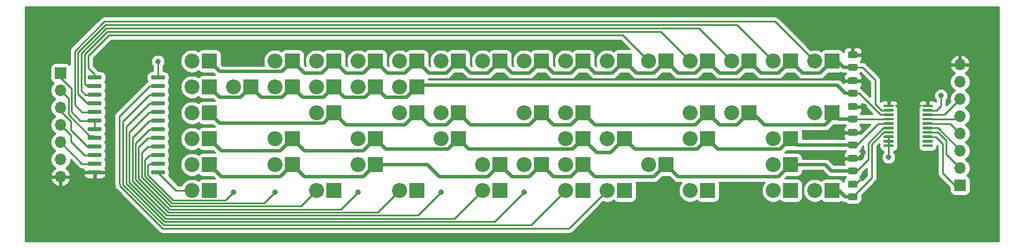
<source format=gbr>
%TF.GenerationSoftware,KiCad,Pcbnew,(5.1.10-1-10_14)*%
%TF.CreationDate,2021-12-11T09:21:19-05:00*%
%TF.ProjectId,control-unit,636f6e74-726f-46c2-9d75-6e69742e6b69,rev?*%
%TF.SameCoordinates,Original*%
%TF.FileFunction,Copper,L1,Top*%
%TF.FilePolarity,Positive*%
%FSLAX46Y46*%
G04 Gerber Fmt 4.6, Leading zero omitted, Abs format (unit mm)*
G04 Created by KiCad (PCBNEW (5.1.10-1-10_14)) date 2021-12-11 09:21:19*
%MOMM*%
%LPD*%
G01*
G04 APERTURE LIST*
%TA.AperFunction,ComponentPad*%
%ADD10O,2.200000X2.200000*%
%TD*%
%TA.AperFunction,ComponentPad*%
%ADD11R,2.200000X2.200000*%
%TD*%
%TA.AperFunction,ComponentPad*%
%ADD12O,1.700000X1.700000*%
%TD*%
%TA.AperFunction,ComponentPad*%
%ADD13R,1.700000X1.700000*%
%TD*%
%TA.AperFunction,ViaPad*%
%ADD14C,0.800000*%
%TD*%
%TA.AperFunction,Conductor*%
%ADD15C,0.250000*%
%TD*%
%TA.AperFunction,Conductor*%
%ADD16C,0.500000*%
%TD*%
%TA.AperFunction,Conductor*%
%ADD17C,0.254000*%
%TD*%
%TA.AperFunction,Conductor*%
%ADD18C,0.100000*%
%TD*%
G04 APERTURE END LIST*
D10*
%TO.P,D55,2*%
%TO.N,Q15*%
X245872000Y-128016000D03*
D11*
%TO.P,D55,1*%
%TO.N,D5*%
X248412000Y-128016000D03*
%TD*%
D10*
%TO.P,D54,2*%
%TO.N,Q15*%
X245872000Y-116586000D03*
D11*
%TO.P,D54,1*%
%TO.N,D2*%
X248412000Y-116586000D03*
%TD*%
D10*
%TO.P,D53,2*%
%TO.N,Q15*%
X245872000Y-108966000D03*
D11*
%TO.P,D53,1*%
%TO.N,D0*%
X248412000Y-108966000D03*
%TD*%
D10*
%TO.P,D52,2*%
%TO.N,Q14*%
X239776000Y-128016000D03*
D11*
%TO.P,D52,1*%
%TO.N,D5*%
X242316000Y-128016000D03*
%TD*%
D10*
%TO.P,D51,2*%
%TO.N,Q14*%
X239776000Y-124206000D03*
D11*
%TO.P,D51,1*%
%TO.N,D4*%
X242316000Y-124206000D03*
%TD*%
D10*
%TO.P,D50,2*%
%TO.N,Q14*%
X239776000Y-120396000D03*
D11*
%TO.P,D50,1*%
%TO.N,D3*%
X242316000Y-120396000D03*
%TD*%
D10*
%TO.P,D49,2*%
%TO.N,Q14*%
X239776000Y-108966000D03*
D11*
%TO.P,D49,1*%
%TO.N,D0*%
X242316000Y-108966000D03*
%TD*%
D10*
%TO.P,D48,2*%
%TO.N,Q13*%
X233680000Y-116586000D03*
D11*
%TO.P,D48,1*%
%TO.N,D2*%
X236220000Y-116586000D03*
%TD*%
D10*
%TO.P,D47,2*%
%TO.N,Q13*%
X233680000Y-108966000D03*
D11*
%TO.P,D47,1*%
%TO.N,D0*%
X236220000Y-108966000D03*
%TD*%
D10*
%TO.P,D46,2*%
%TO.N,Q12*%
X227584000Y-128016000D03*
D11*
%TO.P,D46,1*%
%TO.N,D5*%
X230124000Y-128016000D03*
%TD*%
D10*
%TO.P,D45,2*%
%TO.N,Q12*%
X227584000Y-120396000D03*
D11*
%TO.P,D45,1*%
%TO.N,D3*%
X230124000Y-120396000D03*
%TD*%
D10*
%TO.P,D44,2*%
%TO.N,Q12*%
X227584000Y-116586000D03*
D11*
%TO.P,D44,1*%
%TO.N,D2*%
X230124000Y-116586000D03*
%TD*%
D10*
%TO.P,D43,2*%
%TO.N,Q12*%
X227584000Y-108966000D03*
D11*
%TO.P,D43,1*%
%TO.N,D0*%
X230124000Y-108966000D03*
%TD*%
D10*
%TO.P,D42,2*%
%TO.N,Q11*%
X221488000Y-124206000D03*
D11*
%TO.P,D42,1*%
%TO.N,D4*%
X224028000Y-124206000D03*
%TD*%
D10*
%TO.P,D41,2*%
%TO.N,Q11*%
X221488000Y-108966000D03*
D11*
%TO.P,D41,1*%
%TO.N,D0*%
X224028000Y-108966000D03*
%TD*%
D10*
%TO.P,D40,2*%
%TO.N,Q10*%
X215392000Y-128016000D03*
D11*
%TO.P,D40,1*%
%TO.N,D5*%
X217932000Y-128016000D03*
%TD*%
D10*
%TO.P,D39,2*%
%TO.N,Q10*%
X215392000Y-120396000D03*
D11*
%TO.P,D39,1*%
%TO.N,D3*%
X217932000Y-120396000D03*
%TD*%
D10*
%TO.P,D38,2*%
%TO.N,Q10*%
X215392000Y-108966000D03*
D11*
%TO.P,D38,1*%
%TO.N,D0*%
X217932000Y-108966000D03*
%TD*%
D10*
%TO.P,D37,2*%
%TO.N,Q9*%
X209296000Y-128016000D03*
D11*
%TO.P,D37,1*%
%TO.N,D5*%
X211836000Y-128016000D03*
%TD*%
D10*
%TO.P,D36,2*%
%TO.N,Q9*%
X209296000Y-124206000D03*
D11*
%TO.P,D36,1*%
%TO.N,D4*%
X211836000Y-124206000D03*
%TD*%
D10*
%TO.P,D35,2*%
%TO.N,Q9*%
X209296000Y-120396000D03*
D11*
%TO.P,D35,1*%
%TO.N,D3*%
X211836000Y-120396000D03*
%TD*%
D10*
%TO.P,D34,2*%
%TO.N,Q9*%
X209296000Y-116586000D03*
D11*
%TO.P,D34,1*%
%TO.N,D2*%
X211836000Y-116586000D03*
%TD*%
D10*
%TO.P,D33,2*%
%TO.N,Q9*%
X209296000Y-108966000D03*
D11*
%TO.P,D33,1*%
%TO.N,D0*%
X211836000Y-108966000D03*
%TD*%
D10*
%TO.P,D32,2*%
%TO.N,Q8*%
X203200000Y-124206000D03*
D11*
%TO.P,D32,1*%
%TO.N,D4*%
X205740000Y-124206000D03*
%TD*%
D10*
%TO.P,D31,2*%
%TO.N,Q8*%
X203200000Y-116586000D03*
D11*
%TO.P,D31,1*%
%TO.N,D2*%
X205740000Y-116586000D03*
%TD*%
D10*
%TO.P,D30,2*%
%TO.N,Q8*%
X203200000Y-108966000D03*
D11*
%TO.P,D30,1*%
%TO.N,D0*%
X205740000Y-108966000D03*
%TD*%
D10*
%TO.P,D29,2*%
%TO.N,Q7*%
X197104000Y-128016000D03*
D11*
%TO.P,D29,1*%
%TO.N,D5*%
X199644000Y-128016000D03*
%TD*%
D10*
%TO.P,D28,2*%
%TO.N,Q7*%
X197104000Y-124206000D03*
D11*
%TO.P,D28,1*%
%TO.N,D4*%
X199644000Y-124206000D03*
%TD*%
D10*
%TO.P,D27,2*%
%TO.N,Q7*%
X197104000Y-108966000D03*
D11*
%TO.P,D27,1*%
%TO.N,D0*%
X199644000Y-108966000D03*
%TD*%
D10*
%TO.P,D26,2*%
%TO.N,Q6*%
X191008000Y-120396000D03*
D11*
%TO.P,D26,1*%
%TO.N,D3*%
X193548000Y-120396000D03*
%TD*%
D10*
%TO.P,D25,2*%
%TO.N,Q6*%
X191008000Y-116586000D03*
D11*
%TO.P,D25,1*%
%TO.N,D2*%
X193548000Y-116586000D03*
%TD*%
D10*
%TO.P,D24,2*%
%TO.N,Q6*%
X191008000Y-108966000D03*
D11*
%TO.P,D24,1*%
%TO.N,D0*%
X193548000Y-108966000D03*
%TD*%
D10*
%TO.P,D23,2*%
%TO.N,Q5*%
X184912000Y-128016000D03*
D11*
%TO.P,D23,1*%
%TO.N,D5*%
X187452000Y-128016000D03*
%TD*%
D10*
%TO.P,D22,2*%
%TO.N,Q5*%
X184912000Y-116586000D03*
D11*
%TO.P,D22,1*%
%TO.N,D2*%
X187452000Y-116586000D03*
%TD*%
D10*
%TO.P,D21,2*%
%TO.N,Q5*%
X184912000Y-112776000D03*
D11*
%TO.P,D21,1*%
%TO.N,D1*%
X187452000Y-112776000D03*
%TD*%
D10*
%TO.P,D20,2*%
%TO.N,Q5*%
X184912000Y-108966000D03*
D11*
%TO.P,D20,1*%
%TO.N,D0*%
X187452000Y-108966000D03*
%TD*%
D10*
%TO.P,D19,2*%
%TO.N,Q4*%
X178816000Y-124206000D03*
D11*
%TO.P,D19,1*%
%TO.N,D4*%
X181356000Y-124206000D03*
%TD*%
D10*
%TO.P,D18,2*%
%TO.N,Q4*%
X178816000Y-120396000D03*
D11*
%TO.P,D18,1*%
%TO.N,D3*%
X181356000Y-120396000D03*
%TD*%
D10*
%TO.P,D17,2*%
%TO.N,Q4*%
X178816000Y-112776000D03*
D11*
%TO.P,D17,1*%
%TO.N,D1*%
X181356000Y-112776000D03*
%TD*%
D10*
%TO.P,D16,2*%
%TO.N,Q4*%
X178816000Y-108966000D03*
D11*
%TO.P,D16,1*%
%TO.N,D0*%
X181356000Y-108966000D03*
%TD*%
D10*
%TO.P,D15,2*%
%TO.N,Q3*%
X172720000Y-128016000D03*
D11*
%TO.P,D15,1*%
%TO.N,D5*%
X175260000Y-128016000D03*
%TD*%
D10*
%TO.P,D14,2*%
%TO.N,Q3*%
X172720000Y-116586000D03*
D11*
%TO.P,D14,1*%
%TO.N,D2*%
X175260000Y-116586000D03*
%TD*%
D10*
%TO.P,D13,2*%
%TO.N,Q3*%
X172720000Y-112776000D03*
D11*
%TO.P,D13,1*%
%TO.N,D1*%
X175260000Y-112776000D03*
%TD*%
D10*
%TO.P,D12,2*%
%TO.N,Q3*%
X172720000Y-108966000D03*
D11*
%TO.P,D12,1*%
%TO.N,D0*%
X175260000Y-108966000D03*
%TD*%
D10*
%TO.P,D11,2*%
%TO.N,Q2*%
X166624000Y-124206000D03*
D11*
%TO.P,D11,1*%
%TO.N,D4*%
X169164000Y-124206000D03*
%TD*%
D10*
%TO.P,D10,2*%
%TO.N,Q2*%
X166624000Y-120396000D03*
D11*
%TO.P,D10,1*%
%TO.N,D3*%
X169164000Y-120396000D03*
%TD*%
D10*
%TO.P,D9,2*%
%TO.N,Q2*%
X166624000Y-112776000D03*
D11*
%TO.P,D9,1*%
%TO.N,D1*%
X169164000Y-112776000D03*
%TD*%
D10*
%TO.P,D8,2*%
%TO.N,Q2*%
X166624000Y-108966000D03*
D11*
%TO.P,D8,1*%
%TO.N,D0*%
X169164000Y-108966000D03*
%TD*%
D10*
%TO.P,D7,2*%
%TO.N,Q1*%
X160528000Y-112776000D03*
D11*
%TO.P,D7,1*%
%TO.N,D1*%
X163068000Y-112776000D03*
%TD*%
D10*
%TO.P,D6,2*%
%TO.N,Q0*%
X154432000Y-124206000D03*
D11*
%TO.P,D6,1*%
%TO.N,D4*%
X156972000Y-124206000D03*
%TD*%
D10*
%TO.P,D5,2*%
%TO.N,Q0*%
X154432000Y-120396000D03*
D11*
%TO.P,D5,1*%
%TO.N,D3*%
X156972000Y-120396000D03*
%TD*%
D10*
%TO.P,D4,2*%
%TO.N,Q0*%
X154432000Y-116586000D03*
D11*
%TO.P,D4,1*%
%TO.N,D2*%
X156972000Y-116586000D03*
%TD*%
D10*
%TO.P,D3,2*%
%TO.N,Q0*%
X154432000Y-112776000D03*
D11*
%TO.P,D3,1*%
%TO.N,D1*%
X156972000Y-112776000D03*
%TD*%
D10*
%TO.P,D1,2*%
%TO.N,Q0*%
X154432000Y-128016000D03*
D11*
%TO.P,D1,1*%
%TO.N,D5*%
X156972000Y-128016000D03*
%TD*%
D10*
%TO.P,D2,2*%
%TO.N,Q0*%
X154432000Y-108966000D03*
D11*
%TO.P,D2,1*%
%TO.N,D0*%
X156972000Y-108966000D03*
%TD*%
%TO.P,U2,20*%
%TO.N,VCC*%
%TA.AperFunction,SMDPad,CuDef*%
G36*
G01*
X261713000Y-115670000D02*
X261713000Y-115470000D01*
G75*
G02*
X261813000Y-115370000I100000J0D01*
G01*
X263088000Y-115370000D01*
G75*
G02*
X263188000Y-115470000I0J-100000D01*
G01*
X263188000Y-115670000D01*
G75*
G02*
X263088000Y-115770000I-100000J0D01*
G01*
X261813000Y-115770000D01*
G75*
G02*
X261713000Y-115670000I0J100000D01*
G01*
G37*
%TD.AperFunction*%
%TO.P,U2,19*%
%TO.N,GND*%
%TA.AperFunction,SMDPad,CuDef*%
G36*
G01*
X261713000Y-116320000D02*
X261713000Y-116120000D01*
G75*
G02*
X261813000Y-116020000I100000J0D01*
G01*
X263088000Y-116020000D01*
G75*
G02*
X263188000Y-116120000I0J-100000D01*
G01*
X263188000Y-116320000D01*
G75*
G02*
X263088000Y-116420000I-100000J0D01*
G01*
X261813000Y-116420000D01*
G75*
G02*
X261713000Y-116320000I0J100000D01*
G01*
G37*
%TD.AperFunction*%
%TO.P,U2,18*%
%TO.N,Cn*%
%TA.AperFunction,SMDPad,CuDef*%
G36*
G01*
X261713000Y-116970000D02*
X261713000Y-116770000D01*
G75*
G02*
X261813000Y-116670000I100000J0D01*
G01*
X263088000Y-116670000D01*
G75*
G02*
X263188000Y-116770000I0J-100000D01*
G01*
X263188000Y-116970000D01*
G75*
G02*
X263088000Y-117070000I-100000J0D01*
G01*
X261813000Y-117070000D01*
G75*
G02*
X261713000Y-116970000I0J100000D01*
G01*
G37*
%TD.AperFunction*%
%TO.P,U2,17*%
%TO.N,Mode*%
%TA.AperFunction,SMDPad,CuDef*%
G36*
G01*
X261713000Y-117620000D02*
X261713000Y-117420000D01*
G75*
G02*
X261813000Y-117320000I100000J0D01*
G01*
X263088000Y-117320000D01*
G75*
G02*
X263188000Y-117420000I0J-100000D01*
G01*
X263188000Y-117620000D01*
G75*
G02*
X263088000Y-117720000I-100000J0D01*
G01*
X261813000Y-117720000D01*
G75*
G02*
X261713000Y-117620000I0J100000D01*
G01*
G37*
%TD.AperFunction*%
%TO.P,U2,16*%
%TO.N,F0*%
%TA.AperFunction,SMDPad,CuDef*%
G36*
G01*
X261713000Y-118270000D02*
X261713000Y-118070000D01*
G75*
G02*
X261813000Y-117970000I100000J0D01*
G01*
X263088000Y-117970000D01*
G75*
G02*
X263188000Y-118070000I0J-100000D01*
G01*
X263188000Y-118270000D01*
G75*
G02*
X263088000Y-118370000I-100000J0D01*
G01*
X261813000Y-118370000D01*
G75*
G02*
X261713000Y-118270000I0J100000D01*
G01*
G37*
%TD.AperFunction*%
%TO.P,U2,15*%
%TO.N,F1*%
%TA.AperFunction,SMDPad,CuDef*%
G36*
G01*
X261713000Y-118920000D02*
X261713000Y-118720000D01*
G75*
G02*
X261813000Y-118620000I100000J0D01*
G01*
X263088000Y-118620000D01*
G75*
G02*
X263188000Y-118720000I0J-100000D01*
G01*
X263188000Y-118920000D01*
G75*
G02*
X263088000Y-119020000I-100000J0D01*
G01*
X261813000Y-119020000D01*
G75*
G02*
X261713000Y-118920000I0J100000D01*
G01*
G37*
%TD.AperFunction*%
%TO.P,U2,14*%
%TO.N,F2*%
%TA.AperFunction,SMDPad,CuDef*%
G36*
G01*
X261713000Y-119570000D02*
X261713000Y-119370000D01*
G75*
G02*
X261813000Y-119270000I100000J0D01*
G01*
X263088000Y-119270000D01*
G75*
G02*
X263188000Y-119370000I0J-100000D01*
G01*
X263188000Y-119570000D01*
G75*
G02*
X263088000Y-119670000I-100000J0D01*
G01*
X261813000Y-119670000D01*
G75*
G02*
X261713000Y-119570000I0J100000D01*
G01*
G37*
%TD.AperFunction*%
%TO.P,U2,13*%
%TO.N,F3*%
%TA.AperFunction,SMDPad,CuDef*%
G36*
G01*
X261713000Y-120220000D02*
X261713000Y-120020000D01*
G75*
G02*
X261813000Y-119920000I100000J0D01*
G01*
X263088000Y-119920000D01*
G75*
G02*
X263188000Y-120020000I0J-100000D01*
G01*
X263188000Y-120220000D01*
G75*
G02*
X263088000Y-120320000I-100000J0D01*
G01*
X261813000Y-120320000D01*
G75*
G02*
X261713000Y-120220000I0J100000D01*
G01*
G37*
%TD.AperFunction*%
%TO.P,U2,12*%
%TO.N,Net-(U2-Pad12)*%
%TA.AperFunction,SMDPad,CuDef*%
G36*
G01*
X261713000Y-120870000D02*
X261713000Y-120670000D01*
G75*
G02*
X261813000Y-120570000I100000J0D01*
G01*
X263088000Y-120570000D01*
G75*
G02*
X263188000Y-120670000I0J-100000D01*
G01*
X263188000Y-120870000D01*
G75*
G02*
X263088000Y-120970000I-100000J0D01*
G01*
X261813000Y-120970000D01*
G75*
G02*
X261713000Y-120870000I0J100000D01*
G01*
G37*
%TD.AperFunction*%
%TO.P,U2,11*%
%TO.N,Net-(U2-Pad11)*%
%TA.AperFunction,SMDPad,CuDef*%
G36*
G01*
X261713000Y-121520000D02*
X261713000Y-121320000D01*
G75*
G02*
X261813000Y-121220000I100000J0D01*
G01*
X263088000Y-121220000D01*
G75*
G02*
X263188000Y-121320000I0J-100000D01*
G01*
X263188000Y-121520000D01*
G75*
G02*
X263088000Y-121620000I-100000J0D01*
G01*
X261813000Y-121620000D01*
G75*
G02*
X261713000Y-121520000I0J100000D01*
G01*
G37*
%TD.AperFunction*%
%TO.P,U2,10*%
%TO.N,GND*%
%TA.AperFunction,SMDPad,CuDef*%
G36*
G01*
X255988000Y-121520000D02*
X255988000Y-121320000D01*
G75*
G02*
X256088000Y-121220000I100000J0D01*
G01*
X257363000Y-121220000D01*
G75*
G02*
X257463000Y-121320000I0J-100000D01*
G01*
X257463000Y-121520000D01*
G75*
G02*
X257363000Y-121620000I-100000J0D01*
G01*
X256088000Y-121620000D01*
G75*
G02*
X255988000Y-121520000I0J100000D01*
G01*
G37*
%TD.AperFunction*%
%TO.P,U2,9*%
%TA.AperFunction,SMDPad,CuDef*%
G36*
G01*
X255988000Y-120870000D02*
X255988000Y-120670000D01*
G75*
G02*
X256088000Y-120570000I100000J0D01*
G01*
X257363000Y-120570000D01*
G75*
G02*
X257463000Y-120670000I0J-100000D01*
G01*
X257463000Y-120870000D01*
G75*
G02*
X257363000Y-120970000I-100000J0D01*
G01*
X256088000Y-120970000D01*
G75*
G02*
X255988000Y-120870000I0J100000D01*
G01*
G37*
%TD.AperFunction*%
%TO.P,U2,8*%
%TA.AperFunction,SMDPad,CuDef*%
G36*
G01*
X255988000Y-120220000D02*
X255988000Y-120020000D01*
G75*
G02*
X256088000Y-119920000I100000J0D01*
G01*
X257363000Y-119920000D01*
G75*
G02*
X257463000Y-120020000I0J-100000D01*
G01*
X257463000Y-120220000D01*
G75*
G02*
X257363000Y-120320000I-100000J0D01*
G01*
X256088000Y-120320000D01*
G75*
G02*
X255988000Y-120220000I0J100000D01*
G01*
G37*
%TD.AperFunction*%
%TO.P,U2,7*%
%TO.N,D5*%
%TA.AperFunction,SMDPad,CuDef*%
G36*
G01*
X255988000Y-119570000D02*
X255988000Y-119370000D01*
G75*
G02*
X256088000Y-119270000I100000J0D01*
G01*
X257363000Y-119270000D01*
G75*
G02*
X257463000Y-119370000I0J-100000D01*
G01*
X257463000Y-119570000D01*
G75*
G02*
X257363000Y-119670000I-100000J0D01*
G01*
X256088000Y-119670000D01*
G75*
G02*
X255988000Y-119570000I0J100000D01*
G01*
G37*
%TD.AperFunction*%
%TO.P,U2,6*%
%TO.N,D4*%
%TA.AperFunction,SMDPad,CuDef*%
G36*
G01*
X255988000Y-118920000D02*
X255988000Y-118720000D01*
G75*
G02*
X256088000Y-118620000I100000J0D01*
G01*
X257363000Y-118620000D01*
G75*
G02*
X257463000Y-118720000I0J-100000D01*
G01*
X257463000Y-118920000D01*
G75*
G02*
X257363000Y-119020000I-100000J0D01*
G01*
X256088000Y-119020000D01*
G75*
G02*
X255988000Y-118920000I0J100000D01*
G01*
G37*
%TD.AperFunction*%
%TO.P,U2,5*%
%TO.N,D3*%
%TA.AperFunction,SMDPad,CuDef*%
G36*
G01*
X255988000Y-118270000D02*
X255988000Y-118070000D01*
G75*
G02*
X256088000Y-117970000I100000J0D01*
G01*
X257363000Y-117970000D01*
G75*
G02*
X257463000Y-118070000I0J-100000D01*
G01*
X257463000Y-118270000D01*
G75*
G02*
X257363000Y-118370000I-100000J0D01*
G01*
X256088000Y-118370000D01*
G75*
G02*
X255988000Y-118270000I0J100000D01*
G01*
G37*
%TD.AperFunction*%
%TO.P,U2,4*%
%TO.N,D2*%
%TA.AperFunction,SMDPad,CuDef*%
G36*
G01*
X255988000Y-117620000D02*
X255988000Y-117420000D01*
G75*
G02*
X256088000Y-117320000I100000J0D01*
G01*
X257363000Y-117320000D01*
G75*
G02*
X257463000Y-117420000I0J-100000D01*
G01*
X257463000Y-117620000D01*
G75*
G02*
X257363000Y-117720000I-100000J0D01*
G01*
X256088000Y-117720000D01*
G75*
G02*
X255988000Y-117620000I0J100000D01*
G01*
G37*
%TD.AperFunction*%
%TO.P,U2,3*%
%TO.N,D1*%
%TA.AperFunction,SMDPad,CuDef*%
G36*
G01*
X255988000Y-116970000D02*
X255988000Y-116770000D01*
G75*
G02*
X256088000Y-116670000I100000J0D01*
G01*
X257363000Y-116670000D01*
G75*
G02*
X257463000Y-116770000I0J-100000D01*
G01*
X257463000Y-116970000D01*
G75*
G02*
X257363000Y-117070000I-100000J0D01*
G01*
X256088000Y-117070000D01*
G75*
G02*
X255988000Y-116970000I0J100000D01*
G01*
G37*
%TD.AperFunction*%
%TO.P,U2,2*%
%TO.N,D0*%
%TA.AperFunction,SMDPad,CuDef*%
G36*
G01*
X255988000Y-116320000D02*
X255988000Y-116120000D01*
G75*
G02*
X256088000Y-116020000I100000J0D01*
G01*
X257363000Y-116020000D01*
G75*
G02*
X257463000Y-116120000I0J-100000D01*
G01*
X257463000Y-116320000D01*
G75*
G02*
X257363000Y-116420000I-100000J0D01*
G01*
X256088000Y-116420000D01*
G75*
G02*
X255988000Y-116320000I0J100000D01*
G01*
G37*
%TD.AperFunction*%
%TO.P,U2,1*%
%TO.N,VCC*%
%TA.AperFunction,SMDPad,CuDef*%
G36*
G01*
X255988000Y-115670000D02*
X255988000Y-115470000D01*
G75*
G02*
X256088000Y-115370000I100000J0D01*
G01*
X257363000Y-115370000D01*
G75*
G02*
X257463000Y-115470000I0J-100000D01*
G01*
X257463000Y-115670000D01*
G75*
G02*
X257363000Y-115770000I-100000J0D01*
G01*
X256088000Y-115770000D01*
G75*
G02*
X255988000Y-115670000I0J100000D01*
G01*
G37*
%TD.AperFunction*%
%TD*%
%TO.P,U1,24*%
%TO.N,VCC*%
%TA.AperFunction,SMDPad,CuDef*%
G36*
G01*
X141155000Y-125199000D02*
X141155000Y-125499000D01*
G75*
G02*
X141005000Y-125649000I-150000J0D01*
G01*
X139255000Y-125649000D01*
G75*
G02*
X139105000Y-125499000I0J150000D01*
G01*
X139105000Y-125199000D01*
G75*
G02*
X139255000Y-125049000I150000J0D01*
G01*
X141005000Y-125049000D01*
G75*
G02*
X141155000Y-125199000I0J-150000D01*
G01*
G37*
%TD.AperFunction*%
%TO.P,U1,23*%
%TO.N,A0*%
%TA.AperFunction,SMDPad,CuDef*%
G36*
G01*
X141155000Y-123929000D02*
X141155000Y-124229000D01*
G75*
G02*
X141005000Y-124379000I-150000J0D01*
G01*
X139255000Y-124379000D01*
G75*
G02*
X139105000Y-124229000I0J150000D01*
G01*
X139105000Y-123929000D01*
G75*
G02*
X139255000Y-123779000I150000J0D01*
G01*
X141005000Y-123779000D01*
G75*
G02*
X141155000Y-123929000I0J-150000D01*
G01*
G37*
%TD.AperFunction*%
%TO.P,U1,22*%
%TO.N,A1*%
%TA.AperFunction,SMDPad,CuDef*%
G36*
G01*
X141155000Y-122659000D02*
X141155000Y-122959000D01*
G75*
G02*
X141005000Y-123109000I-150000J0D01*
G01*
X139255000Y-123109000D01*
G75*
G02*
X139105000Y-122959000I0J150000D01*
G01*
X139105000Y-122659000D01*
G75*
G02*
X139255000Y-122509000I150000J0D01*
G01*
X141005000Y-122509000D01*
G75*
G02*
X141155000Y-122659000I0J-150000D01*
G01*
G37*
%TD.AperFunction*%
%TO.P,U1,21*%
%TO.N,A2*%
%TA.AperFunction,SMDPad,CuDef*%
G36*
G01*
X141155000Y-121389000D02*
X141155000Y-121689000D01*
G75*
G02*
X141005000Y-121839000I-150000J0D01*
G01*
X139255000Y-121839000D01*
G75*
G02*
X139105000Y-121689000I0J150000D01*
G01*
X139105000Y-121389000D01*
G75*
G02*
X139255000Y-121239000I150000J0D01*
G01*
X141005000Y-121239000D01*
G75*
G02*
X141155000Y-121389000I0J-150000D01*
G01*
G37*
%TD.AperFunction*%
%TO.P,U1,20*%
%TO.N,A3*%
%TA.AperFunction,SMDPad,CuDef*%
G36*
G01*
X141155000Y-120119000D02*
X141155000Y-120419000D01*
G75*
G02*
X141005000Y-120569000I-150000J0D01*
G01*
X139255000Y-120569000D01*
G75*
G02*
X139105000Y-120419000I0J150000D01*
G01*
X139105000Y-120119000D01*
G75*
G02*
X139255000Y-119969000I150000J0D01*
G01*
X141005000Y-119969000D01*
G75*
G02*
X141155000Y-120119000I0J-150000D01*
G01*
G37*
%TD.AperFunction*%
%TO.P,U1,19*%
%TO.N,~ALU_ENABLE*%
%TA.AperFunction,SMDPad,CuDef*%
G36*
G01*
X141155000Y-118849000D02*
X141155000Y-119149000D01*
G75*
G02*
X141005000Y-119299000I-150000J0D01*
G01*
X139255000Y-119299000D01*
G75*
G02*
X139105000Y-119149000I0J150000D01*
G01*
X139105000Y-118849000D01*
G75*
G02*
X139255000Y-118699000I150000J0D01*
G01*
X141005000Y-118699000D01*
G75*
G02*
X141155000Y-118849000I0J-150000D01*
G01*
G37*
%TD.AperFunction*%
%TO.P,U1,18*%
%TA.AperFunction,SMDPad,CuDef*%
G36*
G01*
X141155000Y-117579000D02*
X141155000Y-117879000D01*
G75*
G02*
X141005000Y-118029000I-150000J0D01*
G01*
X139255000Y-118029000D01*
G75*
G02*
X139105000Y-117879000I0J150000D01*
G01*
X139105000Y-117579000D01*
G75*
G02*
X139255000Y-117429000I150000J0D01*
G01*
X141005000Y-117429000D01*
G75*
G02*
X141155000Y-117579000I0J-150000D01*
G01*
G37*
%TD.AperFunction*%
%TO.P,U1,17*%
%TO.N,Q15*%
%TA.AperFunction,SMDPad,CuDef*%
G36*
G01*
X141155000Y-116309000D02*
X141155000Y-116609000D01*
G75*
G02*
X141005000Y-116759000I-150000J0D01*
G01*
X139255000Y-116759000D01*
G75*
G02*
X139105000Y-116609000I0J150000D01*
G01*
X139105000Y-116309000D01*
G75*
G02*
X139255000Y-116159000I150000J0D01*
G01*
X141005000Y-116159000D01*
G75*
G02*
X141155000Y-116309000I0J-150000D01*
G01*
G37*
%TD.AperFunction*%
%TO.P,U1,16*%
%TO.N,Q14*%
%TA.AperFunction,SMDPad,CuDef*%
G36*
G01*
X141155000Y-115039000D02*
X141155000Y-115339000D01*
G75*
G02*
X141005000Y-115489000I-150000J0D01*
G01*
X139255000Y-115489000D01*
G75*
G02*
X139105000Y-115339000I0J150000D01*
G01*
X139105000Y-115039000D01*
G75*
G02*
X139255000Y-114889000I150000J0D01*
G01*
X141005000Y-114889000D01*
G75*
G02*
X141155000Y-115039000I0J-150000D01*
G01*
G37*
%TD.AperFunction*%
%TO.P,U1,15*%
%TO.N,Q13*%
%TA.AperFunction,SMDPad,CuDef*%
G36*
G01*
X141155000Y-113769000D02*
X141155000Y-114069000D01*
G75*
G02*
X141005000Y-114219000I-150000J0D01*
G01*
X139255000Y-114219000D01*
G75*
G02*
X139105000Y-114069000I0J150000D01*
G01*
X139105000Y-113769000D01*
G75*
G02*
X139255000Y-113619000I150000J0D01*
G01*
X141005000Y-113619000D01*
G75*
G02*
X141155000Y-113769000I0J-150000D01*
G01*
G37*
%TD.AperFunction*%
%TO.P,U1,14*%
%TO.N,Q12*%
%TA.AperFunction,SMDPad,CuDef*%
G36*
G01*
X141155000Y-112499000D02*
X141155000Y-112799000D01*
G75*
G02*
X141005000Y-112949000I-150000J0D01*
G01*
X139255000Y-112949000D01*
G75*
G02*
X139105000Y-112799000I0J150000D01*
G01*
X139105000Y-112499000D01*
G75*
G02*
X139255000Y-112349000I150000J0D01*
G01*
X141005000Y-112349000D01*
G75*
G02*
X141155000Y-112499000I0J-150000D01*
G01*
G37*
%TD.AperFunction*%
%TO.P,U1,13*%
%TO.N,Q11*%
%TA.AperFunction,SMDPad,CuDef*%
G36*
G01*
X141155000Y-111229000D02*
X141155000Y-111529000D01*
G75*
G02*
X141005000Y-111679000I-150000J0D01*
G01*
X139255000Y-111679000D01*
G75*
G02*
X139105000Y-111529000I0J150000D01*
G01*
X139105000Y-111229000D01*
G75*
G02*
X139255000Y-111079000I150000J0D01*
G01*
X141005000Y-111079000D01*
G75*
G02*
X141155000Y-111229000I0J-150000D01*
G01*
G37*
%TD.AperFunction*%
%TO.P,U1,12*%
%TO.N,GND*%
%TA.AperFunction,SMDPad,CuDef*%
G36*
G01*
X150455000Y-111229000D02*
X150455000Y-111529000D01*
G75*
G02*
X150305000Y-111679000I-150000J0D01*
G01*
X148555000Y-111679000D01*
G75*
G02*
X148405000Y-111529000I0J150000D01*
G01*
X148405000Y-111229000D01*
G75*
G02*
X148555000Y-111079000I150000J0D01*
G01*
X150305000Y-111079000D01*
G75*
G02*
X150455000Y-111229000I0J-150000D01*
G01*
G37*
%TD.AperFunction*%
%TO.P,U1,11*%
%TO.N,Q10*%
%TA.AperFunction,SMDPad,CuDef*%
G36*
G01*
X150455000Y-112499000D02*
X150455000Y-112799000D01*
G75*
G02*
X150305000Y-112949000I-150000J0D01*
G01*
X148555000Y-112949000D01*
G75*
G02*
X148405000Y-112799000I0J150000D01*
G01*
X148405000Y-112499000D01*
G75*
G02*
X148555000Y-112349000I150000J0D01*
G01*
X150305000Y-112349000D01*
G75*
G02*
X150455000Y-112499000I0J-150000D01*
G01*
G37*
%TD.AperFunction*%
%TO.P,U1,10*%
%TO.N,Q9*%
%TA.AperFunction,SMDPad,CuDef*%
G36*
G01*
X150455000Y-113769000D02*
X150455000Y-114069000D01*
G75*
G02*
X150305000Y-114219000I-150000J0D01*
G01*
X148555000Y-114219000D01*
G75*
G02*
X148405000Y-114069000I0J150000D01*
G01*
X148405000Y-113769000D01*
G75*
G02*
X148555000Y-113619000I150000J0D01*
G01*
X150305000Y-113619000D01*
G75*
G02*
X150455000Y-113769000I0J-150000D01*
G01*
G37*
%TD.AperFunction*%
%TO.P,U1,9*%
%TO.N,Q8*%
%TA.AperFunction,SMDPad,CuDef*%
G36*
G01*
X150455000Y-115039000D02*
X150455000Y-115339000D01*
G75*
G02*
X150305000Y-115489000I-150000J0D01*
G01*
X148555000Y-115489000D01*
G75*
G02*
X148405000Y-115339000I0J150000D01*
G01*
X148405000Y-115039000D01*
G75*
G02*
X148555000Y-114889000I150000J0D01*
G01*
X150305000Y-114889000D01*
G75*
G02*
X150455000Y-115039000I0J-150000D01*
G01*
G37*
%TD.AperFunction*%
%TO.P,U1,8*%
%TO.N,Q7*%
%TA.AperFunction,SMDPad,CuDef*%
G36*
G01*
X150455000Y-116309000D02*
X150455000Y-116609000D01*
G75*
G02*
X150305000Y-116759000I-150000J0D01*
G01*
X148555000Y-116759000D01*
G75*
G02*
X148405000Y-116609000I0J150000D01*
G01*
X148405000Y-116309000D01*
G75*
G02*
X148555000Y-116159000I150000J0D01*
G01*
X150305000Y-116159000D01*
G75*
G02*
X150455000Y-116309000I0J-150000D01*
G01*
G37*
%TD.AperFunction*%
%TO.P,U1,7*%
%TO.N,Q6*%
%TA.AperFunction,SMDPad,CuDef*%
G36*
G01*
X150455000Y-117579000D02*
X150455000Y-117879000D01*
G75*
G02*
X150305000Y-118029000I-150000J0D01*
G01*
X148555000Y-118029000D01*
G75*
G02*
X148405000Y-117879000I0J150000D01*
G01*
X148405000Y-117579000D01*
G75*
G02*
X148555000Y-117429000I150000J0D01*
G01*
X150305000Y-117429000D01*
G75*
G02*
X150455000Y-117579000I0J-150000D01*
G01*
G37*
%TD.AperFunction*%
%TO.P,U1,6*%
%TO.N,Q5*%
%TA.AperFunction,SMDPad,CuDef*%
G36*
G01*
X150455000Y-118849000D02*
X150455000Y-119149000D01*
G75*
G02*
X150305000Y-119299000I-150000J0D01*
G01*
X148555000Y-119299000D01*
G75*
G02*
X148405000Y-119149000I0J150000D01*
G01*
X148405000Y-118849000D01*
G75*
G02*
X148555000Y-118699000I150000J0D01*
G01*
X150305000Y-118699000D01*
G75*
G02*
X150455000Y-118849000I0J-150000D01*
G01*
G37*
%TD.AperFunction*%
%TO.P,U1,5*%
%TO.N,Q4*%
%TA.AperFunction,SMDPad,CuDef*%
G36*
G01*
X150455000Y-120119000D02*
X150455000Y-120419000D01*
G75*
G02*
X150305000Y-120569000I-150000J0D01*
G01*
X148555000Y-120569000D01*
G75*
G02*
X148405000Y-120419000I0J150000D01*
G01*
X148405000Y-120119000D01*
G75*
G02*
X148555000Y-119969000I150000J0D01*
G01*
X150305000Y-119969000D01*
G75*
G02*
X150455000Y-120119000I0J-150000D01*
G01*
G37*
%TD.AperFunction*%
%TO.P,U1,4*%
%TO.N,Q3*%
%TA.AperFunction,SMDPad,CuDef*%
G36*
G01*
X150455000Y-121389000D02*
X150455000Y-121689000D01*
G75*
G02*
X150305000Y-121839000I-150000J0D01*
G01*
X148555000Y-121839000D01*
G75*
G02*
X148405000Y-121689000I0J150000D01*
G01*
X148405000Y-121389000D01*
G75*
G02*
X148555000Y-121239000I150000J0D01*
G01*
X150305000Y-121239000D01*
G75*
G02*
X150455000Y-121389000I0J-150000D01*
G01*
G37*
%TD.AperFunction*%
%TO.P,U1,3*%
%TO.N,Q2*%
%TA.AperFunction,SMDPad,CuDef*%
G36*
G01*
X150455000Y-122659000D02*
X150455000Y-122959000D01*
G75*
G02*
X150305000Y-123109000I-150000J0D01*
G01*
X148555000Y-123109000D01*
G75*
G02*
X148405000Y-122959000I0J150000D01*
G01*
X148405000Y-122659000D01*
G75*
G02*
X148555000Y-122509000I150000J0D01*
G01*
X150305000Y-122509000D01*
G75*
G02*
X150455000Y-122659000I0J-150000D01*
G01*
G37*
%TD.AperFunction*%
%TO.P,U1,2*%
%TO.N,Q1*%
%TA.AperFunction,SMDPad,CuDef*%
G36*
G01*
X150455000Y-123929000D02*
X150455000Y-124229000D01*
G75*
G02*
X150305000Y-124379000I-150000J0D01*
G01*
X148555000Y-124379000D01*
G75*
G02*
X148405000Y-124229000I0J150000D01*
G01*
X148405000Y-123929000D01*
G75*
G02*
X148555000Y-123779000I150000J0D01*
G01*
X150305000Y-123779000D01*
G75*
G02*
X150455000Y-123929000I0J-150000D01*
G01*
G37*
%TD.AperFunction*%
%TO.P,U1,1*%
%TO.N,Q0*%
%TA.AperFunction,SMDPad,CuDef*%
G36*
G01*
X150455000Y-125199000D02*
X150455000Y-125499000D01*
G75*
G02*
X150305000Y-125649000I-150000J0D01*
G01*
X148555000Y-125649000D01*
G75*
G02*
X148405000Y-125499000I0J150000D01*
G01*
X148405000Y-125199000D01*
G75*
G02*
X148555000Y-125049000I150000J0D01*
G01*
X150305000Y-125049000D01*
G75*
G02*
X150455000Y-125199000I0J-150000D01*
G01*
G37*
%TD.AperFunction*%
%TD*%
D12*
%TO.P,J2,8*%
%TO.N,VCC*%
X267208000Y-109474000D03*
%TO.P,J2,7*%
%TO.N,GND*%
X267208000Y-112014000D03*
%TO.P,J2,6*%
%TO.N,Cn*%
X267208000Y-114554000D03*
%TO.P,J2,5*%
%TO.N,Mode*%
X267208000Y-117094000D03*
%TO.P,J2,4*%
%TO.N,F0*%
X267208000Y-119634000D03*
%TO.P,J2,3*%
%TO.N,F1*%
X267208000Y-122174000D03*
%TO.P,J2,2*%
%TO.N,F2*%
X267208000Y-124714000D03*
D13*
%TO.P,J2,1*%
%TO.N,F3*%
X267208000Y-127254000D03*
%TD*%
D12*
%TO.P,J1,7*%
%TO.N,VCC*%
X135128000Y-125984000D03*
%TO.P,J1,6*%
%TO.N,GND*%
X135128000Y-123444000D03*
%TO.P,J1,5*%
%TO.N,A0*%
X135128000Y-120904000D03*
%TO.P,J1,4*%
%TO.N,A1*%
X135128000Y-118364000D03*
%TO.P,J1,3*%
%TO.N,A2*%
X135128000Y-115824000D03*
%TO.P,J1,2*%
%TO.N,A3*%
X135128000Y-113284000D03*
D13*
%TO.P,J1,1*%
%TO.N,~ALU_ENABLE*%
X135128000Y-110744000D03*
%TD*%
%TO.P,R6,2*%
%TO.N,D5*%
%TA.AperFunction,SMDPad,CuDef*%
G36*
G01*
X251009998Y-128416000D02*
X251910002Y-128416000D01*
G75*
G02*
X252160000Y-128665998I0J-249998D01*
G01*
X252160000Y-129191002D01*
G75*
G02*
X251910002Y-129441000I-249998J0D01*
G01*
X251009998Y-129441000D01*
G75*
G02*
X250760000Y-129191002I0J249998D01*
G01*
X250760000Y-128665998D01*
G75*
G02*
X251009998Y-128416000I249998J0D01*
G01*
G37*
%TD.AperFunction*%
%TO.P,R6,1*%
%TO.N,VCC*%
%TA.AperFunction,SMDPad,CuDef*%
G36*
G01*
X251009998Y-126591000D02*
X251910002Y-126591000D01*
G75*
G02*
X252160000Y-126840998I0J-249998D01*
G01*
X252160000Y-127366002D01*
G75*
G02*
X251910002Y-127616000I-249998J0D01*
G01*
X251009998Y-127616000D01*
G75*
G02*
X250760000Y-127366002I0J249998D01*
G01*
X250760000Y-126840998D01*
G75*
G02*
X251009998Y-126591000I249998J0D01*
G01*
G37*
%TD.AperFunction*%
%TD*%
%TO.P,R5,2*%
%TO.N,D4*%
%TA.AperFunction,SMDPad,CuDef*%
G36*
G01*
X251009998Y-124606000D02*
X251910002Y-124606000D01*
G75*
G02*
X252160000Y-124855998I0J-249998D01*
G01*
X252160000Y-125381002D01*
G75*
G02*
X251910002Y-125631000I-249998J0D01*
G01*
X251009998Y-125631000D01*
G75*
G02*
X250760000Y-125381002I0J249998D01*
G01*
X250760000Y-124855998D01*
G75*
G02*
X251009998Y-124606000I249998J0D01*
G01*
G37*
%TD.AperFunction*%
%TO.P,R5,1*%
%TO.N,VCC*%
%TA.AperFunction,SMDPad,CuDef*%
G36*
G01*
X251009998Y-122781000D02*
X251910002Y-122781000D01*
G75*
G02*
X252160000Y-123030998I0J-249998D01*
G01*
X252160000Y-123556002D01*
G75*
G02*
X251910002Y-123806000I-249998J0D01*
G01*
X251009998Y-123806000D01*
G75*
G02*
X250760000Y-123556002I0J249998D01*
G01*
X250760000Y-123030998D01*
G75*
G02*
X251009998Y-122781000I249998J0D01*
G01*
G37*
%TD.AperFunction*%
%TD*%
%TO.P,R4,2*%
%TO.N,D3*%
%TA.AperFunction,SMDPad,CuDef*%
G36*
G01*
X251009998Y-120796000D02*
X251910002Y-120796000D01*
G75*
G02*
X252160000Y-121045998I0J-249998D01*
G01*
X252160000Y-121571002D01*
G75*
G02*
X251910002Y-121821000I-249998J0D01*
G01*
X251009998Y-121821000D01*
G75*
G02*
X250760000Y-121571002I0J249998D01*
G01*
X250760000Y-121045998D01*
G75*
G02*
X251009998Y-120796000I249998J0D01*
G01*
G37*
%TD.AperFunction*%
%TO.P,R4,1*%
%TO.N,VCC*%
%TA.AperFunction,SMDPad,CuDef*%
G36*
G01*
X251009998Y-118971000D02*
X251910002Y-118971000D01*
G75*
G02*
X252160000Y-119220998I0J-249998D01*
G01*
X252160000Y-119746002D01*
G75*
G02*
X251910002Y-119996000I-249998J0D01*
G01*
X251009998Y-119996000D01*
G75*
G02*
X250760000Y-119746002I0J249998D01*
G01*
X250760000Y-119220998D01*
G75*
G02*
X251009998Y-118971000I249998J0D01*
G01*
G37*
%TD.AperFunction*%
%TD*%
%TO.P,R3,2*%
%TO.N,D2*%
%TA.AperFunction,SMDPad,CuDef*%
G36*
G01*
X251009998Y-116986000D02*
X251910002Y-116986000D01*
G75*
G02*
X252160000Y-117235998I0J-249998D01*
G01*
X252160000Y-117761002D01*
G75*
G02*
X251910002Y-118011000I-249998J0D01*
G01*
X251009998Y-118011000D01*
G75*
G02*
X250760000Y-117761002I0J249998D01*
G01*
X250760000Y-117235998D01*
G75*
G02*
X251009998Y-116986000I249998J0D01*
G01*
G37*
%TD.AperFunction*%
%TO.P,R3,1*%
%TO.N,VCC*%
%TA.AperFunction,SMDPad,CuDef*%
G36*
G01*
X251009998Y-115161000D02*
X251910002Y-115161000D01*
G75*
G02*
X252160000Y-115410998I0J-249998D01*
G01*
X252160000Y-115936002D01*
G75*
G02*
X251910002Y-116186000I-249998J0D01*
G01*
X251009998Y-116186000D01*
G75*
G02*
X250760000Y-115936002I0J249998D01*
G01*
X250760000Y-115410998D01*
G75*
G02*
X251009998Y-115161000I249998J0D01*
G01*
G37*
%TD.AperFunction*%
%TD*%
%TO.P,R2,2*%
%TO.N,D1*%
%TA.AperFunction,SMDPad,CuDef*%
G36*
G01*
X251009998Y-113176000D02*
X251910002Y-113176000D01*
G75*
G02*
X252160000Y-113425998I0J-249998D01*
G01*
X252160000Y-113951002D01*
G75*
G02*
X251910002Y-114201000I-249998J0D01*
G01*
X251009998Y-114201000D01*
G75*
G02*
X250760000Y-113951002I0J249998D01*
G01*
X250760000Y-113425998D01*
G75*
G02*
X251009998Y-113176000I249998J0D01*
G01*
G37*
%TD.AperFunction*%
%TO.P,R2,1*%
%TO.N,VCC*%
%TA.AperFunction,SMDPad,CuDef*%
G36*
G01*
X251009998Y-111351000D02*
X251910002Y-111351000D01*
G75*
G02*
X252160000Y-111600998I0J-249998D01*
G01*
X252160000Y-112126002D01*
G75*
G02*
X251910002Y-112376000I-249998J0D01*
G01*
X251009998Y-112376000D01*
G75*
G02*
X250760000Y-112126002I0J249998D01*
G01*
X250760000Y-111600998D01*
G75*
G02*
X251009998Y-111351000I249998J0D01*
G01*
G37*
%TD.AperFunction*%
%TD*%
%TO.P,R1,2*%
%TO.N,D0*%
%TA.AperFunction,SMDPad,CuDef*%
G36*
G01*
X251009998Y-109366000D02*
X251910002Y-109366000D01*
G75*
G02*
X252160000Y-109615998I0J-249998D01*
G01*
X252160000Y-110141002D01*
G75*
G02*
X251910002Y-110391000I-249998J0D01*
G01*
X251009998Y-110391000D01*
G75*
G02*
X250760000Y-110141002I0J249998D01*
G01*
X250760000Y-109615998D01*
G75*
G02*
X251009998Y-109366000I249998J0D01*
G01*
G37*
%TD.AperFunction*%
%TO.P,R1,1*%
%TO.N,VCC*%
%TA.AperFunction,SMDPad,CuDef*%
G36*
G01*
X251009998Y-107541000D02*
X251910002Y-107541000D01*
G75*
G02*
X252160000Y-107790998I0J-249998D01*
G01*
X252160000Y-108316002D01*
G75*
G02*
X251910002Y-108566000I-249998J0D01*
G01*
X251009998Y-108566000D01*
G75*
G02*
X250760000Y-108316002I0J249998D01*
G01*
X250760000Y-107790998D01*
G75*
G02*
X251009998Y-107541000I249998J0D01*
G01*
G37*
%TD.AperFunction*%
%TD*%
D14*
%TO.N,VCC*%
X140130000Y-127684000D03*
X262450500Y-113977500D03*
X256725500Y-114114500D03*
X253087500Y-108053500D03*
X253134500Y-111863500D03*
X253134500Y-115673500D03*
X253238000Y-118618000D03*
X252984000Y-122428000D03*
X253238000Y-125730000D03*
%TO.N,GND*%
X149430000Y-109044000D03*
X256725500Y-123121500D03*
X264414000Y-114046000D03*
%TO.N,Q8*%
X203200000Y-128270000D03*
%TO.N,Q6*%
X191008000Y-128270000D03*
%TO.N,Q4*%
X178816000Y-128270000D03*
%TO.N,Q2*%
X166624000Y-128270000D03*
%TO.N,Q1*%
X160528000Y-128270000D03*
%TD*%
D15*
%TO.N,VCC*%
X140130000Y-127938000D02*
X140130000Y-127684000D01*
X140130000Y-125349000D02*
X140130000Y-127684000D01*
X262450500Y-113860500D02*
X262450500Y-113977500D01*
X262450500Y-115570000D02*
X262450500Y-113977500D01*
X256725500Y-115570000D02*
X256725500Y-114114500D01*
X253341500Y-108053500D02*
X253087500Y-108053500D01*
X251460000Y-108053500D02*
X253087500Y-108053500D01*
X251460000Y-111863500D02*
X253134500Y-111863500D01*
X251460000Y-115673500D02*
X253134500Y-115673500D01*
X251460000Y-119483500D02*
X252372500Y-119483500D01*
X252372500Y-119483500D02*
X253238000Y-118618000D01*
X251460000Y-123293500D02*
X252118500Y-123293500D01*
X252118500Y-123293500D02*
X252984000Y-122428000D01*
X251460000Y-127103500D02*
X251864500Y-127103500D01*
X251864500Y-127103500D02*
X253238000Y-125730000D01*
%TO.N,A0*%
X135128000Y-120904000D02*
X138303000Y-124079000D01*
X138303000Y-124079000D02*
X140130000Y-124079000D01*
%TO.N,A1*%
X138682589Y-122809000D02*
X140130000Y-122809000D01*
X136652000Y-119888000D02*
X136652000Y-120778411D01*
X136652000Y-120778411D02*
X138682589Y-122809000D01*
X135128000Y-118364000D02*
X136652000Y-119888000D01*
%TO.N,A2*%
X136652000Y-119086000D02*
X139105000Y-121539000D01*
X139105000Y-121539000D02*
X140130000Y-121539000D01*
X135128000Y-116330178D02*
X136652000Y-117854178D01*
X136652000Y-117854178D02*
X136652000Y-119086000D01*
X135128000Y-115824000D02*
X135128000Y-116330178D01*
%TO.N,A3*%
X136303001Y-114459001D02*
X136303001Y-116868769D01*
X135128000Y-113284000D02*
X136303001Y-114459001D01*
X139403232Y-119969000D02*
X139830000Y-119969000D01*
X136303001Y-116868769D02*
X139403232Y-119969000D01*
X139830000Y-119969000D02*
X140130000Y-120269000D01*
%TO.N,~ALU_ENABLE*%
X140130000Y-118999000D02*
X140130000Y-117729000D01*
X136753012Y-113005422D02*
X136753012Y-116433012D01*
X135128000Y-110744000D02*
X135128000Y-111380410D01*
X138049000Y-117729000D02*
X140130000Y-117729000D01*
X136753012Y-116433012D02*
X138049000Y-117729000D01*
X135128000Y-111380410D02*
X136753012Y-113005422D01*
%TO.N,Q15*%
X138303000Y-116459000D02*
X137203023Y-115359023D01*
X240030000Y-103124000D02*
X244772001Y-107866001D01*
X140130000Y-116459000D02*
X138303000Y-116459000D01*
X137203023Y-115359023D02*
X137203023Y-107521744D01*
X141600767Y-103124000D02*
X240030000Y-103124000D01*
X244772001Y-107866001D02*
X245872000Y-108966000D01*
X137203023Y-107521744D02*
X141600767Y-103124000D01*
%TO.N,Q14*%
X234442000Y-103632000D02*
X141729179Y-103632000D01*
X239776000Y-108966000D02*
X234442000Y-103632000D01*
X137668000Y-107693179D02*
X137668000Y-113752000D01*
X137668000Y-113752000D02*
X139105000Y-115189000D01*
X139105000Y-115189000D02*
X140130000Y-115189000D01*
X141729179Y-103632000D02*
X137668000Y-107693179D01*
%TO.N,Q13*%
X138176000Y-113284000D02*
X138176000Y-107821589D01*
X141857589Y-104140000D02*
X228854000Y-104140000D01*
X138176000Y-107821589D02*
X141857589Y-104140000D01*
X138811000Y-113919000D02*
X138176000Y-113284000D01*
X140130000Y-113919000D02*
X138811000Y-113919000D01*
X228854000Y-104140000D02*
X233680000Y-108966000D01*
%TO.N,Q12*%
X227584000Y-108966000D02*
X223266000Y-104648000D01*
X223266000Y-104648000D02*
X141986000Y-104648000D01*
X141986000Y-104648000D02*
X138684000Y-107950000D01*
X138684000Y-112228000D02*
X139105000Y-112649000D01*
X139105000Y-112649000D02*
X140130000Y-112649000D01*
X138684000Y-107950000D02*
X138684000Y-112228000D01*
%TO.N,Q11*%
X140130000Y-111379000D02*
X140130000Y-110920000D01*
X140130000Y-110920000D02*
X139192000Y-109982000D01*
X139192000Y-109982000D02*
X139192000Y-108204000D01*
X139192000Y-108204000D02*
X142240000Y-105156000D01*
X217678000Y-105156000D02*
X221488000Y-108966000D01*
X142240000Y-105156000D02*
X217678000Y-105156000D01*
%TO.N,GND*%
X256725500Y-120120000D02*
X256725500Y-121420000D01*
X149430000Y-111379000D02*
X149430000Y-109044000D01*
X256725500Y-121420000D02*
X256725500Y-123121500D01*
X262450500Y-116220000D02*
X263764000Y-116220000D01*
X263764000Y-116220000D02*
X264414000Y-115570000D01*
X264414000Y-115570000D02*
X264414000Y-114046000D01*
%TO.N,Q10*%
X149430000Y-112649000D02*
X148209000Y-112649000D01*
X148209000Y-112649000D02*
X143764000Y-117094000D01*
X143764000Y-127000000D02*
X143821990Y-127057990D01*
X143764000Y-117094000D02*
X143764000Y-127000000D01*
X143821990Y-127057990D02*
X143821991Y-127311991D01*
X143821991Y-127311991D02*
X150114000Y-133604000D01*
X209804000Y-133604000D02*
X215392000Y-128016000D01*
X150114000Y-133604000D02*
X209804000Y-133604000D01*
%TO.N,Q9*%
X148209000Y-113919000D02*
X144272000Y-117856000D01*
X149430000Y-113919000D02*
X148209000Y-113919000D01*
X144272000Y-127125590D02*
X150242410Y-133096000D01*
X150242410Y-133096000D02*
X204216000Y-133096000D01*
X204216000Y-133096000D02*
X209296000Y-128016000D01*
X144272000Y-117856000D02*
X144272000Y-127125590D01*
%TO.N,Q8*%
X144780000Y-126997180D02*
X150373898Y-132591078D01*
X150373898Y-132591078D02*
X198878922Y-132591078D01*
X148209000Y-115189000D02*
X144780000Y-118618000D01*
X198878922Y-132591078D02*
X203200000Y-128270000D01*
X144780000Y-118618000D02*
X144780000Y-126997180D01*
X149430000Y-115189000D02*
X148209000Y-115189000D01*
%TO.N,Q7*%
X149430000Y-116459000D02*
X148209000Y-116459000D01*
X145230011Y-119437989D02*
X145230011Y-126810780D01*
X148209000Y-116459000D02*
X145230011Y-119437989D01*
X150560298Y-132141067D02*
X192978933Y-132141067D01*
X192978933Y-132141067D02*
X197104000Y-128016000D01*
X145230011Y-126810780D02*
X150560298Y-132141067D01*
%TO.N,Q6*%
X145680022Y-120257978D02*
X145680022Y-126624380D01*
X149430000Y-117729000D02*
X148209000Y-117729000D01*
X148209000Y-117729000D02*
X145680022Y-120257978D01*
X145680022Y-126624380D02*
X150746698Y-131691056D01*
X150746698Y-131691056D02*
X187586944Y-131691056D01*
X187586944Y-131691056D02*
X191008000Y-128270000D01*
%TO.N,Q5*%
X149430000Y-118999000D02*
X148209000Y-118999000D01*
X181686955Y-131241045D02*
X184912000Y-128016000D01*
X148209000Y-118999000D02*
X146130033Y-121077967D01*
X146130033Y-121077967D02*
X146130033Y-126437980D01*
X146130033Y-126437980D02*
X150933098Y-131241045D01*
X150933098Y-131241045D02*
X181686955Y-131241045D01*
%TO.N,Q4*%
X147955000Y-120269000D02*
X146580044Y-121643956D01*
X151119498Y-130791034D02*
X176294966Y-130791034D01*
X149430000Y-120269000D02*
X147955000Y-120269000D01*
X146580044Y-121643956D02*
X146580044Y-126251580D01*
X146580044Y-126251580D02*
X151119498Y-130791034D01*
X176294966Y-130791034D02*
X178816000Y-128270000D01*
%TO.N,Q3*%
X149430000Y-121539000D02*
X147955000Y-121539000D01*
X151305898Y-130341023D02*
X170394977Y-130341023D01*
X147030055Y-126065180D02*
X151305898Y-130341023D01*
X170394977Y-130341023D02*
X172720000Y-128016000D01*
X147955000Y-121539000D02*
X147030055Y-122463945D01*
X147030055Y-122463945D02*
X147030055Y-126065180D01*
%TO.N,Q2*%
X151492298Y-129891012D02*
X165002988Y-129891012D01*
X148209000Y-122809000D02*
X147480066Y-123537934D01*
X147480066Y-123537934D02*
X147480066Y-125878780D01*
X149430000Y-122809000D02*
X148209000Y-122809000D01*
X165002988Y-129891012D02*
X166624000Y-128270000D01*
X147480066Y-125878780D02*
X151492298Y-129891012D01*
%TO.N,Q1*%
X147930077Y-124357923D02*
X147930077Y-125692380D01*
X149430000Y-124079000D02*
X148209000Y-124079000D01*
X148209000Y-124079000D02*
X147930077Y-124357923D01*
X151678698Y-129441001D02*
X159356999Y-129441001D01*
X147930077Y-125692380D02*
X151678698Y-129441001D01*
X159356999Y-129441001D02*
X160528000Y-128270000D01*
%TO.N,Q0*%
X149430000Y-125349000D02*
X152097000Y-128016000D01*
X152097000Y-128016000D02*
X154432000Y-128016000D01*
%TO.N,D5*%
X255988000Y-119470000D02*
X254254000Y-121204000D01*
X256725500Y-119470000D02*
X255988000Y-119470000D01*
X254254000Y-126134500D02*
X251460000Y-128928500D01*
X254254000Y-121204000D02*
X254254000Y-126134500D01*
D16*
X248412000Y-128016000D02*
X249428000Y-128016000D01*
X250340500Y-128928500D02*
X251460000Y-128928500D01*
X249428000Y-128016000D02*
X250340500Y-128928500D01*
D15*
%TO.N,D0*%
X256725500Y-116220000D02*
X255666000Y-116220000D01*
X255666000Y-116220000D02*
X254762000Y-115316000D01*
X254762000Y-115316000D02*
X254762000Y-111760000D01*
X252880500Y-109878500D02*
X251460000Y-109878500D01*
X254762000Y-111760000D02*
X252880500Y-109878500D01*
D16*
X167613999Y-110516001D02*
X169164000Y-108966000D01*
X158522001Y-110516001D02*
X167613999Y-110516001D01*
X156972000Y-108966000D02*
X158522001Y-110516001D01*
X248412000Y-108966000D02*
X249174000Y-108966000D01*
X250086500Y-109878500D02*
X251460000Y-109878500D01*
X249174000Y-108966000D02*
X250086500Y-109878500D01*
X179578000Y-110744000D02*
X181356000Y-108966000D01*
X177038000Y-110744000D02*
X179578000Y-110744000D01*
X175260000Y-108966000D02*
X177038000Y-110744000D01*
X173482000Y-110744000D02*
X175260000Y-108966000D01*
X170942000Y-110744000D02*
X173482000Y-110744000D01*
X169164000Y-108966000D02*
X170942000Y-110744000D01*
X185674000Y-110744000D02*
X187452000Y-108966000D01*
X183134000Y-110744000D02*
X185674000Y-110744000D01*
X181356000Y-108966000D02*
X183134000Y-110744000D01*
X189230000Y-110744000D02*
X191770000Y-110744000D01*
X191770000Y-110744000D02*
X193548000Y-108966000D01*
X187452000Y-108966000D02*
X189230000Y-110744000D01*
X197866000Y-110744000D02*
X199644000Y-108966000D01*
X195326000Y-110744000D02*
X197866000Y-110744000D01*
X193548000Y-108966000D02*
X195326000Y-110744000D01*
X203962000Y-110744000D02*
X205740000Y-108966000D01*
X201422000Y-110744000D02*
X203962000Y-110744000D01*
X199644000Y-108966000D02*
X201422000Y-110744000D01*
X210058000Y-110744000D02*
X211836000Y-108966000D01*
X207518000Y-110744000D02*
X210058000Y-110744000D01*
X205740000Y-108966000D02*
X207518000Y-110744000D01*
X216154000Y-110744000D02*
X217932000Y-108966000D01*
X213614000Y-110744000D02*
X216154000Y-110744000D01*
X211836000Y-108966000D02*
X213614000Y-110744000D01*
X222250000Y-110744000D02*
X224028000Y-108966000D01*
X219710000Y-110744000D02*
X222250000Y-110744000D01*
X217932000Y-108966000D02*
X219710000Y-110744000D01*
X228346000Y-110744000D02*
X230124000Y-108966000D01*
X225806000Y-110744000D02*
X228346000Y-110744000D01*
X224028000Y-108966000D02*
X225806000Y-110744000D01*
X234442000Y-110744000D02*
X236220000Y-108966000D01*
X231902000Y-110744000D02*
X234442000Y-110744000D01*
X230124000Y-108966000D02*
X231902000Y-110744000D01*
X240538000Y-110744000D02*
X242316000Y-108966000D01*
X237998000Y-110744000D02*
X240538000Y-110744000D01*
X236220000Y-108966000D02*
X237998000Y-110744000D01*
X246634000Y-110744000D02*
X248412000Y-108966000D01*
X244094000Y-110744000D02*
X246634000Y-110744000D01*
X242316000Y-108966000D02*
X244094000Y-110744000D01*
D15*
%TO.N,D1*%
X252372500Y-113688500D02*
X251460000Y-113688500D01*
X255554000Y-116870000D02*
X252372500Y-113688500D01*
X256725500Y-116870000D02*
X255554000Y-116870000D01*
D16*
X251460000Y-113688500D02*
X250340500Y-113688500D01*
X250340500Y-113688500D02*
X249174000Y-112522000D01*
X187706000Y-112522000D02*
X187452000Y-112776000D01*
X249174000Y-112522000D02*
X187706000Y-112522000D01*
X182906001Y-114326001D02*
X181356000Y-112776000D01*
X185901999Y-114326001D02*
X182906001Y-114326001D01*
X187452000Y-112776000D02*
X185901999Y-114326001D01*
X176810001Y-114326001D02*
X175260000Y-112776000D01*
X179805999Y-114326001D02*
X176810001Y-114326001D01*
X181356000Y-112776000D02*
X179805999Y-114326001D01*
X170714001Y-114326001D02*
X169164000Y-112776000D01*
X173709999Y-114326001D02*
X170714001Y-114326001D01*
X175260000Y-112776000D02*
X173709999Y-114326001D01*
X164618001Y-114326001D02*
X163068000Y-112776000D01*
X167613999Y-114326001D02*
X164618001Y-114326001D01*
X169164000Y-112776000D02*
X167613999Y-114326001D01*
X158522001Y-114326001D02*
X156972000Y-112776000D01*
X161517999Y-114326001D02*
X158522001Y-114326001D01*
X163068000Y-112776000D02*
X161517999Y-114326001D01*
D15*
%TO.N,D2*%
X251481500Y-117520000D02*
X251460000Y-117498500D01*
X256725500Y-117520000D02*
X251481500Y-117520000D01*
D16*
X173709999Y-118136001D02*
X175260000Y-116586000D01*
X158522001Y-118136001D02*
X173709999Y-118136001D01*
X156972000Y-116586000D02*
X158522001Y-118136001D01*
X249324500Y-117498500D02*
X248412000Y-116586000D01*
X251460000Y-117498500D02*
X249324500Y-117498500D01*
X203962000Y-118364000D02*
X205740000Y-116586000D01*
X195326000Y-118364000D02*
X203962000Y-118364000D01*
X193548000Y-116586000D02*
X195326000Y-118364000D01*
X185674000Y-118364000D02*
X187452000Y-116586000D01*
X177038000Y-118364000D02*
X185674000Y-118364000D01*
X175260000Y-116586000D02*
X177038000Y-118364000D01*
X191770000Y-118364000D02*
X193548000Y-116586000D01*
X189230000Y-118364000D02*
X191770000Y-118364000D01*
X187452000Y-116586000D02*
X189230000Y-118364000D01*
X247396000Y-118364000D02*
X248412000Y-117348000D01*
X238506000Y-118364000D02*
X247396000Y-118364000D01*
X248412000Y-117348000D02*
X248412000Y-116586000D01*
X236728000Y-116586000D02*
X238506000Y-118364000D01*
X236220000Y-116586000D02*
X236728000Y-116586000D01*
X234442000Y-118364000D02*
X236220000Y-116586000D01*
X231902000Y-118364000D02*
X234442000Y-118364000D01*
X230124000Y-116586000D02*
X231902000Y-118364000D01*
X228346000Y-118364000D02*
X230124000Y-116586000D01*
X213614000Y-118364000D02*
X228346000Y-118364000D01*
X211836000Y-116586000D02*
X213614000Y-118364000D01*
X210058000Y-118364000D02*
X211836000Y-116586000D01*
X207518000Y-118364000D02*
X210058000Y-118364000D01*
X205740000Y-116586000D02*
X207518000Y-118364000D01*
D15*
%TO.N,D3*%
X256725500Y-118170000D02*
X255210000Y-118170000D01*
X252071500Y-121308500D02*
X251460000Y-121308500D01*
X255210000Y-118170000D02*
X252071500Y-121308500D01*
D16*
X243228500Y-121308500D02*
X242316000Y-120396000D01*
X251460000Y-121308500D02*
X243228500Y-121308500D01*
X231674001Y-121946001D02*
X230124000Y-120396000D01*
X240765999Y-121946001D02*
X231674001Y-121946001D01*
X242316000Y-120396000D02*
X240765999Y-121946001D01*
X228573999Y-121946001D02*
X219482001Y-121946001D01*
X219482001Y-121946001D02*
X217932000Y-120396000D01*
X230124000Y-120396000D02*
X228573999Y-121946001D01*
X195098001Y-121946001D02*
X193548000Y-120396000D01*
X210285999Y-121946001D02*
X195098001Y-121946001D01*
X211836000Y-120396000D02*
X210285999Y-121946001D01*
X182906001Y-121946001D02*
X181356000Y-120396000D01*
X191997999Y-121946001D02*
X182906001Y-121946001D01*
X193548000Y-120396000D02*
X191997999Y-121946001D01*
X213868000Y-122428000D02*
X211836000Y-120396000D01*
X215900000Y-122428000D02*
X213868000Y-122428000D01*
X217932000Y-120396000D02*
X215900000Y-122428000D01*
X179578000Y-122174000D02*
X170942000Y-122174000D01*
X170942000Y-122174000D02*
X169164000Y-120396000D01*
X181356000Y-120396000D02*
X179578000Y-122174000D01*
X158750000Y-122174000D02*
X156972000Y-120396000D01*
X167386000Y-122174000D02*
X158750000Y-122174000D01*
X169164000Y-120396000D02*
X167386000Y-122174000D01*
D15*
%TO.N,D4*%
X255988000Y-118820000D02*
X253746000Y-121062000D01*
X256725500Y-118820000D02*
X255988000Y-118820000D01*
X253746000Y-121062000D02*
X253746000Y-123444000D01*
X252071500Y-125118500D02*
X251460000Y-125118500D01*
X253746000Y-123444000D02*
X252071500Y-125118500D01*
D16*
X251460000Y-125118500D02*
X248308500Y-125118500D01*
X247396000Y-124206000D02*
X242316000Y-124206000D01*
X248308500Y-125118500D02*
X247396000Y-124206000D01*
X199644000Y-124206000D02*
X197866000Y-125984000D01*
X197866000Y-125984000D02*
X190754000Y-125984000D01*
X188976000Y-124206000D02*
X181356000Y-124206000D01*
X190754000Y-125984000D02*
X188976000Y-124206000D01*
X167386000Y-125984000D02*
X158750000Y-125984000D01*
X158750000Y-125984000D02*
X156972000Y-124206000D01*
X169164000Y-124206000D02*
X167386000Y-125984000D01*
X170942000Y-125984000D02*
X169164000Y-124206000D01*
X179578000Y-125984000D02*
X170942000Y-125984000D01*
X181356000Y-124206000D02*
X179578000Y-125984000D01*
X203962000Y-125984000D02*
X201422000Y-125984000D01*
X201422000Y-125984000D02*
X199644000Y-124206000D01*
X205740000Y-124206000D02*
X203962000Y-125984000D01*
X207518000Y-125984000D02*
X205740000Y-124206000D01*
X210058000Y-125984000D02*
X207518000Y-125984000D01*
X211836000Y-124206000D02*
X210058000Y-125984000D01*
X213614000Y-125984000D02*
X211836000Y-124206000D01*
X222250000Y-125984000D02*
X213614000Y-125984000D01*
X224028000Y-124206000D02*
X222250000Y-125984000D01*
X225806000Y-125984000D02*
X224028000Y-124206000D01*
X240538000Y-125984000D02*
X225806000Y-125984000D01*
X242316000Y-124206000D02*
X240538000Y-125984000D01*
D15*
%TO.N,Cn*%
X264892000Y-116870000D02*
X262450500Y-116870000D01*
X267208000Y-114554000D02*
X264892000Y-116870000D01*
%TO.N,Mode*%
X266782000Y-117520000D02*
X262450500Y-117520000D01*
X267208000Y-117094000D02*
X266782000Y-117520000D01*
%TO.N,F0*%
X265744000Y-118170000D02*
X262450500Y-118170000D01*
X267208000Y-119634000D02*
X265744000Y-118170000D01*
%TO.N,F1*%
X267208000Y-122174000D02*
X267208000Y-122045589D01*
X267208000Y-122045589D02*
X263982411Y-118820000D01*
X263982411Y-118820000D02*
X262450500Y-118820000D01*
%TO.N,F2*%
X267208000Y-124714000D02*
X265176000Y-122682000D01*
X265176000Y-122682000D02*
X265176000Y-120650000D01*
X263996000Y-119470000D02*
X262450500Y-119470000D01*
X265176000Y-120650000D02*
X263996000Y-119470000D01*
%TO.N,F3*%
X267208000Y-127254000D02*
X266446000Y-127254000D01*
X266446000Y-127254000D02*
X264668000Y-125476000D01*
X264668000Y-125476000D02*
X264668000Y-121158000D01*
X263630000Y-120120000D02*
X262450500Y-120120000D01*
X264668000Y-121158000D02*
X263630000Y-120120000D01*
%TD*%
D17*
%TO.N,VCC*%
X272898000Y-135484000D02*
X129946000Y-135484000D01*
X129946000Y-126340890D01*
X133686524Y-126340890D01*
X133731175Y-126488099D01*
X133856359Y-126750920D01*
X134030412Y-126984269D01*
X134246645Y-127179178D01*
X134496748Y-127328157D01*
X134771109Y-127425481D01*
X135001000Y-127304814D01*
X135001000Y-126111000D01*
X135255000Y-126111000D01*
X135255000Y-127304814D01*
X135484891Y-127425481D01*
X135759252Y-127328157D01*
X136009355Y-127179178D01*
X136225588Y-126984269D01*
X136399641Y-126750920D01*
X136524825Y-126488099D01*
X136569476Y-126340890D01*
X136448155Y-126111000D01*
X135255000Y-126111000D01*
X135001000Y-126111000D01*
X133807845Y-126111000D01*
X133686524Y-126340890D01*
X129946000Y-126340890D01*
X129946000Y-109894000D01*
X133639928Y-109894000D01*
X133639928Y-111594000D01*
X133652188Y-111718482D01*
X133688498Y-111838180D01*
X133747463Y-111948494D01*
X133826815Y-112045185D01*
X133923506Y-112124537D01*
X134033820Y-112183502D01*
X134106380Y-112205513D01*
X133974525Y-112337368D01*
X133812010Y-112580589D01*
X133700068Y-112850842D01*
X133643000Y-113137740D01*
X133643000Y-113430260D01*
X133700068Y-113717158D01*
X133812010Y-113987411D01*
X133974525Y-114230632D01*
X134181368Y-114437475D01*
X134355760Y-114554000D01*
X134181368Y-114670525D01*
X133974525Y-114877368D01*
X133812010Y-115120589D01*
X133700068Y-115390842D01*
X133643000Y-115677740D01*
X133643000Y-115970260D01*
X133700068Y-116257158D01*
X133812010Y-116527411D01*
X133974525Y-116770632D01*
X134181368Y-116977475D01*
X134355760Y-117094000D01*
X134181368Y-117210525D01*
X133974525Y-117417368D01*
X133812010Y-117660589D01*
X133700068Y-117930842D01*
X133643000Y-118217740D01*
X133643000Y-118510260D01*
X133700068Y-118797158D01*
X133812010Y-119067411D01*
X133974525Y-119310632D01*
X134181368Y-119517475D01*
X134355760Y-119634000D01*
X134181368Y-119750525D01*
X133974525Y-119957368D01*
X133812010Y-120200589D01*
X133700068Y-120470842D01*
X133643000Y-120757740D01*
X133643000Y-121050260D01*
X133700068Y-121337158D01*
X133812010Y-121607411D01*
X133974525Y-121850632D01*
X134181368Y-122057475D01*
X134355760Y-122174000D01*
X134181368Y-122290525D01*
X133974525Y-122497368D01*
X133812010Y-122740589D01*
X133700068Y-123010842D01*
X133643000Y-123297740D01*
X133643000Y-123590260D01*
X133700068Y-123877158D01*
X133812010Y-124147411D01*
X133974525Y-124390632D01*
X134181368Y-124597475D01*
X134363534Y-124719195D01*
X134246645Y-124788822D01*
X134030412Y-124983731D01*
X133856359Y-125217080D01*
X133731175Y-125479901D01*
X133686524Y-125627110D01*
X133807845Y-125857000D01*
X135001000Y-125857000D01*
X135001000Y-125837000D01*
X135255000Y-125837000D01*
X135255000Y-125857000D01*
X136448155Y-125857000D01*
X136557923Y-125649000D01*
X138466928Y-125649000D01*
X138479188Y-125773482D01*
X138515498Y-125893180D01*
X138574463Y-126003494D01*
X138653815Y-126100185D01*
X138750506Y-126179537D01*
X138860820Y-126238502D01*
X138980518Y-126274812D01*
X139105000Y-126287072D01*
X139844250Y-126284000D01*
X140003000Y-126125250D01*
X140003000Y-125476000D01*
X140257000Y-125476000D01*
X140257000Y-126125250D01*
X140415750Y-126284000D01*
X141155000Y-126287072D01*
X141279482Y-126274812D01*
X141399180Y-126238502D01*
X141509494Y-126179537D01*
X141606185Y-126100185D01*
X141685537Y-126003494D01*
X141744502Y-125893180D01*
X141780812Y-125773482D01*
X141793072Y-125649000D01*
X141790000Y-125634750D01*
X141631250Y-125476000D01*
X140257000Y-125476000D01*
X140003000Y-125476000D01*
X138628750Y-125476000D01*
X138470000Y-125634750D01*
X138466928Y-125649000D01*
X136557923Y-125649000D01*
X136569476Y-125627110D01*
X136524825Y-125479901D01*
X136399641Y-125217080D01*
X136225588Y-124983731D01*
X136009355Y-124788822D01*
X135892466Y-124719195D01*
X136074632Y-124597475D01*
X136281475Y-124390632D01*
X136443990Y-124147411D01*
X136555932Y-123877158D01*
X136613000Y-123590260D01*
X136613000Y-123463802D01*
X137739200Y-124590002D01*
X137762999Y-124619001D01*
X137791997Y-124642799D01*
X137878723Y-124713974D01*
X137967022Y-124761171D01*
X138010753Y-124784546D01*
X138154014Y-124828003D01*
X138265667Y-124839000D01*
X138265676Y-124839000D01*
X138302999Y-124842676D01*
X138340322Y-124839000D01*
X138505130Y-124839000D01*
X138479188Y-124924518D01*
X138466928Y-125049000D01*
X138470000Y-125063250D01*
X138628750Y-125222000D01*
X140003000Y-125222000D01*
X140003000Y-125202000D01*
X140257000Y-125202000D01*
X140257000Y-125222000D01*
X141631250Y-125222000D01*
X141790000Y-125063250D01*
X141793072Y-125049000D01*
X141780812Y-124924518D01*
X141744502Y-124804820D01*
X141685537Y-124694506D01*
X141661270Y-124664936D01*
X141733084Y-124530582D01*
X141777929Y-124382745D01*
X141793072Y-124229000D01*
X141793072Y-123929000D01*
X141777929Y-123775255D01*
X141733084Y-123627418D01*
X141660258Y-123491171D01*
X141621546Y-123444000D01*
X141660258Y-123396829D01*
X141733084Y-123260582D01*
X141777929Y-123112745D01*
X141793072Y-122959000D01*
X141793072Y-122659000D01*
X141777929Y-122505255D01*
X141733084Y-122357418D01*
X141660258Y-122221171D01*
X141621546Y-122174000D01*
X141660258Y-122126829D01*
X141733084Y-121990582D01*
X141777929Y-121842745D01*
X141793072Y-121689000D01*
X141793072Y-121389000D01*
X141777929Y-121235255D01*
X141733084Y-121087418D01*
X141660258Y-120951171D01*
X141621546Y-120904000D01*
X141660258Y-120856829D01*
X141733084Y-120720582D01*
X141777929Y-120572745D01*
X141793072Y-120419000D01*
X141793072Y-120119000D01*
X141777929Y-119965255D01*
X141733084Y-119817418D01*
X141660258Y-119681171D01*
X141621546Y-119634000D01*
X141660258Y-119586829D01*
X141733084Y-119450582D01*
X141777929Y-119302745D01*
X141793072Y-119149000D01*
X141793072Y-118849000D01*
X141777929Y-118695255D01*
X141733084Y-118547418D01*
X141660258Y-118411171D01*
X141621546Y-118364000D01*
X141660258Y-118316829D01*
X141733084Y-118180582D01*
X141777929Y-118032745D01*
X141793072Y-117879000D01*
X141793072Y-117579000D01*
X141777929Y-117425255D01*
X141733084Y-117277418D01*
X141660258Y-117141171D01*
X141621546Y-117094000D01*
X141660258Y-117046829D01*
X141733084Y-116910582D01*
X141777929Y-116762745D01*
X141793072Y-116609000D01*
X141793072Y-116309000D01*
X141777929Y-116155255D01*
X141733084Y-116007418D01*
X141660258Y-115871171D01*
X141621546Y-115824000D01*
X141660258Y-115776829D01*
X141733084Y-115640582D01*
X141777929Y-115492745D01*
X141793072Y-115339000D01*
X141793072Y-115039000D01*
X141777929Y-114885255D01*
X141733084Y-114737418D01*
X141660258Y-114601171D01*
X141621546Y-114554000D01*
X141660258Y-114506829D01*
X141733084Y-114370582D01*
X141777929Y-114222745D01*
X141793072Y-114069000D01*
X141793072Y-113769000D01*
X141777929Y-113615255D01*
X141733084Y-113467418D01*
X141660258Y-113331171D01*
X141621546Y-113284000D01*
X141660258Y-113236829D01*
X141733084Y-113100582D01*
X141777929Y-112952745D01*
X141793072Y-112799000D01*
X141793072Y-112499000D01*
X141777929Y-112345255D01*
X141733084Y-112197418D01*
X141660258Y-112061171D01*
X141621546Y-112014000D01*
X141660258Y-111966829D01*
X141733084Y-111830582D01*
X141777929Y-111682745D01*
X141793072Y-111529000D01*
X141793072Y-111229000D01*
X141777929Y-111075255D01*
X141733084Y-110927418D01*
X141660258Y-110791171D01*
X141562251Y-110671749D01*
X141442829Y-110573742D01*
X141306582Y-110500916D01*
X141158745Y-110456071D01*
X141005000Y-110440928D01*
X140720004Y-110440928D01*
X140670001Y-110379999D01*
X140641003Y-110356201D01*
X139952000Y-109667199D01*
X139952000Y-108518801D01*
X142554802Y-105916000D01*
X217363199Y-105916000D01*
X218675127Y-107227928D01*
X216832000Y-107227928D01*
X216707518Y-107240188D01*
X216587820Y-107276498D01*
X216477506Y-107335463D01*
X216380815Y-107414815D01*
X216314443Y-107495690D01*
X216213831Y-107428463D01*
X215898081Y-107297675D01*
X215562883Y-107231000D01*
X215221117Y-107231000D01*
X214885919Y-107297675D01*
X214570169Y-107428463D01*
X214286002Y-107618337D01*
X214044337Y-107860002D01*
X213854463Y-108144169D01*
X213723675Y-108459919D01*
X213657000Y-108795117D01*
X213657000Y-109136883D01*
X213723675Y-109472081D01*
X213815610Y-109694031D01*
X213574072Y-109452493D01*
X213574072Y-107866000D01*
X213561812Y-107741518D01*
X213525502Y-107621820D01*
X213466537Y-107511506D01*
X213387185Y-107414815D01*
X213290494Y-107335463D01*
X213180180Y-107276498D01*
X213060482Y-107240188D01*
X212936000Y-107227928D01*
X210736000Y-107227928D01*
X210611518Y-107240188D01*
X210491820Y-107276498D01*
X210381506Y-107335463D01*
X210284815Y-107414815D01*
X210218443Y-107495690D01*
X210117831Y-107428463D01*
X209802081Y-107297675D01*
X209466883Y-107231000D01*
X209125117Y-107231000D01*
X208789919Y-107297675D01*
X208474169Y-107428463D01*
X208190002Y-107618337D01*
X207948337Y-107860002D01*
X207758463Y-108144169D01*
X207627675Y-108459919D01*
X207561000Y-108795117D01*
X207561000Y-109136883D01*
X207627675Y-109472081D01*
X207719610Y-109694031D01*
X207478072Y-109452493D01*
X207478072Y-107866000D01*
X207465812Y-107741518D01*
X207429502Y-107621820D01*
X207370537Y-107511506D01*
X207291185Y-107414815D01*
X207194494Y-107335463D01*
X207084180Y-107276498D01*
X206964482Y-107240188D01*
X206840000Y-107227928D01*
X204640000Y-107227928D01*
X204515518Y-107240188D01*
X204395820Y-107276498D01*
X204285506Y-107335463D01*
X204188815Y-107414815D01*
X204122443Y-107495690D01*
X204021831Y-107428463D01*
X203706081Y-107297675D01*
X203370883Y-107231000D01*
X203029117Y-107231000D01*
X202693919Y-107297675D01*
X202378169Y-107428463D01*
X202094002Y-107618337D01*
X201852337Y-107860002D01*
X201662463Y-108144169D01*
X201531675Y-108459919D01*
X201465000Y-108795117D01*
X201465000Y-109136883D01*
X201531675Y-109472081D01*
X201623610Y-109694031D01*
X201382072Y-109452493D01*
X201382072Y-107866000D01*
X201369812Y-107741518D01*
X201333502Y-107621820D01*
X201274537Y-107511506D01*
X201195185Y-107414815D01*
X201098494Y-107335463D01*
X200988180Y-107276498D01*
X200868482Y-107240188D01*
X200744000Y-107227928D01*
X198544000Y-107227928D01*
X198419518Y-107240188D01*
X198299820Y-107276498D01*
X198189506Y-107335463D01*
X198092815Y-107414815D01*
X198026443Y-107495690D01*
X197925831Y-107428463D01*
X197610081Y-107297675D01*
X197274883Y-107231000D01*
X196933117Y-107231000D01*
X196597919Y-107297675D01*
X196282169Y-107428463D01*
X195998002Y-107618337D01*
X195756337Y-107860002D01*
X195566463Y-108144169D01*
X195435675Y-108459919D01*
X195369000Y-108795117D01*
X195369000Y-109136883D01*
X195435675Y-109472081D01*
X195527610Y-109694031D01*
X195286072Y-109452493D01*
X195286072Y-107866000D01*
X195273812Y-107741518D01*
X195237502Y-107621820D01*
X195178537Y-107511506D01*
X195099185Y-107414815D01*
X195002494Y-107335463D01*
X194892180Y-107276498D01*
X194772482Y-107240188D01*
X194648000Y-107227928D01*
X192448000Y-107227928D01*
X192323518Y-107240188D01*
X192203820Y-107276498D01*
X192093506Y-107335463D01*
X191996815Y-107414815D01*
X191930443Y-107495690D01*
X191829831Y-107428463D01*
X191514081Y-107297675D01*
X191178883Y-107231000D01*
X190837117Y-107231000D01*
X190501919Y-107297675D01*
X190186169Y-107428463D01*
X189902002Y-107618337D01*
X189660337Y-107860002D01*
X189470463Y-108144169D01*
X189339675Y-108459919D01*
X189273000Y-108795117D01*
X189273000Y-109136883D01*
X189339675Y-109472081D01*
X189431610Y-109694031D01*
X189190072Y-109452493D01*
X189190072Y-107866000D01*
X189177812Y-107741518D01*
X189141502Y-107621820D01*
X189082537Y-107511506D01*
X189003185Y-107414815D01*
X188906494Y-107335463D01*
X188796180Y-107276498D01*
X188676482Y-107240188D01*
X188552000Y-107227928D01*
X186352000Y-107227928D01*
X186227518Y-107240188D01*
X186107820Y-107276498D01*
X185997506Y-107335463D01*
X185900815Y-107414815D01*
X185834443Y-107495690D01*
X185733831Y-107428463D01*
X185418081Y-107297675D01*
X185082883Y-107231000D01*
X184741117Y-107231000D01*
X184405919Y-107297675D01*
X184090169Y-107428463D01*
X183806002Y-107618337D01*
X183564337Y-107860002D01*
X183374463Y-108144169D01*
X183243675Y-108459919D01*
X183177000Y-108795117D01*
X183177000Y-109136883D01*
X183243675Y-109472081D01*
X183335610Y-109694031D01*
X183094072Y-109452493D01*
X183094072Y-107866000D01*
X183081812Y-107741518D01*
X183045502Y-107621820D01*
X182986537Y-107511506D01*
X182907185Y-107414815D01*
X182810494Y-107335463D01*
X182700180Y-107276498D01*
X182580482Y-107240188D01*
X182456000Y-107227928D01*
X180256000Y-107227928D01*
X180131518Y-107240188D01*
X180011820Y-107276498D01*
X179901506Y-107335463D01*
X179804815Y-107414815D01*
X179738443Y-107495690D01*
X179637831Y-107428463D01*
X179322081Y-107297675D01*
X178986883Y-107231000D01*
X178645117Y-107231000D01*
X178309919Y-107297675D01*
X177994169Y-107428463D01*
X177710002Y-107618337D01*
X177468337Y-107860002D01*
X177278463Y-108144169D01*
X177147675Y-108459919D01*
X177081000Y-108795117D01*
X177081000Y-109136883D01*
X177147675Y-109472081D01*
X177239610Y-109694031D01*
X176998072Y-109452493D01*
X176998072Y-107866000D01*
X176985812Y-107741518D01*
X176949502Y-107621820D01*
X176890537Y-107511506D01*
X176811185Y-107414815D01*
X176714494Y-107335463D01*
X176604180Y-107276498D01*
X176484482Y-107240188D01*
X176360000Y-107227928D01*
X174160000Y-107227928D01*
X174035518Y-107240188D01*
X173915820Y-107276498D01*
X173805506Y-107335463D01*
X173708815Y-107414815D01*
X173642443Y-107495690D01*
X173541831Y-107428463D01*
X173226081Y-107297675D01*
X172890883Y-107231000D01*
X172549117Y-107231000D01*
X172213919Y-107297675D01*
X171898169Y-107428463D01*
X171614002Y-107618337D01*
X171372337Y-107860002D01*
X171182463Y-108144169D01*
X171051675Y-108459919D01*
X170985000Y-108795117D01*
X170985000Y-109136883D01*
X171051675Y-109472081D01*
X171143610Y-109694031D01*
X170902072Y-109452493D01*
X170902072Y-107866000D01*
X170889812Y-107741518D01*
X170853502Y-107621820D01*
X170794537Y-107511506D01*
X170715185Y-107414815D01*
X170618494Y-107335463D01*
X170508180Y-107276498D01*
X170388482Y-107240188D01*
X170264000Y-107227928D01*
X168064000Y-107227928D01*
X167939518Y-107240188D01*
X167819820Y-107276498D01*
X167709506Y-107335463D01*
X167612815Y-107414815D01*
X167546443Y-107495690D01*
X167445831Y-107428463D01*
X167130081Y-107297675D01*
X166794883Y-107231000D01*
X166453117Y-107231000D01*
X166117919Y-107297675D01*
X165802169Y-107428463D01*
X165518002Y-107618337D01*
X165276337Y-107860002D01*
X165086463Y-108144169D01*
X164955675Y-108459919D01*
X164889000Y-108795117D01*
X164889000Y-109136883D01*
X164955675Y-109472081D01*
X165021502Y-109631001D01*
X158888580Y-109631001D01*
X158710072Y-109452493D01*
X158710072Y-107866000D01*
X158697812Y-107741518D01*
X158661502Y-107621820D01*
X158602537Y-107511506D01*
X158523185Y-107414815D01*
X158426494Y-107335463D01*
X158316180Y-107276498D01*
X158196482Y-107240188D01*
X158072000Y-107227928D01*
X155872000Y-107227928D01*
X155747518Y-107240188D01*
X155627820Y-107276498D01*
X155517506Y-107335463D01*
X155420815Y-107414815D01*
X155354443Y-107495690D01*
X155253831Y-107428463D01*
X154938081Y-107297675D01*
X154602883Y-107231000D01*
X154261117Y-107231000D01*
X153925919Y-107297675D01*
X153610169Y-107428463D01*
X153326002Y-107618337D01*
X153084337Y-107860002D01*
X152894463Y-108144169D01*
X152763675Y-108459919D01*
X152697000Y-108795117D01*
X152697000Y-109136883D01*
X152763675Y-109472081D01*
X152894463Y-109787831D01*
X153084337Y-110071998D01*
X153326002Y-110313663D01*
X153610169Y-110503537D01*
X153925919Y-110634325D01*
X154261117Y-110701000D01*
X154602883Y-110701000D01*
X154938081Y-110634325D01*
X155253831Y-110503537D01*
X155354443Y-110436310D01*
X155420815Y-110517185D01*
X155517506Y-110596537D01*
X155627820Y-110655502D01*
X155747518Y-110691812D01*
X155872000Y-110704072D01*
X157458493Y-110704072D01*
X157792349Y-111037928D01*
X155872000Y-111037928D01*
X155747518Y-111050188D01*
X155627820Y-111086498D01*
X155517506Y-111145463D01*
X155420815Y-111224815D01*
X155354443Y-111305690D01*
X155253831Y-111238463D01*
X154938081Y-111107675D01*
X154602883Y-111041000D01*
X154261117Y-111041000D01*
X153925919Y-111107675D01*
X153610169Y-111238463D01*
X153326002Y-111428337D01*
X153084337Y-111670002D01*
X152894463Y-111954169D01*
X152763675Y-112269919D01*
X152697000Y-112605117D01*
X152697000Y-112946883D01*
X152763675Y-113282081D01*
X152894463Y-113597831D01*
X153084337Y-113881998D01*
X153326002Y-114123663D01*
X153610169Y-114313537D01*
X153925919Y-114444325D01*
X154261117Y-114511000D01*
X154602883Y-114511000D01*
X154938081Y-114444325D01*
X155253831Y-114313537D01*
X155354443Y-114246310D01*
X155420815Y-114327185D01*
X155517506Y-114406537D01*
X155627820Y-114465502D01*
X155747518Y-114501812D01*
X155872000Y-114514072D01*
X157458493Y-114514072D01*
X157792349Y-114847928D01*
X155872000Y-114847928D01*
X155747518Y-114860188D01*
X155627820Y-114896498D01*
X155517506Y-114955463D01*
X155420815Y-115034815D01*
X155354443Y-115115690D01*
X155253831Y-115048463D01*
X154938081Y-114917675D01*
X154602883Y-114851000D01*
X154261117Y-114851000D01*
X153925919Y-114917675D01*
X153610169Y-115048463D01*
X153326002Y-115238337D01*
X153084337Y-115480002D01*
X152894463Y-115764169D01*
X152763675Y-116079919D01*
X152697000Y-116415117D01*
X152697000Y-116756883D01*
X152763675Y-117092081D01*
X152894463Y-117407831D01*
X153084337Y-117691998D01*
X153326002Y-117933663D01*
X153610169Y-118123537D01*
X153925919Y-118254325D01*
X154261117Y-118321000D01*
X154602883Y-118321000D01*
X154938081Y-118254325D01*
X155253831Y-118123537D01*
X155354443Y-118056310D01*
X155420815Y-118137185D01*
X155517506Y-118216537D01*
X155627820Y-118275502D01*
X155747518Y-118311812D01*
X155872000Y-118324072D01*
X157458493Y-118324072D01*
X157792349Y-118657928D01*
X155872000Y-118657928D01*
X155747518Y-118670188D01*
X155627820Y-118706498D01*
X155517506Y-118765463D01*
X155420815Y-118844815D01*
X155354443Y-118925690D01*
X155253831Y-118858463D01*
X154938081Y-118727675D01*
X154602883Y-118661000D01*
X154261117Y-118661000D01*
X153925919Y-118727675D01*
X153610169Y-118858463D01*
X153326002Y-119048337D01*
X153084337Y-119290002D01*
X152894463Y-119574169D01*
X152763675Y-119889919D01*
X152697000Y-120225117D01*
X152697000Y-120566883D01*
X152763675Y-120902081D01*
X152894463Y-121217831D01*
X153084337Y-121501998D01*
X153326002Y-121743663D01*
X153610169Y-121933537D01*
X153925919Y-122064325D01*
X154261117Y-122131000D01*
X154602883Y-122131000D01*
X154938081Y-122064325D01*
X155253831Y-121933537D01*
X155354443Y-121866310D01*
X155420815Y-121947185D01*
X155517506Y-122026537D01*
X155627820Y-122085502D01*
X155747518Y-122121812D01*
X155872000Y-122134072D01*
X157458493Y-122134072D01*
X157792349Y-122467928D01*
X155872000Y-122467928D01*
X155747518Y-122480188D01*
X155627820Y-122516498D01*
X155517506Y-122575463D01*
X155420815Y-122654815D01*
X155354443Y-122735690D01*
X155253831Y-122668463D01*
X154938081Y-122537675D01*
X154602883Y-122471000D01*
X154261117Y-122471000D01*
X153925919Y-122537675D01*
X153610169Y-122668463D01*
X153326002Y-122858337D01*
X153084337Y-123100002D01*
X152894463Y-123384169D01*
X152763675Y-123699919D01*
X152697000Y-124035117D01*
X152697000Y-124376883D01*
X152763675Y-124712081D01*
X152894463Y-125027831D01*
X153084337Y-125311998D01*
X153326002Y-125553663D01*
X153610169Y-125743537D01*
X153925919Y-125874325D01*
X154261117Y-125941000D01*
X154602883Y-125941000D01*
X154938081Y-125874325D01*
X155253831Y-125743537D01*
X155354443Y-125676310D01*
X155420815Y-125757185D01*
X155517506Y-125836537D01*
X155627820Y-125895502D01*
X155747518Y-125931812D01*
X155872000Y-125944072D01*
X157458493Y-125944072D01*
X157792349Y-126277928D01*
X155872000Y-126277928D01*
X155747518Y-126290188D01*
X155627820Y-126326498D01*
X155517506Y-126385463D01*
X155420815Y-126464815D01*
X155354443Y-126545690D01*
X155253831Y-126478463D01*
X154938081Y-126347675D01*
X154602883Y-126281000D01*
X154261117Y-126281000D01*
X153925919Y-126347675D01*
X153610169Y-126478463D01*
X153326002Y-126668337D01*
X153084337Y-126910002D01*
X152894463Y-127194169D01*
X152868852Y-127256000D01*
X152411802Y-127256000D01*
X151006367Y-125850566D01*
X151033084Y-125800582D01*
X151077929Y-125652745D01*
X151093072Y-125499000D01*
X151093072Y-125199000D01*
X151077929Y-125045255D01*
X151033084Y-124897418D01*
X150960258Y-124761171D01*
X150921546Y-124714000D01*
X150960258Y-124666829D01*
X151033084Y-124530582D01*
X151077929Y-124382745D01*
X151093072Y-124229000D01*
X151093072Y-123929000D01*
X151077929Y-123775255D01*
X151033084Y-123627418D01*
X150960258Y-123491171D01*
X150921546Y-123444000D01*
X150960258Y-123396829D01*
X151033084Y-123260582D01*
X151077929Y-123112745D01*
X151093072Y-122959000D01*
X151093072Y-122659000D01*
X151077929Y-122505255D01*
X151033084Y-122357418D01*
X150960258Y-122221171D01*
X150921546Y-122174000D01*
X150960258Y-122126829D01*
X151033084Y-121990582D01*
X151077929Y-121842745D01*
X151093072Y-121689000D01*
X151093072Y-121389000D01*
X151077929Y-121235255D01*
X151033084Y-121087418D01*
X150960258Y-120951171D01*
X150921546Y-120904000D01*
X150960258Y-120856829D01*
X151033084Y-120720582D01*
X151077929Y-120572745D01*
X151093072Y-120419000D01*
X151093072Y-120119000D01*
X151077929Y-119965255D01*
X151033084Y-119817418D01*
X150960258Y-119681171D01*
X150921546Y-119634000D01*
X150960258Y-119586829D01*
X151033084Y-119450582D01*
X151077929Y-119302745D01*
X151093072Y-119149000D01*
X151093072Y-118849000D01*
X151077929Y-118695255D01*
X151033084Y-118547418D01*
X150960258Y-118411171D01*
X150921546Y-118364000D01*
X150960258Y-118316829D01*
X151033084Y-118180582D01*
X151077929Y-118032745D01*
X151093072Y-117879000D01*
X151093072Y-117579000D01*
X151077929Y-117425255D01*
X151033084Y-117277418D01*
X150960258Y-117141171D01*
X150921546Y-117094000D01*
X150960258Y-117046829D01*
X151033084Y-116910582D01*
X151077929Y-116762745D01*
X151093072Y-116609000D01*
X151093072Y-116309000D01*
X151077929Y-116155255D01*
X151033084Y-116007418D01*
X150960258Y-115871171D01*
X150921546Y-115824000D01*
X150960258Y-115776829D01*
X151033084Y-115640582D01*
X151077929Y-115492745D01*
X151093072Y-115339000D01*
X151093072Y-115039000D01*
X151077929Y-114885255D01*
X151033084Y-114737418D01*
X150960258Y-114601171D01*
X150921546Y-114554000D01*
X150960258Y-114506829D01*
X151033084Y-114370582D01*
X151077929Y-114222745D01*
X151093072Y-114069000D01*
X151093072Y-113769000D01*
X151077929Y-113615255D01*
X151033084Y-113467418D01*
X150960258Y-113331171D01*
X150921546Y-113284000D01*
X150960258Y-113236829D01*
X151033084Y-113100582D01*
X151077929Y-112952745D01*
X151093072Y-112799000D01*
X151093072Y-112499000D01*
X151077929Y-112345255D01*
X151033084Y-112197418D01*
X150960258Y-112061171D01*
X150921546Y-112014000D01*
X150960258Y-111966829D01*
X151033084Y-111830582D01*
X151077929Y-111682745D01*
X151093072Y-111529000D01*
X151093072Y-111229000D01*
X151077929Y-111075255D01*
X151033084Y-110927418D01*
X150960258Y-110791171D01*
X150862251Y-110671749D01*
X150742829Y-110573742D01*
X150606582Y-110500916D01*
X150458745Y-110456071D01*
X150305000Y-110440928D01*
X150190000Y-110440928D01*
X150190000Y-109747711D01*
X150233937Y-109703774D01*
X150347205Y-109534256D01*
X150425226Y-109345898D01*
X150465000Y-109145939D01*
X150465000Y-108942061D01*
X150425226Y-108742102D01*
X150347205Y-108553744D01*
X150233937Y-108384226D01*
X150089774Y-108240063D01*
X149920256Y-108126795D01*
X149731898Y-108048774D01*
X149531939Y-108009000D01*
X149328061Y-108009000D01*
X149128102Y-108048774D01*
X148939744Y-108126795D01*
X148770226Y-108240063D01*
X148626063Y-108384226D01*
X148512795Y-108553744D01*
X148434774Y-108742102D01*
X148395000Y-108942061D01*
X148395000Y-109145939D01*
X148434774Y-109345898D01*
X148512795Y-109534256D01*
X148626063Y-109703774D01*
X148670001Y-109747712D01*
X148670000Y-110440928D01*
X148555000Y-110440928D01*
X148401255Y-110456071D01*
X148253418Y-110500916D01*
X148117171Y-110573742D01*
X147997749Y-110671749D01*
X147899742Y-110791171D01*
X147826916Y-110927418D01*
X147782071Y-111075255D01*
X147766928Y-111229000D01*
X147766928Y-111529000D01*
X147782071Y-111682745D01*
X147826916Y-111830582D01*
X147893804Y-111955720D01*
X147784724Y-112014026D01*
X147668999Y-112108999D01*
X147645201Y-112137997D01*
X143253003Y-116530196D01*
X143223999Y-116553999D01*
X143179651Y-116608038D01*
X143129026Y-116669724D01*
X143094229Y-116734824D01*
X143058454Y-116801754D01*
X143014997Y-116945015D01*
X143004000Y-117056668D01*
X143004000Y-117056678D01*
X143000324Y-117094000D01*
X143004000Y-117131322D01*
X143004001Y-126962668D01*
X143000324Y-127000000D01*
X143004001Y-127037333D01*
X143014998Y-127148986D01*
X143026524Y-127186983D01*
X143058454Y-127292246D01*
X143059979Y-127295099D01*
X143058315Y-127311991D01*
X143061992Y-127349321D01*
X143061992Y-127349326D01*
X143072989Y-127460979D01*
X143091195Y-127520997D01*
X143116445Y-127604237D01*
X143187017Y-127736267D01*
X143257103Y-127821666D01*
X143281993Y-127851994D01*
X143310990Y-127875791D01*
X149550205Y-134115008D01*
X149573999Y-134144001D01*
X149602992Y-134167795D01*
X149602996Y-134167799D01*
X149673685Y-134225811D01*
X149689724Y-134238974D01*
X149821753Y-134309546D01*
X149965014Y-134353003D01*
X150076667Y-134364000D01*
X150076676Y-134364000D01*
X150113999Y-134367676D01*
X150151322Y-134364000D01*
X209766678Y-134364000D01*
X209804000Y-134367676D01*
X209841322Y-134364000D01*
X209841333Y-134364000D01*
X209952986Y-134353003D01*
X210096247Y-134309546D01*
X210228276Y-134238974D01*
X210344001Y-134144001D01*
X210367804Y-134114997D01*
X214824089Y-129658714D01*
X214885919Y-129684325D01*
X215221117Y-129751000D01*
X215562883Y-129751000D01*
X215898081Y-129684325D01*
X216213831Y-129553537D01*
X216314443Y-129486310D01*
X216380815Y-129567185D01*
X216477506Y-129646537D01*
X216587820Y-129705502D01*
X216707518Y-129741812D01*
X216832000Y-129754072D01*
X219032000Y-129754072D01*
X219156482Y-129741812D01*
X219276180Y-129705502D01*
X219386494Y-129646537D01*
X219483185Y-129567185D01*
X219562537Y-129470494D01*
X219621502Y-129360180D01*
X219657812Y-129240482D01*
X219670072Y-129116000D01*
X219670072Y-126916000D01*
X219665443Y-126869000D01*
X222206531Y-126869000D01*
X222250000Y-126873281D01*
X222293469Y-126869000D01*
X222293477Y-126869000D01*
X222423490Y-126856195D01*
X222590313Y-126805589D01*
X222744059Y-126723411D01*
X222878817Y-126612817D01*
X222906534Y-126579044D01*
X223541506Y-125944072D01*
X224514493Y-125944072D01*
X225149470Y-126579049D01*
X225177183Y-126612817D01*
X225210951Y-126640530D01*
X225210953Y-126640532D01*
X225311940Y-126723410D01*
X225311941Y-126723411D01*
X225465687Y-126805589D01*
X225632510Y-126856195D01*
X225762523Y-126869000D01*
X225762531Y-126869000D01*
X225806000Y-126873281D01*
X225849469Y-126869000D01*
X226277339Y-126869000D01*
X226236337Y-126910002D01*
X226046463Y-127194169D01*
X225915675Y-127509919D01*
X225849000Y-127845117D01*
X225849000Y-128186883D01*
X225915675Y-128522081D01*
X226046463Y-128837831D01*
X226236337Y-129121998D01*
X226478002Y-129363663D01*
X226762169Y-129553537D01*
X227077919Y-129684325D01*
X227413117Y-129751000D01*
X227754883Y-129751000D01*
X228090081Y-129684325D01*
X228405831Y-129553537D01*
X228506443Y-129486310D01*
X228572815Y-129567185D01*
X228669506Y-129646537D01*
X228779820Y-129705502D01*
X228899518Y-129741812D01*
X229024000Y-129754072D01*
X231224000Y-129754072D01*
X231348482Y-129741812D01*
X231468180Y-129705502D01*
X231578494Y-129646537D01*
X231675185Y-129567185D01*
X231754537Y-129470494D01*
X231813502Y-129360180D01*
X231849812Y-129240482D01*
X231862072Y-129116000D01*
X231862072Y-126916000D01*
X231857443Y-126869000D01*
X238469339Y-126869000D01*
X238428337Y-126910002D01*
X238238463Y-127194169D01*
X238107675Y-127509919D01*
X238041000Y-127845117D01*
X238041000Y-128186883D01*
X238107675Y-128522081D01*
X238238463Y-128837831D01*
X238428337Y-129121998D01*
X238670002Y-129363663D01*
X238954169Y-129553537D01*
X239269919Y-129684325D01*
X239605117Y-129751000D01*
X239946883Y-129751000D01*
X240282081Y-129684325D01*
X240597831Y-129553537D01*
X240698443Y-129486310D01*
X240764815Y-129567185D01*
X240861506Y-129646537D01*
X240971820Y-129705502D01*
X241091518Y-129741812D01*
X241216000Y-129754072D01*
X243416000Y-129754072D01*
X243540482Y-129741812D01*
X243660180Y-129705502D01*
X243770494Y-129646537D01*
X243867185Y-129567185D01*
X243946537Y-129470494D01*
X244005502Y-129360180D01*
X244041812Y-129240482D01*
X244054072Y-129116000D01*
X244054072Y-126916000D01*
X244041812Y-126791518D01*
X244005502Y-126671820D01*
X243946537Y-126561506D01*
X243867185Y-126464815D01*
X243770494Y-126385463D01*
X243660180Y-126326498D01*
X243540482Y-126290188D01*
X243416000Y-126277928D01*
X241495650Y-126277928D01*
X241829506Y-125944072D01*
X243416000Y-125944072D01*
X243540482Y-125931812D01*
X243660180Y-125895502D01*
X243770494Y-125836537D01*
X243867185Y-125757185D01*
X243946537Y-125660494D01*
X244005502Y-125550180D01*
X244041812Y-125430482D01*
X244054072Y-125306000D01*
X244054072Y-125091000D01*
X247029422Y-125091000D01*
X247651970Y-125713549D01*
X247679683Y-125747317D01*
X247713451Y-125775030D01*
X247713453Y-125775032D01*
X247788397Y-125836537D01*
X247814441Y-125857911D01*
X247968187Y-125940089D01*
X248135010Y-125990695D01*
X248265023Y-126003500D01*
X248265031Y-126003500D01*
X248308500Y-126007781D01*
X248351969Y-126003500D01*
X250377555Y-126003500D01*
X250382038Y-126008962D01*
X250429297Y-126047746D01*
X250405506Y-126060463D01*
X250308815Y-126139815D01*
X250229463Y-126236506D01*
X250170498Y-126346820D01*
X250134188Y-126466518D01*
X250121928Y-126591000D01*
X250124029Y-126746082D01*
X250101502Y-126671820D01*
X250042537Y-126561506D01*
X249963185Y-126464815D01*
X249866494Y-126385463D01*
X249756180Y-126326498D01*
X249636482Y-126290188D01*
X249512000Y-126277928D01*
X247312000Y-126277928D01*
X247187518Y-126290188D01*
X247067820Y-126326498D01*
X246957506Y-126385463D01*
X246860815Y-126464815D01*
X246794443Y-126545690D01*
X246693831Y-126478463D01*
X246378081Y-126347675D01*
X246042883Y-126281000D01*
X245701117Y-126281000D01*
X245365919Y-126347675D01*
X245050169Y-126478463D01*
X244766002Y-126668337D01*
X244524337Y-126910002D01*
X244334463Y-127194169D01*
X244203675Y-127509919D01*
X244137000Y-127845117D01*
X244137000Y-128186883D01*
X244203675Y-128522081D01*
X244334463Y-128837831D01*
X244524337Y-129121998D01*
X244766002Y-129363663D01*
X245050169Y-129553537D01*
X245365919Y-129684325D01*
X245701117Y-129751000D01*
X246042883Y-129751000D01*
X246378081Y-129684325D01*
X246693831Y-129553537D01*
X246794443Y-129486310D01*
X246860815Y-129567185D01*
X246957506Y-129646537D01*
X247067820Y-129705502D01*
X247187518Y-129741812D01*
X247312000Y-129754072D01*
X249512000Y-129754072D01*
X249636482Y-129741812D01*
X249756180Y-129705502D01*
X249838579Y-129661458D01*
X249846441Y-129667911D01*
X250000187Y-129750089D01*
X250167010Y-129800695D01*
X250297023Y-129813500D01*
X250297031Y-129813500D01*
X250340500Y-129817781D01*
X250378035Y-129814084D01*
X250382038Y-129818962D01*
X250516613Y-129929405D01*
X250670148Y-130011472D01*
X250836744Y-130062008D01*
X251009998Y-130079072D01*
X251910002Y-130079072D01*
X252083256Y-130062008D01*
X252249852Y-130011472D01*
X252403387Y-129929405D01*
X252537962Y-129818962D01*
X252648405Y-129684387D01*
X252730472Y-129530852D01*
X252781008Y-129364256D01*
X252798072Y-129191002D01*
X252798072Y-128665998D01*
X252798003Y-128665298D01*
X254765003Y-126698299D01*
X254794001Y-126674501D01*
X254888974Y-126558776D01*
X254959546Y-126426747D01*
X255003003Y-126283486D01*
X255014000Y-126171833D01*
X255014000Y-126171825D01*
X255017676Y-126134500D01*
X255014000Y-126097175D01*
X255014000Y-121518801D01*
X255367296Y-121165505D01*
X255364110Y-121176009D01*
X255349928Y-121320000D01*
X255349928Y-121520000D01*
X255364110Y-121663991D01*
X255406110Y-121802448D01*
X255474316Y-121930051D01*
X255566104Y-122041896D01*
X255677949Y-122133684D01*
X255805552Y-122201890D01*
X255944009Y-122243890D01*
X255965500Y-122246007D01*
X255965501Y-122417788D01*
X255921563Y-122461726D01*
X255808295Y-122631244D01*
X255730274Y-122819602D01*
X255690500Y-123019561D01*
X255690500Y-123223439D01*
X255730274Y-123423398D01*
X255808295Y-123611756D01*
X255921563Y-123781274D01*
X256065726Y-123925437D01*
X256235244Y-124038705D01*
X256423602Y-124116726D01*
X256623561Y-124156500D01*
X256827439Y-124156500D01*
X257027398Y-124116726D01*
X257215756Y-124038705D01*
X257385274Y-123925437D01*
X257529437Y-123781274D01*
X257642705Y-123611756D01*
X257720726Y-123423398D01*
X257760500Y-123223439D01*
X257760500Y-123019561D01*
X257720726Y-122819602D01*
X257642705Y-122631244D01*
X257529437Y-122461726D01*
X257485500Y-122417789D01*
X257485500Y-122246007D01*
X257506991Y-122243890D01*
X257645448Y-122201890D01*
X257773051Y-122133684D01*
X257884896Y-122041896D01*
X257976684Y-121930051D01*
X258044890Y-121802448D01*
X258086890Y-121663991D01*
X258101072Y-121520000D01*
X258101072Y-121320000D01*
X258086890Y-121176009D01*
X258062316Y-121095000D01*
X258086890Y-121013991D01*
X258101072Y-120870000D01*
X258101072Y-120670000D01*
X258086890Y-120526009D01*
X258062316Y-120445000D01*
X258086890Y-120363991D01*
X258101072Y-120220000D01*
X258101072Y-120020000D01*
X258086890Y-119876009D01*
X258062316Y-119795000D01*
X258086890Y-119713991D01*
X258101072Y-119570000D01*
X258101072Y-119370000D01*
X258086890Y-119226009D01*
X258062316Y-119145000D01*
X258086890Y-119063991D01*
X258101072Y-118920000D01*
X258101072Y-118720000D01*
X258086890Y-118576009D01*
X258062316Y-118495000D01*
X258086890Y-118413991D01*
X258101072Y-118270000D01*
X258101072Y-118070000D01*
X258086890Y-117926009D01*
X258062316Y-117845000D01*
X258086890Y-117763991D01*
X258101072Y-117620000D01*
X258101072Y-117420000D01*
X258086890Y-117276009D01*
X258062316Y-117195000D01*
X258086890Y-117113991D01*
X258101072Y-116970000D01*
X258101072Y-116770000D01*
X258086890Y-116626009D01*
X258062316Y-116545000D01*
X258086890Y-116463991D01*
X258101072Y-116320000D01*
X258101072Y-116120000D01*
X261074928Y-116120000D01*
X261074928Y-116320000D01*
X261089110Y-116463991D01*
X261113684Y-116545000D01*
X261089110Y-116626009D01*
X261074928Y-116770000D01*
X261074928Y-116970000D01*
X261089110Y-117113991D01*
X261113684Y-117195000D01*
X261089110Y-117276009D01*
X261074928Y-117420000D01*
X261074928Y-117620000D01*
X261089110Y-117763991D01*
X261113684Y-117845000D01*
X261089110Y-117926009D01*
X261074928Y-118070000D01*
X261074928Y-118270000D01*
X261089110Y-118413991D01*
X261113684Y-118495000D01*
X261089110Y-118576009D01*
X261074928Y-118720000D01*
X261074928Y-118920000D01*
X261089110Y-119063991D01*
X261113684Y-119145000D01*
X261089110Y-119226009D01*
X261074928Y-119370000D01*
X261074928Y-119570000D01*
X261089110Y-119713991D01*
X261113684Y-119795000D01*
X261089110Y-119876009D01*
X261074928Y-120020000D01*
X261074928Y-120220000D01*
X261089110Y-120363991D01*
X261113684Y-120445000D01*
X261089110Y-120526009D01*
X261074928Y-120670000D01*
X261074928Y-120870000D01*
X261089110Y-121013991D01*
X261113684Y-121095000D01*
X261089110Y-121176009D01*
X261074928Y-121320000D01*
X261074928Y-121520000D01*
X261089110Y-121663991D01*
X261131110Y-121802448D01*
X261199316Y-121930051D01*
X261291104Y-122041896D01*
X261402949Y-122133684D01*
X261530552Y-122201890D01*
X261669009Y-122243890D01*
X261813000Y-122258072D01*
X263088000Y-122258072D01*
X263231991Y-122243890D01*
X263370448Y-122201890D01*
X263498051Y-122133684D01*
X263609896Y-122041896D01*
X263701684Y-121930051D01*
X263769890Y-121802448D01*
X263811890Y-121663991D01*
X263826072Y-121520000D01*
X263826072Y-121390874D01*
X263908001Y-121472803D01*
X263908000Y-125438677D01*
X263904324Y-125476000D01*
X263908000Y-125513322D01*
X263908000Y-125513332D01*
X263918997Y-125624985D01*
X263957973Y-125753474D01*
X263962454Y-125768246D01*
X264033026Y-125900276D01*
X264063025Y-125936829D01*
X264127999Y-126016001D01*
X264157003Y-126039804D01*
X265719928Y-127602730D01*
X265719928Y-128104000D01*
X265732188Y-128228482D01*
X265768498Y-128348180D01*
X265827463Y-128458494D01*
X265906815Y-128555185D01*
X266003506Y-128634537D01*
X266113820Y-128693502D01*
X266233518Y-128729812D01*
X266358000Y-128742072D01*
X268058000Y-128742072D01*
X268182482Y-128729812D01*
X268302180Y-128693502D01*
X268412494Y-128634537D01*
X268509185Y-128555185D01*
X268588537Y-128458494D01*
X268647502Y-128348180D01*
X268683812Y-128228482D01*
X268696072Y-128104000D01*
X268696072Y-126404000D01*
X268683812Y-126279518D01*
X268647502Y-126159820D01*
X268588537Y-126049506D01*
X268509185Y-125952815D01*
X268412494Y-125873463D01*
X268302180Y-125814498D01*
X268229620Y-125792487D01*
X268361475Y-125660632D01*
X268523990Y-125417411D01*
X268635932Y-125147158D01*
X268693000Y-124860260D01*
X268693000Y-124567740D01*
X268635932Y-124280842D01*
X268523990Y-124010589D01*
X268361475Y-123767368D01*
X268154632Y-123560525D01*
X267980240Y-123444000D01*
X268154632Y-123327475D01*
X268361475Y-123120632D01*
X268523990Y-122877411D01*
X268635932Y-122607158D01*
X268693000Y-122320260D01*
X268693000Y-122027740D01*
X268635932Y-121740842D01*
X268523990Y-121470589D01*
X268361475Y-121227368D01*
X268154632Y-121020525D01*
X267980240Y-120904000D01*
X268154632Y-120787475D01*
X268361475Y-120580632D01*
X268523990Y-120337411D01*
X268635932Y-120067158D01*
X268693000Y-119780260D01*
X268693000Y-119487740D01*
X268635932Y-119200842D01*
X268523990Y-118930589D01*
X268361475Y-118687368D01*
X268154632Y-118480525D01*
X267980240Y-118364000D01*
X268154632Y-118247475D01*
X268361475Y-118040632D01*
X268523990Y-117797411D01*
X268635932Y-117527158D01*
X268693000Y-117240260D01*
X268693000Y-116947740D01*
X268635932Y-116660842D01*
X268523990Y-116390589D01*
X268361475Y-116147368D01*
X268154632Y-115940525D01*
X267980240Y-115824000D01*
X268154632Y-115707475D01*
X268361475Y-115500632D01*
X268523990Y-115257411D01*
X268635932Y-114987158D01*
X268693000Y-114700260D01*
X268693000Y-114407740D01*
X268635932Y-114120842D01*
X268523990Y-113850589D01*
X268361475Y-113607368D01*
X268154632Y-113400525D01*
X267980240Y-113284000D01*
X268154632Y-113167475D01*
X268361475Y-112960632D01*
X268523990Y-112717411D01*
X268635932Y-112447158D01*
X268693000Y-112160260D01*
X268693000Y-111867740D01*
X268635932Y-111580842D01*
X268523990Y-111310589D01*
X268361475Y-111067368D01*
X268154632Y-110860525D01*
X267972466Y-110738805D01*
X268089355Y-110669178D01*
X268305588Y-110474269D01*
X268479641Y-110240920D01*
X268604825Y-109978099D01*
X268649476Y-109830890D01*
X268528155Y-109601000D01*
X267335000Y-109601000D01*
X267335000Y-109621000D01*
X267081000Y-109621000D01*
X267081000Y-109601000D01*
X265887845Y-109601000D01*
X265766524Y-109830890D01*
X265811175Y-109978099D01*
X265936359Y-110240920D01*
X266110412Y-110474269D01*
X266326645Y-110669178D01*
X266443534Y-110738805D01*
X266261368Y-110860525D01*
X266054525Y-111067368D01*
X265892010Y-111310589D01*
X265780068Y-111580842D01*
X265723000Y-111867740D01*
X265723000Y-112160260D01*
X265780068Y-112447158D01*
X265892010Y-112717411D01*
X266054525Y-112960632D01*
X266261368Y-113167475D01*
X266435760Y-113284000D01*
X266261368Y-113400525D01*
X266054525Y-113607368D01*
X265892010Y-113850589D01*
X265780068Y-114120842D01*
X265723000Y-114407740D01*
X265723000Y-114700260D01*
X265766790Y-114920408D01*
X265174000Y-115513199D01*
X265174000Y-114749711D01*
X265217937Y-114705774D01*
X265331205Y-114536256D01*
X265409226Y-114347898D01*
X265449000Y-114147939D01*
X265449000Y-113944061D01*
X265409226Y-113744102D01*
X265331205Y-113555744D01*
X265217937Y-113386226D01*
X265073774Y-113242063D01*
X264904256Y-113128795D01*
X264715898Y-113050774D01*
X264515939Y-113011000D01*
X264312061Y-113011000D01*
X264112102Y-113050774D01*
X263923744Y-113128795D01*
X263754226Y-113242063D01*
X263610063Y-113386226D01*
X263496795Y-113555744D01*
X263418774Y-113744102D01*
X263379000Y-113944061D01*
X263379000Y-114147939D01*
X263418774Y-114347898D01*
X263496795Y-114536256D01*
X263610063Y-114705774D01*
X263654001Y-114749712D01*
X263654000Y-114937669D01*
X263632346Y-114912078D01*
X263534471Y-114834189D01*
X263423282Y-114776891D01*
X263303052Y-114742386D01*
X263178400Y-114732000D01*
X262736250Y-114735000D01*
X262577500Y-114893750D01*
X262577500Y-115381928D01*
X262323500Y-115381928D01*
X262323500Y-114893750D01*
X262164750Y-114735000D01*
X261722600Y-114732000D01*
X261597948Y-114742386D01*
X261477718Y-114776891D01*
X261366529Y-114834189D01*
X261268654Y-114912078D01*
X261187856Y-115007564D01*
X261127239Y-115116979D01*
X261089132Y-115236117D01*
X261078000Y-115338250D01*
X261236750Y-115497000D01*
X261420378Y-115497000D01*
X261402949Y-115506316D01*
X261291104Y-115598104D01*
X261254259Y-115643000D01*
X261236750Y-115643000D01*
X261078000Y-115801750D01*
X261089132Y-115903883D01*
X261100350Y-115938955D01*
X261089110Y-115976009D01*
X261074928Y-116120000D01*
X258101072Y-116120000D01*
X258086890Y-115976009D01*
X258075650Y-115938955D01*
X258086868Y-115903883D01*
X258098000Y-115801750D01*
X257939250Y-115643000D01*
X257921741Y-115643000D01*
X257884896Y-115598104D01*
X257773051Y-115506316D01*
X257755622Y-115497000D01*
X257939250Y-115497000D01*
X258098000Y-115338250D01*
X258086868Y-115236117D01*
X258048761Y-115116979D01*
X257988144Y-115007564D01*
X257907346Y-114912078D01*
X257809471Y-114834189D01*
X257698282Y-114776891D01*
X257578052Y-114742386D01*
X257453400Y-114732000D01*
X257011250Y-114735000D01*
X256852500Y-114893750D01*
X256852500Y-115381928D01*
X256598500Y-115381928D01*
X256598500Y-114893750D01*
X256439750Y-114735000D01*
X255997600Y-114732000D01*
X255872948Y-114742386D01*
X255752718Y-114776891D01*
X255641529Y-114834189D01*
X255543654Y-114912078D01*
X255522000Y-114937668D01*
X255522000Y-111797323D01*
X255525676Y-111760000D01*
X255522000Y-111722677D01*
X255522000Y-111722667D01*
X255511003Y-111611014D01*
X255467546Y-111467753D01*
X255396974Y-111335724D01*
X255302001Y-111219999D01*
X255273003Y-111196201D01*
X253444304Y-109367503D01*
X253420501Y-109338499D01*
X253304776Y-109243526D01*
X253172747Y-109172954D01*
X253029486Y-109129497D01*
X252917833Y-109118500D01*
X252917822Y-109118500D01*
X252903710Y-109117110D01*
X265766524Y-109117110D01*
X265887845Y-109347000D01*
X267081000Y-109347000D01*
X267081000Y-108153186D01*
X267335000Y-108153186D01*
X267335000Y-109347000D01*
X268528155Y-109347000D01*
X268649476Y-109117110D01*
X268604825Y-108969901D01*
X268479641Y-108707080D01*
X268305588Y-108473731D01*
X268089355Y-108278822D01*
X267839252Y-108129843D01*
X267564891Y-108032519D01*
X267335000Y-108153186D01*
X267081000Y-108153186D01*
X266851109Y-108032519D01*
X266576748Y-108129843D01*
X266326645Y-108278822D01*
X266110412Y-108473731D01*
X265936359Y-108707080D01*
X265811175Y-108969901D01*
X265766524Y-109117110D01*
X252903710Y-109117110D01*
X252880500Y-109114824D01*
X252843178Y-109118500D01*
X252645030Y-109118500D01*
X252581724Y-109041363D01*
X252611185Y-109017185D01*
X252690537Y-108920494D01*
X252749502Y-108810180D01*
X252785812Y-108690482D01*
X252798072Y-108566000D01*
X252795000Y-108339250D01*
X252636250Y-108180500D01*
X251587000Y-108180500D01*
X251587000Y-108200500D01*
X251333000Y-108200500D01*
X251333000Y-108180500D01*
X251313000Y-108180500D01*
X251313000Y-107926500D01*
X251333000Y-107926500D01*
X251333000Y-107064750D01*
X251587000Y-107064750D01*
X251587000Y-107926500D01*
X252636250Y-107926500D01*
X252795000Y-107767750D01*
X252798072Y-107541000D01*
X252785812Y-107416518D01*
X252749502Y-107296820D01*
X252690537Y-107186506D01*
X252611185Y-107089815D01*
X252514494Y-107010463D01*
X252404180Y-106951498D01*
X252284482Y-106915188D01*
X252160000Y-106902928D01*
X251745750Y-106906000D01*
X251587000Y-107064750D01*
X251333000Y-107064750D01*
X251174250Y-106906000D01*
X250760000Y-106902928D01*
X250635518Y-106915188D01*
X250515820Y-106951498D01*
X250405506Y-107010463D01*
X250308815Y-107089815D01*
X250229463Y-107186506D01*
X250170498Y-107296820D01*
X250134188Y-107416518D01*
X250121928Y-107541000D01*
X250124029Y-107696082D01*
X250101502Y-107621820D01*
X250042537Y-107511506D01*
X249963185Y-107414815D01*
X249866494Y-107335463D01*
X249756180Y-107276498D01*
X249636482Y-107240188D01*
X249512000Y-107227928D01*
X247312000Y-107227928D01*
X247187518Y-107240188D01*
X247067820Y-107276498D01*
X246957506Y-107335463D01*
X246860815Y-107414815D01*
X246794443Y-107495690D01*
X246693831Y-107428463D01*
X246378081Y-107297675D01*
X246042883Y-107231000D01*
X245701117Y-107231000D01*
X245365919Y-107297675D01*
X245304088Y-107323286D01*
X240593804Y-102613003D01*
X240570001Y-102583999D01*
X240454276Y-102489026D01*
X240322247Y-102418454D01*
X240178986Y-102374997D01*
X240067333Y-102364000D01*
X240067322Y-102364000D01*
X240030000Y-102360324D01*
X239992678Y-102364000D01*
X141638089Y-102364000D01*
X141600766Y-102360324D01*
X141563443Y-102364000D01*
X141563434Y-102364000D01*
X141451781Y-102374997D01*
X141308520Y-102418454D01*
X141176491Y-102489026D01*
X141060766Y-102583999D01*
X141036968Y-102612997D01*
X136692021Y-106957945D01*
X136663023Y-106981743D01*
X136639225Y-107010741D01*
X136639224Y-107010742D01*
X136568049Y-107097468D01*
X136497477Y-107229498D01*
X136468205Y-107326000D01*
X136454021Y-107372758D01*
X136447497Y-107438998D01*
X136439347Y-107521744D01*
X136443024Y-107559076D01*
X136443024Y-109459678D01*
X136429185Y-109442815D01*
X136332494Y-109363463D01*
X136222180Y-109304498D01*
X136102482Y-109268188D01*
X135978000Y-109255928D01*
X134278000Y-109255928D01*
X134153518Y-109268188D01*
X134033820Y-109304498D01*
X133923506Y-109363463D01*
X133826815Y-109442815D01*
X133747463Y-109539506D01*
X133688498Y-109649820D01*
X133652188Y-109769518D01*
X133639928Y-109894000D01*
X129946000Y-109894000D01*
X129946000Y-100990000D01*
X272898001Y-100990000D01*
X272898000Y-135484000D01*
%TA.AperFunction,Conductor*%
D18*
G36*
X272898000Y-135484000D02*
G01*
X129946000Y-135484000D01*
X129946000Y-126340890D01*
X133686524Y-126340890D01*
X133731175Y-126488099D01*
X133856359Y-126750920D01*
X134030412Y-126984269D01*
X134246645Y-127179178D01*
X134496748Y-127328157D01*
X134771109Y-127425481D01*
X135001000Y-127304814D01*
X135001000Y-126111000D01*
X135255000Y-126111000D01*
X135255000Y-127304814D01*
X135484891Y-127425481D01*
X135759252Y-127328157D01*
X136009355Y-127179178D01*
X136225588Y-126984269D01*
X136399641Y-126750920D01*
X136524825Y-126488099D01*
X136569476Y-126340890D01*
X136448155Y-126111000D01*
X135255000Y-126111000D01*
X135001000Y-126111000D01*
X133807845Y-126111000D01*
X133686524Y-126340890D01*
X129946000Y-126340890D01*
X129946000Y-109894000D01*
X133639928Y-109894000D01*
X133639928Y-111594000D01*
X133652188Y-111718482D01*
X133688498Y-111838180D01*
X133747463Y-111948494D01*
X133826815Y-112045185D01*
X133923506Y-112124537D01*
X134033820Y-112183502D01*
X134106380Y-112205513D01*
X133974525Y-112337368D01*
X133812010Y-112580589D01*
X133700068Y-112850842D01*
X133643000Y-113137740D01*
X133643000Y-113430260D01*
X133700068Y-113717158D01*
X133812010Y-113987411D01*
X133974525Y-114230632D01*
X134181368Y-114437475D01*
X134355760Y-114554000D01*
X134181368Y-114670525D01*
X133974525Y-114877368D01*
X133812010Y-115120589D01*
X133700068Y-115390842D01*
X133643000Y-115677740D01*
X133643000Y-115970260D01*
X133700068Y-116257158D01*
X133812010Y-116527411D01*
X133974525Y-116770632D01*
X134181368Y-116977475D01*
X134355760Y-117094000D01*
X134181368Y-117210525D01*
X133974525Y-117417368D01*
X133812010Y-117660589D01*
X133700068Y-117930842D01*
X133643000Y-118217740D01*
X133643000Y-118510260D01*
X133700068Y-118797158D01*
X133812010Y-119067411D01*
X133974525Y-119310632D01*
X134181368Y-119517475D01*
X134355760Y-119634000D01*
X134181368Y-119750525D01*
X133974525Y-119957368D01*
X133812010Y-120200589D01*
X133700068Y-120470842D01*
X133643000Y-120757740D01*
X133643000Y-121050260D01*
X133700068Y-121337158D01*
X133812010Y-121607411D01*
X133974525Y-121850632D01*
X134181368Y-122057475D01*
X134355760Y-122174000D01*
X134181368Y-122290525D01*
X133974525Y-122497368D01*
X133812010Y-122740589D01*
X133700068Y-123010842D01*
X133643000Y-123297740D01*
X133643000Y-123590260D01*
X133700068Y-123877158D01*
X133812010Y-124147411D01*
X133974525Y-124390632D01*
X134181368Y-124597475D01*
X134363534Y-124719195D01*
X134246645Y-124788822D01*
X134030412Y-124983731D01*
X133856359Y-125217080D01*
X133731175Y-125479901D01*
X133686524Y-125627110D01*
X133807845Y-125857000D01*
X135001000Y-125857000D01*
X135001000Y-125837000D01*
X135255000Y-125837000D01*
X135255000Y-125857000D01*
X136448155Y-125857000D01*
X136557923Y-125649000D01*
X138466928Y-125649000D01*
X138479188Y-125773482D01*
X138515498Y-125893180D01*
X138574463Y-126003494D01*
X138653815Y-126100185D01*
X138750506Y-126179537D01*
X138860820Y-126238502D01*
X138980518Y-126274812D01*
X139105000Y-126287072D01*
X139844250Y-126284000D01*
X140003000Y-126125250D01*
X140003000Y-125476000D01*
X140257000Y-125476000D01*
X140257000Y-126125250D01*
X140415750Y-126284000D01*
X141155000Y-126287072D01*
X141279482Y-126274812D01*
X141399180Y-126238502D01*
X141509494Y-126179537D01*
X141606185Y-126100185D01*
X141685537Y-126003494D01*
X141744502Y-125893180D01*
X141780812Y-125773482D01*
X141793072Y-125649000D01*
X141790000Y-125634750D01*
X141631250Y-125476000D01*
X140257000Y-125476000D01*
X140003000Y-125476000D01*
X138628750Y-125476000D01*
X138470000Y-125634750D01*
X138466928Y-125649000D01*
X136557923Y-125649000D01*
X136569476Y-125627110D01*
X136524825Y-125479901D01*
X136399641Y-125217080D01*
X136225588Y-124983731D01*
X136009355Y-124788822D01*
X135892466Y-124719195D01*
X136074632Y-124597475D01*
X136281475Y-124390632D01*
X136443990Y-124147411D01*
X136555932Y-123877158D01*
X136613000Y-123590260D01*
X136613000Y-123463802D01*
X137739200Y-124590002D01*
X137762999Y-124619001D01*
X137791997Y-124642799D01*
X137878723Y-124713974D01*
X137967022Y-124761171D01*
X138010753Y-124784546D01*
X138154014Y-124828003D01*
X138265667Y-124839000D01*
X138265676Y-124839000D01*
X138302999Y-124842676D01*
X138340322Y-124839000D01*
X138505130Y-124839000D01*
X138479188Y-124924518D01*
X138466928Y-125049000D01*
X138470000Y-125063250D01*
X138628750Y-125222000D01*
X140003000Y-125222000D01*
X140003000Y-125202000D01*
X140257000Y-125202000D01*
X140257000Y-125222000D01*
X141631250Y-125222000D01*
X141790000Y-125063250D01*
X141793072Y-125049000D01*
X141780812Y-124924518D01*
X141744502Y-124804820D01*
X141685537Y-124694506D01*
X141661270Y-124664936D01*
X141733084Y-124530582D01*
X141777929Y-124382745D01*
X141793072Y-124229000D01*
X141793072Y-123929000D01*
X141777929Y-123775255D01*
X141733084Y-123627418D01*
X141660258Y-123491171D01*
X141621546Y-123444000D01*
X141660258Y-123396829D01*
X141733084Y-123260582D01*
X141777929Y-123112745D01*
X141793072Y-122959000D01*
X141793072Y-122659000D01*
X141777929Y-122505255D01*
X141733084Y-122357418D01*
X141660258Y-122221171D01*
X141621546Y-122174000D01*
X141660258Y-122126829D01*
X141733084Y-121990582D01*
X141777929Y-121842745D01*
X141793072Y-121689000D01*
X141793072Y-121389000D01*
X141777929Y-121235255D01*
X141733084Y-121087418D01*
X141660258Y-120951171D01*
X141621546Y-120904000D01*
X141660258Y-120856829D01*
X141733084Y-120720582D01*
X141777929Y-120572745D01*
X141793072Y-120419000D01*
X141793072Y-120119000D01*
X141777929Y-119965255D01*
X141733084Y-119817418D01*
X141660258Y-119681171D01*
X141621546Y-119634000D01*
X141660258Y-119586829D01*
X141733084Y-119450582D01*
X141777929Y-119302745D01*
X141793072Y-119149000D01*
X141793072Y-118849000D01*
X141777929Y-118695255D01*
X141733084Y-118547418D01*
X141660258Y-118411171D01*
X141621546Y-118364000D01*
X141660258Y-118316829D01*
X141733084Y-118180582D01*
X141777929Y-118032745D01*
X141793072Y-117879000D01*
X141793072Y-117579000D01*
X141777929Y-117425255D01*
X141733084Y-117277418D01*
X141660258Y-117141171D01*
X141621546Y-117094000D01*
X141660258Y-117046829D01*
X141733084Y-116910582D01*
X141777929Y-116762745D01*
X141793072Y-116609000D01*
X141793072Y-116309000D01*
X141777929Y-116155255D01*
X141733084Y-116007418D01*
X141660258Y-115871171D01*
X141621546Y-115824000D01*
X141660258Y-115776829D01*
X141733084Y-115640582D01*
X141777929Y-115492745D01*
X141793072Y-115339000D01*
X141793072Y-115039000D01*
X141777929Y-114885255D01*
X141733084Y-114737418D01*
X141660258Y-114601171D01*
X141621546Y-114554000D01*
X141660258Y-114506829D01*
X141733084Y-114370582D01*
X141777929Y-114222745D01*
X141793072Y-114069000D01*
X141793072Y-113769000D01*
X141777929Y-113615255D01*
X141733084Y-113467418D01*
X141660258Y-113331171D01*
X141621546Y-113284000D01*
X141660258Y-113236829D01*
X141733084Y-113100582D01*
X141777929Y-112952745D01*
X141793072Y-112799000D01*
X141793072Y-112499000D01*
X141777929Y-112345255D01*
X141733084Y-112197418D01*
X141660258Y-112061171D01*
X141621546Y-112014000D01*
X141660258Y-111966829D01*
X141733084Y-111830582D01*
X141777929Y-111682745D01*
X141793072Y-111529000D01*
X141793072Y-111229000D01*
X141777929Y-111075255D01*
X141733084Y-110927418D01*
X141660258Y-110791171D01*
X141562251Y-110671749D01*
X141442829Y-110573742D01*
X141306582Y-110500916D01*
X141158745Y-110456071D01*
X141005000Y-110440928D01*
X140720004Y-110440928D01*
X140670001Y-110379999D01*
X140641003Y-110356201D01*
X139952000Y-109667199D01*
X139952000Y-108518801D01*
X142554802Y-105916000D01*
X217363199Y-105916000D01*
X218675127Y-107227928D01*
X216832000Y-107227928D01*
X216707518Y-107240188D01*
X216587820Y-107276498D01*
X216477506Y-107335463D01*
X216380815Y-107414815D01*
X216314443Y-107495690D01*
X216213831Y-107428463D01*
X215898081Y-107297675D01*
X215562883Y-107231000D01*
X215221117Y-107231000D01*
X214885919Y-107297675D01*
X214570169Y-107428463D01*
X214286002Y-107618337D01*
X214044337Y-107860002D01*
X213854463Y-108144169D01*
X213723675Y-108459919D01*
X213657000Y-108795117D01*
X213657000Y-109136883D01*
X213723675Y-109472081D01*
X213815610Y-109694031D01*
X213574072Y-109452493D01*
X213574072Y-107866000D01*
X213561812Y-107741518D01*
X213525502Y-107621820D01*
X213466537Y-107511506D01*
X213387185Y-107414815D01*
X213290494Y-107335463D01*
X213180180Y-107276498D01*
X213060482Y-107240188D01*
X212936000Y-107227928D01*
X210736000Y-107227928D01*
X210611518Y-107240188D01*
X210491820Y-107276498D01*
X210381506Y-107335463D01*
X210284815Y-107414815D01*
X210218443Y-107495690D01*
X210117831Y-107428463D01*
X209802081Y-107297675D01*
X209466883Y-107231000D01*
X209125117Y-107231000D01*
X208789919Y-107297675D01*
X208474169Y-107428463D01*
X208190002Y-107618337D01*
X207948337Y-107860002D01*
X207758463Y-108144169D01*
X207627675Y-108459919D01*
X207561000Y-108795117D01*
X207561000Y-109136883D01*
X207627675Y-109472081D01*
X207719610Y-109694031D01*
X207478072Y-109452493D01*
X207478072Y-107866000D01*
X207465812Y-107741518D01*
X207429502Y-107621820D01*
X207370537Y-107511506D01*
X207291185Y-107414815D01*
X207194494Y-107335463D01*
X207084180Y-107276498D01*
X206964482Y-107240188D01*
X206840000Y-107227928D01*
X204640000Y-107227928D01*
X204515518Y-107240188D01*
X204395820Y-107276498D01*
X204285506Y-107335463D01*
X204188815Y-107414815D01*
X204122443Y-107495690D01*
X204021831Y-107428463D01*
X203706081Y-107297675D01*
X203370883Y-107231000D01*
X203029117Y-107231000D01*
X202693919Y-107297675D01*
X202378169Y-107428463D01*
X202094002Y-107618337D01*
X201852337Y-107860002D01*
X201662463Y-108144169D01*
X201531675Y-108459919D01*
X201465000Y-108795117D01*
X201465000Y-109136883D01*
X201531675Y-109472081D01*
X201623610Y-109694031D01*
X201382072Y-109452493D01*
X201382072Y-107866000D01*
X201369812Y-107741518D01*
X201333502Y-107621820D01*
X201274537Y-107511506D01*
X201195185Y-107414815D01*
X201098494Y-107335463D01*
X200988180Y-107276498D01*
X200868482Y-107240188D01*
X200744000Y-107227928D01*
X198544000Y-107227928D01*
X198419518Y-107240188D01*
X198299820Y-107276498D01*
X198189506Y-107335463D01*
X198092815Y-107414815D01*
X198026443Y-107495690D01*
X197925831Y-107428463D01*
X197610081Y-107297675D01*
X197274883Y-107231000D01*
X196933117Y-107231000D01*
X196597919Y-107297675D01*
X196282169Y-107428463D01*
X195998002Y-107618337D01*
X195756337Y-107860002D01*
X195566463Y-108144169D01*
X195435675Y-108459919D01*
X195369000Y-108795117D01*
X195369000Y-109136883D01*
X195435675Y-109472081D01*
X195527610Y-109694031D01*
X195286072Y-109452493D01*
X195286072Y-107866000D01*
X195273812Y-107741518D01*
X195237502Y-107621820D01*
X195178537Y-107511506D01*
X195099185Y-107414815D01*
X195002494Y-107335463D01*
X194892180Y-107276498D01*
X194772482Y-107240188D01*
X194648000Y-107227928D01*
X192448000Y-107227928D01*
X192323518Y-107240188D01*
X192203820Y-107276498D01*
X192093506Y-107335463D01*
X191996815Y-107414815D01*
X191930443Y-107495690D01*
X191829831Y-107428463D01*
X191514081Y-107297675D01*
X191178883Y-107231000D01*
X190837117Y-107231000D01*
X190501919Y-107297675D01*
X190186169Y-107428463D01*
X189902002Y-107618337D01*
X189660337Y-107860002D01*
X189470463Y-108144169D01*
X189339675Y-108459919D01*
X189273000Y-108795117D01*
X189273000Y-109136883D01*
X189339675Y-109472081D01*
X189431610Y-109694031D01*
X189190072Y-109452493D01*
X189190072Y-107866000D01*
X189177812Y-107741518D01*
X189141502Y-107621820D01*
X189082537Y-107511506D01*
X189003185Y-107414815D01*
X188906494Y-107335463D01*
X188796180Y-107276498D01*
X188676482Y-107240188D01*
X188552000Y-107227928D01*
X186352000Y-107227928D01*
X186227518Y-107240188D01*
X186107820Y-107276498D01*
X185997506Y-107335463D01*
X185900815Y-107414815D01*
X185834443Y-107495690D01*
X185733831Y-107428463D01*
X185418081Y-107297675D01*
X185082883Y-107231000D01*
X184741117Y-107231000D01*
X184405919Y-107297675D01*
X184090169Y-107428463D01*
X183806002Y-107618337D01*
X183564337Y-107860002D01*
X183374463Y-108144169D01*
X183243675Y-108459919D01*
X183177000Y-108795117D01*
X183177000Y-109136883D01*
X183243675Y-109472081D01*
X183335610Y-109694031D01*
X183094072Y-109452493D01*
X183094072Y-107866000D01*
X183081812Y-107741518D01*
X183045502Y-107621820D01*
X182986537Y-107511506D01*
X182907185Y-107414815D01*
X182810494Y-107335463D01*
X182700180Y-107276498D01*
X182580482Y-107240188D01*
X182456000Y-107227928D01*
X180256000Y-107227928D01*
X180131518Y-107240188D01*
X180011820Y-107276498D01*
X179901506Y-107335463D01*
X179804815Y-107414815D01*
X179738443Y-107495690D01*
X179637831Y-107428463D01*
X179322081Y-107297675D01*
X178986883Y-107231000D01*
X178645117Y-107231000D01*
X178309919Y-107297675D01*
X177994169Y-107428463D01*
X177710002Y-107618337D01*
X177468337Y-107860002D01*
X177278463Y-108144169D01*
X177147675Y-108459919D01*
X177081000Y-108795117D01*
X177081000Y-109136883D01*
X177147675Y-109472081D01*
X177239610Y-109694031D01*
X176998072Y-109452493D01*
X176998072Y-107866000D01*
X176985812Y-107741518D01*
X176949502Y-107621820D01*
X176890537Y-107511506D01*
X176811185Y-107414815D01*
X176714494Y-107335463D01*
X176604180Y-107276498D01*
X176484482Y-107240188D01*
X176360000Y-107227928D01*
X174160000Y-107227928D01*
X174035518Y-107240188D01*
X173915820Y-107276498D01*
X173805506Y-107335463D01*
X173708815Y-107414815D01*
X173642443Y-107495690D01*
X173541831Y-107428463D01*
X173226081Y-107297675D01*
X172890883Y-107231000D01*
X172549117Y-107231000D01*
X172213919Y-107297675D01*
X171898169Y-107428463D01*
X171614002Y-107618337D01*
X171372337Y-107860002D01*
X171182463Y-108144169D01*
X171051675Y-108459919D01*
X170985000Y-108795117D01*
X170985000Y-109136883D01*
X171051675Y-109472081D01*
X171143610Y-109694031D01*
X170902072Y-109452493D01*
X170902072Y-107866000D01*
X170889812Y-107741518D01*
X170853502Y-107621820D01*
X170794537Y-107511506D01*
X170715185Y-107414815D01*
X170618494Y-107335463D01*
X170508180Y-107276498D01*
X170388482Y-107240188D01*
X170264000Y-107227928D01*
X168064000Y-107227928D01*
X167939518Y-107240188D01*
X167819820Y-107276498D01*
X167709506Y-107335463D01*
X167612815Y-107414815D01*
X167546443Y-107495690D01*
X167445831Y-107428463D01*
X167130081Y-107297675D01*
X166794883Y-107231000D01*
X166453117Y-107231000D01*
X166117919Y-107297675D01*
X165802169Y-107428463D01*
X165518002Y-107618337D01*
X165276337Y-107860002D01*
X165086463Y-108144169D01*
X164955675Y-108459919D01*
X164889000Y-108795117D01*
X164889000Y-109136883D01*
X164955675Y-109472081D01*
X165021502Y-109631001D01*
X158888580Y-109631001D01*
X158710072Y-109452493D01*
X158710072Y-107866000D01*
X158697812Y-107741518D01*
X158661502Y-107621820D01*
X158602537Y-107511506D01*
X158523185Y-107414815D01*
X158426494Y-107335463D01*
X158316180Y-107276498D01*
X158196482Y-107240188D01*
X158072000Y-107227928D01*
X155872000Y-107227928D01*
X155747518Y-107240188D01*
X155627820Y-107276498D01*
X155517506Y-107335463D01*
X155420815Y-107414815D01*
X155354443Y-107495690D01*
X155253831Y-107428463D01*
X154938081Y-107297675D01*
X154602883Y-107231000D01*
X154261117Y-107231000D01*
X153925919Y-107297675D01*
X153610169Y-107428463D01*
X153326002Y-107618337D01*
X153084337Y-107860002D01*
X152894463Y-108144169D01*
X152763675Y-108459919D01*
X152697000Y-108795117D01*
X152697000Y-109136883D01*
X152763675Y-109472081D01*
X152894463Y-109787831D01*
X153084337Y-110071998D01*
X153326002Y-110313663D01*
X153610169Y-110503537D01*
X153925919Y-110634325D01*
X154261117Y-110701000D01*
X154602883Y-110701000D01*
X154938081Y-110634325D01*
X155253831Y-110503537D01*
X155354443Y-110436310D01*
X155420815Y-110517185D01*
X155517506Y-110596537D01*
X155627820Y-110655502D01*
X155747518Y-110691812D01*
X155872000Y-110704072D01*
X157458493Y-110704072D01*
X157792349Y-111037928D01*
X155872000Y-111037928D01*
X155747518Y-111050188D01*
X155627820Y-111086498D01*
X155517506Y-111145463D01*
X155420815Y-111224815D01*
X155354443Y-111305690D01*
X155253831Y-111238463D01*
X154938081Y-111107675D01*
X154602883Y-111041000D01*
X154261117Y-111041000D01*
X153925919Y-111107675D01*
X153610169Y-111238463D01*
X153326002Y-111428337D01*
X153084337Y-111670002D01*
X152894463Y-111954169D01*
X152763675Y-112269919D01*
X152697000Y-112605117D01*
X152697000Y-112946883D01*
X152763675Y-113282081D01*
X152894463Y-113597831D01*
X153084337Y-113881998D01*
X153326002Y-114123663D01*
X153610169Y-114313537D01*
X153925919Y-114444325D01*
X154261117Y-114511000D01*
X154602883Y-114511000D01*
X154938081Y-114444325D01*
X155253831Y-114313537D01*
X155354443Y-114246310D01*
X155420815Y-114327185D01*
X155517506Y-114406537D01*
X155627820Y-114465502D01*
X155747518Y-114501812D01*
X155872000Y-114514072D01*
X157458493Y-114514072D01*
X157792349Y-114847928D01*
X155872000Y-114847928D01*
X155747518Y-114860188D01*
X155627820Y-114896498D01*
X155517506Y-114955463D01*
X155420815Y-115034815D01*
X155354443Y-115115690D01*
X155253831Y-115048463D01*
X154938081Y-114917675D01*
X154602883Y-114851000D01*
X154261117Y-114851000D01*
X153925919Y-114917675D01*
X153610169Y-115048463D01*
X153326002Y-115238337D01*
X153084337Y-115480002D01*
X152894463Y-115764169D01*
X152763675Y-116079919D01*
X152697000Y-116415117D01*
X152697000Y-116756883D01*
X152763675Y-117092081D01*
X152894463Y-117407831D01*
X153084337Y-117691998D01*
X153326002Y-117933663D01*
X153610169Y-118123537D01*
X153925919Y-118254325D01*
X154261117Y-118321000D01*
X154602883Y-118321000D01*
X154938081Y-118254325D01*
X155253831Y-118123537D01*
X155354443Y-118056310D01*
X155420815Y-118137185D01*
X155517506Y-118216537D01*
X155627820Y-118275502D01*
X155747518Y-118311812D01*
X155872000Y-118324072D01*
X157458493Y-118324072D01*
X157792349Y-118657928D01*
X155872000Y-118657928D01*
X155747518Y-118670188D01*
X155627820Y-118706498D01*
X155517506Y-118765463D01*
X155420815Y-118844815D01*
X155354443Y-118925690D01*
X155253831Y-118858463D01*
X154938081Y-118727675D01*
X154602883Y-118661000D01*
X154261117Y-118661000D01*
X153925919Y-118727675D01*
X153610169Y-118858463D01*
X153326002Y-119048337D01*
X153084337Y-119290002D01*
X152894463Y-119574169D01*
X152763675Y-119889919D01*
X152697000Y-120225117D01*
X152697000Y-120566883D01*
X152763675Y-120902081D01*
X152894463Y-121217831D01*
X153084337Y-121501998D01*
X153326002Y-121743663D01*
X153610169Y-121933537D01*
X153925919Y-122064325D01*
X154261117Y-122131000D01*
X154602883Y-122131000D01*
X154938081Y-122064325D01*
X155253831Y-121933537D01*
X155354443Y-121866310D01*
X155420815Y-121947185D01*
X155517506Y-122026537D01*
X155627820Y-122085502D01*
X155747518Y-122121812D01*
X155872000Y-122134072D01*
X157458493Y-122134072D01*
X157792349Y-122467928D01*
X155872000Y-122467928D01*
X155747518Y-122480188D01*
X155627820Y-122516498D01*
X155517506Y-122575463D01*
X155420815Y-122654815D01*
X155354443Y-122735690D01*
X155253831Y-122668463D01*
X154938081Y-122537675D01*
X154602883Y-122471000D01*
X154261117Y-122471000D01*
X153925919Y-122537675D01*
X153610169Y-122668463D01*
X153326002Y-122858337D01*
X153084337Y-123100002D01*
X152894463Y-123384169D01*
X152763675Y-123699919D01*
X152697000Y-124035117D01*
X152697000Y-124376883D01*
X152763675Y-124712081D01*
X152894463Y-125027831D01*
X153084337Y-125311998D01*
X153326002Y-125553663D01*
X153610169Y-125743537D01*
X153925919Y-125874325D01*
X154261117Y-125941000D01*
X154602883Y-125941000D01*
X154938081Y-125874325D01*
X155253831Y-125743537D01*
X155354443Y-125676310D01*
X155420815Y-125757185D01*
X155517506Y-125836537D01*
X155627820Y-125895502D01*
X155747518Y-125931812D01*
X155872000Y-125944072D01*
X157458493Y-125944072D01*
X157792349Y-126277928D01*
X155872000Y-126277928D01*
X155747518Y-126290188D01*
X155627820Y-126326498D01*
X155517506Y-126385463D01*
X155420815Y-126464815D01*
X155354443Y-126545690D01*
X155253831Y-126478463D01*
X154938081Y-126347675D01*
X154602883Y-126281000D01*
X154261117Y-126281000D01*
X153925919Y-126347675D01*
X153610169Y-126478463D01*
X153326002Y-126668337D01*
X153084337Y-126910002D01*
X152894463Y-127194169D01*
X152868852Y-127256000D01*
X152411802Y-127256000D01*
X151006367Y-125850566D01*
X151033084Y-125800582D01*
X151077929Y-125652745D01*
X151093072Y-125499000D01*
X151093072Y-125199000D01*
X151077929Y-125045255D01*
X151033084Y-124897418D01*
X150960258Y-124761171D01*
X150921546Y-124714000D01*
X150960258Y-124666829D01*
X151033084Y-124530582D01*
X151077929Y-124382745D01*
X151093072Y-124229000D01*
X151093072Y-123929000D01*
X151077929Y-123775255D01*
X151033084Y-123627418D01*
X150960258Y-123491171D01*
X150921546Y-123444000D01*
X150960258Y-123396829D01*
X151033084Y-123260582D01*
X151077929Y-123112745D01*
X151093072Y-122959000D01*
X151093072Y-122659000D01*
X151077929Y-122505255D01*
X151033084Y-122357418D01*
X150960258Y-122221171D01*
X150921546Y-122174000D01*
X150960258Y-122126829D01*
X151033084Y-121990582D01*
X151077929Y-121842745D01*
X151093072Y-121689000D01*
X151093072Y-121389000D01*
X151077929Y-121235255D01*
X151033084Y-121087418D01*
X150960258Y-120951171D01*
X150921546Y-120904000D01*
X150960258Y-120856829D01*
X151033084Y-120720582D01*
X151077929Y-120572745D01*
X151093072Y-120419000D01*
X151093072Y-120119000D01*
X151077929Y-119965255D01*
X151033084Y-119817418D01*
X150960258Y-119681171D01*
X150921546Y-119634000D01*
X150960258Y-119586829D01*
X151033084Y-119450582D01*
X151077929Y-119302745D01*
X151093072Y-119149000D01*
X151093072Y-118849000D01*
X151077929Y-118695255D01*
X151033084Y-118547418D01*
X150960258Y-118411171D01*
X150921546Y-118364000D01*
X150960258Y-118316829D01*
X151033084Y-118180582D01*
X151077929Y-118032745D01*
X151093072Y-117879000D01*
X151093072Y-117579000D01*
X151077929Y-117425255D01*
X151033084Y-117277418D01*
X150960258Y-117141171D01*
X150921546Y-117094000D01*
X150960258Y-117046829D01*
X151033084Y-116910582D01*
X151077929Y-116762745D01*
X151093072Y-116609000D01*
X151093072Y-116309000D01*
X151077929Y-116155255D01*
X151033084Y-116007418D01*
X150960258Y-115871171D01*
X150921546Y-115824000D01*
X150960258Y-115776829D01*
X151033084Y-115640582D01*
X151077929Y-115492745D01*
X151093072Y-115339000D01*
X151093072Y-115039000D01*
X151077929Y-114885255D01*
X151033084Y-114737418D01*
X150960258Y-114601171D01*
X150921546Y-114554000D01*
X150960258Y-114506829D01*
X151033084Y-114370582D01*
X151077929Y-114222745D01*
X151093072Y-114069000D01*
X151093072Y-113769000D01*
X151077929Y-113615255D01*
X151033084Y-113467418D01*
X150960258Y-113331171D01*
X150921546Y-113284000D01*
X150960258Y-113236829D01*
X151033084Y-113100582D01*
X151077929Y-112952745D01*
X151093072Y-112799000D01*
X151093072Y-112499000D01*
X151077929Y-112345255D01*
X151033084Y-112197418D01*
X150960258Y-112061171D01*
X150921546Y-112014000D01*
X150960258Y-111966829D01*
X151033084Y-111830582D01*
X151077929Y-111682745D01*
X151093072Y-111529000D01*
X151093072Y-111229000D01*
X151077929Y-111075255D01*
X151033084Y-110927418D01*
X150960258Y-110791171D01*
X150862251Y-110671749D01*
X150742829Y-110573742D01*
X150606582Y-110500916D01*
X150458745Y-110456071D01*
X150305000Y-110440928D01*
X150190000Y-110440928D01*
X150190000Y-109747711D01*
X150233937Y-109703774D01*
X150347205Y-109534256D01*
X150425226Y-109345898D01*
X150465000Y-109145939D01*
X150465000Y-108942061D01*
X150425226Y-108742102D01*
X150347205Y-108553744D01*
X150233937Y-108384226D01*
X150089774Y-108240063D01*
X149920256Y-108126795D01*
X149731898Y-108048774D01*
X149531939Y-108009000D01*
X149328061Y-108009000D01*
X149128102Y-108048774D01*
X148939744Y-108126795D01*
X148770226Y-108240063D01*
X148626063Y-108384226D01*
X148512795Y-108553744D01*
X148434774Y-108742102D01*
X148395000Y-108942061D01*
X148395000Y-109145939D01*
X148434774Y-109345898D01*
X148512795Y-109534256D01*
X148626063Y-109703774D01*
X148670001Y-109747712D01*
X148670000Y-110440928D01*
X148555000Y-110440928D01*
X148401255Y-110456071D01*
X148253418Y-110500916D01*
X148117171Y-110573742D01*
X147997749Y-110671749D01*
X147899742Y-110791171D01*
X147826916Y-110927418D01*
X147782071Y-111075255D01*
X147766928Y-111229000D01*
X147766928Y-111529000D01*
X147782071Y-111682745D01*
X147826916Y-111830582D01*
X147893804Y-111955720D01*
X147784724Y-112014026D01*
X147668999Y-112108999D01*
X147645201Y-112137997D01*
X143253003Y-116530196D01*
X143223999Y-116553999D01*
X143179651Y-116608038D01*
X143129026Y-116669724D01*
X143094229Y-116734824D01*
X143058454Y-116801754D01*
X143014997Y-116945015D01*
X143004000Y-117056668D01*
X143004000Y-117056678D01*
X143000324Y-117094000D01*
X143004000Y-117131322D01*
X143004001Y-126962668D01*
X143000324Y-127000000D01*
X143004001Y-127037333D01*
X143014998Y-127148986D01*
X143026524Y-127186983D01*
X143058454Y-127292246D01*
X143059979Y-127295099D01*
X143058315Y-127311991D01*
X143061992Y-127349321D01*
X143061992Y-127349326D01*
X143072989Y-127460979D01*
X143091195Y-127520997D01*
X143116445Y-127604237D01*
X143187017Y-127736267D01*
X143257103Y-127821666D01*
X143281993Y-127851994D01*
X143310990Y-127875791D01*
X149550205Y-134115008D01*
X149573999Y-134144001D01*
X149602992Y-134167795D01*
X149602996Y-134167799D01*
X149673685Y-134225811D01*
X149689724Y-134238974D01*
X149821753Y-134309546D01*
X149965014Y-134353003D01*
X150076667Y-134364000D01*
X150076676Y-134364000D01*
X150113999Y-134367676D01*
X150151322Y-134364000D01*
X209766678Y-134364000D01*
X209804000Y-134367676D01*
X209841322Y-134364000D01*
X209841333Y-134364000D01*
X209952986Y-134353003D01*
X210096247Y-134309546D01*
X210228276Y-134238974D01*
X210344001Y-134144001D01*
X210367804Y-134114997D01*
X214824089Y-129658714D01*
X214885919Y-129684325D01*
X215221117Y-129751000D01*
X215562883Y-129751000D01*
X215898081Y-129684325D01*
X216213831Y-129553537D01*
X216314443Y-129486310D01*
X216380815Y-129567185D01*
X216477506Y-129646537D01*
X216587820Y-129705502D01*
X216707518Y-129741812D01*
X216832000Y-129754072D01*
X219032000Y-129754072D01*
X219156482Y-129741812D01*
X219276180Y-129705502D01*
X219386494Y-129646537D01*
X219483185Y-129567185D01*
X219562537Y-129470494D01*
X219621502Y-129360180D01*
X219657812Y-129240482D01*
X219670072Y-129116000D01*
X219670072Y-126916000D01*
X219665443Y-126869000D01*
X222206531Y-126869000D01*
X222250000Y-126873281D01*
X222293469Y-126869000D01*
X222293477Y-126869000D01*
X222423490Y-126856195D01*
X222590313Y-126805589D01*
X222744059Y-126723411D01*
X222878817Y-126612817D01*
X222906534Y-126579044D01*
X223541506Y-125944072D01*
X224514493Y-125944072D01*
X225149470Y-126579049D01*
X225177183Y-126612817D01*
X225210951Y-126640530D01*
X225210953Y-126640532D01*
X225311940Y-126723410D01*
X225311941Y-126723411D01*
X225465687Y-126805589D01*
X225632510Y-126856195D01*
X225762523Y-126869000D01*
X225762531Y-126869000D01*
X225806000Y-126873281D01*
X225849469Y-126869000D01*
X226277339Y-126869000D01*
X226236337Y-126910002D01*
X226046463Y-127194169D01*
X225915675Y-127509919D01*
X225849000Y-127845117D01*
X225849000Y-128186883D01*
X225915675Y-128522081D01*
X226046463Y-128837831D01*
X226236337Y-129121998D01*
X226478002Y-129363663D01*
X226762169Y-129553537D01*
X227077919Y-129684325D01*
X227413117Y-129751000D01*
X227754883Y-129751000D01*
X228090081Y-129684325D01*
X228405831Y-129553537D01*
X228506443Y-129486310D01*
X228572815Y-129567185D01*
X228669506Y-129646537D01*
X228779820Y-129705502D01*
X228899518Y-129741812D01*
X229024000Y-129754072D01*
X231224000Y-129754072D01*
X231348482Y-129741812D01*
X231468180Y-129705502D01*
X231578494Y-129646537D01*
X231675185Y-129567185D01*
X231754537Y-129470494D01*
X231813502Y-129360180D01*
X231849812Y-129240482D01*
X231862072Y-129116000D01*
X231862072Y-126916000D01*
X231857443Y-126869000D01*
X238469339Y-126869000D01*
X238428337Y-126910002D01*
X238238463Y-127194169D01*
X238107675Y-127509919D01*
X238041000Y-127845117D01*
X238041000Y-128186883D01*
X238107675Y-128522081D01*
X238238463Y-128837831D01*
X238428337Y-129121998D01*
X238670002Y-129363663D01*
X238954169Y-129553537D01*
X239269919Y-129684325D01*
X239605117Y-129751000D01*
X239946883Y-129751000D01*
X240282081Y-129684325D01*
X240597831Y-129553537D01*
X240698443Y-129486310D01*
X240764815Y-129567185D01*
X240861506Y-129646537D01*
X240971820Y-129705502D01*
X241091518Y-129741812D01*
X241216000Y-129754072D01*
X243416000Y-129754072D01*
X243540482Y-129741812D01*
X243660180Y-129705502D01*
X243770494Y-129646537D01*
X243867185Y-129567185D01*
X243946537Y-129470494D01*
X244005502Y-129360180D01*
X244041812Y-129240482D01*
X244054072Y-129116000D01*
X244054072Y-126916000D01*
X244041812Y-126791518D01*
X244005502Y-126671820D01*
X243946537Y-126561506D01*
X243867185Y-126464815D01*
X243770494Y-126385463D01*
X243660180Y-126326498D01*
X243540482Y-126290188D01*
X243416000Y-126277928D01*
X241495650Y-126277928D01*
X241829506Y-125944072D01*
X243416000Y-125944072D01*
X243540482Y-125931812D01*
X243660180Y-125895502D01*
X243770494Y-125836537D01*
X243867185Y-125757185D01*
X243946537Y-125660494D01*
X244005502Y-125550180D01*
X244041812Y-125430482D01*
X244054072Y-125306000D01*
X244054072Y-125091000D01*
X247029422Y-125091000D01*
X247651970Y-125713549D01*
X247679683Y-125747317D01*
X247713451Y-125775030D01*
X247713453Y-125775032D01*
X247788397Y-125836537D01*
X247814441Y-125857911D01*
X247968187Y-125940089D01*
X248135010Y-125990695D01*
X248265023Y-126003500D01*
X248265031Y-126003500D01*
X248308500Y-126007781D01*
X248351969Y-126003500D01*
X250377555Y-126003500D01*
X250382038Y-126008962D01*
X250429297Y-126047746D01*
X250405506Y-126060463D01*
X250308815Y-126139815D01*
X250229463Y-126236506D01*
X250170498Y-126346820D01*
X250134188Y-126466518D01*
X250121928Y-126591000D01*
X250124029Y-126746082D01*
X250101502Y-126671820D01*
X250042537Y-126561506D01*
X249963185Y-126464815D01*
X249866494Y-126385463D01*
X249756180Y-126326498D01*
X249636482Y-126290188D01*
X249512000Y-126277928D01*
X247312000Y-126277928D01*
X247187518Y-126290188D01*
X247067820Y-126326498D01*
X246957506Y-126385463D01*
X246860815Y-126464815D01*
X246794443Y-126545690D01*
X246693831Y-126478463D01*
X246378081Y-126347675D01*
X246042883Y-126281000D01*
X245701117Y-126281000D01*
X245365919Y-126347675D01*
X245050169Y-126478463D01*
X244766002Y-126668337D01*
X244524337Y-126910002D01*
X244334463Y-127194169D01*
X244203675Y-127509919D01*
X244137000Y-127845117D01*
X244137000Y-128186883D01*
X244203675Y-128522081D01*
X244334463Y-128837831D01*
X244524337Y-129121998D01*
X244766002Y-129363663D01*
X245050169Y-129553537D01*
X245365919Y-129684325D01*
X245701117Y-129751000D01*
X246042883Y-129751000D01*
X246378081Y-129684325D01*
X246693831Y-129553537D01*
X246794443Y-129486310D01*
X246860815Y-129567185D01*
X246957506Y-129646537D01*
X247067820Y-129705502D01*
X247187518Y-129741812D01*
X247312000Y-129754072D01*
X249512000Y-129754072D01*
X249636482Y-129741812D01*
X249756180Y-129705502D01*
X249838579Y-129661458D01*
X249846441Y-129667911D01*
X250000187Y-129750089D01*
X250167010Y-129800695D01*
X250297023Y-129813500D01*
X250297031Y-129813500D01*
X250340500Y-129817781D01*
X250378035Y-129814084D01*
X250382038Y-129818962D01*
X250516613Y-129929405D01*
X250670148Y-130011472D01*
X250836744Y-130062008D01*
X251009998Y-130079072D01*
X251910002Y-130079072D01*
X252083256Y-130062008D01*
X252249852Y-130011472D01*
X252403387Y-129929405D01*
X252537962Y-129818962D01*
X252648405Y-129684387D01*
X252730472Y-129530852D01*
X252781008Y-129364256D01*
X252798072Y-129191002D01*
X252798072Y-128665998D01*
X252798003Y-128665298D01*
X254765003Y-126698299D01*
X254794001Y-126674501D01*
X254888974Y-126558776D01*
X254959546Y-126426747D01*
X255003003Y-126283486D01*
X255014000Y-126171833D01*
X255014000Y-126171825D01*
X255017676Y-126134500D01*
X255014000Y-126097175D01*
X255014000Y-121518801D01*
X255367296Y-121165505D01*
X255364110Y-121176009D01*
X255349928Y-121320000D01*
X255349928Y-121520000D01*
X255364110Y-121663991D01*
X255406110Y-121802448D01*
X255474316Y-121930051D01*
X255566104Y-122041896D01*
X255677949Y-122133684D01*
X255805552Y-122201890D01*
X255944009Y-122243890D01*
X255965500Y-122246007D01*
X255965501Y-122417788D01*
X255921563Y-122461726D01*
X255808295Y-122631244D01*
X255730274Y-122819602D01*
X255690500Y-123019561D01*
X255690500Y-123223439D01*
X255730274Y-123423398D01*
X255808295Y-123611756D01*
X255921563Y-123781274D01*
X256065726Y-123925437D01*
X256235244Y-124038705D01*
X256423602Y-124116726D01*
X256623561Y-124156500D01*
X256827439Y-124156500D01*
X257027398Y-124116726D01*
X257215756Y-124038705D01*
X257385274Y-123925437D01*
X257529437Y-123781274D01*
X257642705Y-123611756D01*
X257720726Y-123423398D01*
X257760500Y-123223439D01*
X257760500Y-123019561D01*
X257720726Y-122819602D01*
X257642705Y-122631244D01*
X257529437Y-122461726D01*
X257485500Y-122417789D01*
X257485500Y-122246007D01*
X257506991Y-122243890D01*
X257645448Y-122201890D01*
X257773051Y-122133684D01*
X257884896Y-122041896D01*
X257976684Y-121930051D01*
X258044890Y-121802448D01*
X258086890Y-121663991D01*
X258101072Y-121520000D01*
X258101072Y-121320000D01*
X258086890Y-121176009D01*
X258062316Y-121095000D01*
X258086890Y-121013991D01*
X258101072Y-120870000D01*
X258101072Y-120670000D01*
X258086890Y-120526009D01*
X258062316Y-120445000D01*
X258086890Y-120363991D01*
X258101072Y-120220000D01*
X258101072Y-120020000D01*
X258086890Y-119876009D01*
X258062316Y-119795000D01*
X258086890Y-119713991D01*
X258101072Y-119570000D01*
X258101072Y-119370000D01*
X258086890Y-119226009D01*
X258062316Y-119145000D01*
X258086890Y-119063991D01*
X258101072Y-118920000D01*
X258101072Y-118720000D01*
X258086890Y-118576009D01*
X258062316Y-118495000D01*
X258086890Y-118413991D01*
X258101072Y-118270000D01*
X258101072Y-118070000D01*
X258086890Y-117926009D01*
X258062316Y-117845000D01*
X258086890Y-117763991D01*
X258101072Y-117620000D01*
X258101072Y-117420000D01*
X258086890Y-117276009D01*
X258062316Y-117195000D01*
X258086890Y-117113991D01*
X258101072Y-116970000D01*
X258101072Y-116770000D01*
X258086890Y-116626009D01*
X258062316Y-116545000D01*
X258086890Y-116463991D01*
X258101072Y-116320000D01*
X258101072Y-116120000D01*
X261074928Y-116120000D01*
X261074928Y-116320000D01*
X261089110Y-116463991D01*
X261113684Y-116545000D01*
X261089110Y-116626009D01*
X261074928Y-116770000D01*
X261074928Y-116970000D01*
X261089110Y-117113991D01*
X261113684Y-117195000D01*
X261089110Y-117276009D01*
X261074928Y-117420000D01*
X261074928Y-117620000D01*
X261089110Y-117763991D01*
X261113684Y-117845000D01*
X261089110Y-117926009D01*
X261074928Y-118070000D01*
X261074928Y-118270000D01*
X261089110Y-118413991D01*
X261113684Y-118495000D01*
X261089110Y-118576009D01*
X261074928Y-118720000D01*
X261074928Y-118920000D01*
X261089110Y-119063991D01*
X261113684Y-119145000D01*
X261089110Y-119226009D01*
X261074928Y-119370000D01*
X261074928Y-119570000D01*
X261089110Y-119713991D01*
X261113684Y-119795000D01*
X261089110Y-119876009D01*
X261074928Y-120020000D01*
X261074928Y-120220000D01*
X261089110Y-120363991D01*
X261113684Y-120445000D01*
X261089110Y-120526009D01*
X261074928Y-120670000D01*
X261074928Y-120870000D01*
X261089110Y-121013991D01*
X261113684Y-121095000D01*
X261089110Y-121176009D01*
X261074928Y-121320000D01*
X261074928Y-121520000D01*
X261089110Y-121663991D01*
X261131110Y-121802448D01*
X261199316Y-121930051D01*
X261291104Y-122041896D01*
X261402949Y-122133684D01*
X261530552Y-122201890D01*
X261669009Y-122243890D01*
X261813000Y-122258072D01*
X263088000Y-122258072D01*
X263231991Y-122243890D01*
X263370448Y-122201890D01*
X263498051Y-122133684D01*
X263609896Y-122041896D01*
X263701684Y-121930051D01*
X263769890Y-121802448D01*
X263811890Y-121663991D01*
X263826072Y-121520000D01*
X263826072Y-121390874D01*
X263908001Y-121472803D01*
X263908000Y-125438677D01*
X263904324Y-125476000D01*
X263908000Y-125513322D01*
X263908000Y-125513332D01*
X263918997Y-125624985D01*
X263957973Y-125753474D01*
X263962454Y-125768246D01*
X264033026Y-125900276D01*
X264063025Y-125936829D01*
X264127999Y-126016001D01*
X264157003Y-126039804D01*
X265719928Y-127602730D01*
X265719928Y-128104000D01*
X265732188Y-128228482D01*
X265768498Y-128348180D01*
X265827463Y-128458494D01*
X265906815Y-128555185D01*
X266003506Y-128634537D01*
X266113820Y-128693502D01*
X266233518Y-128729812D01*
X266358000Y-128742072D01*
X268058000Y-128742072D01*
X268182482Y-128729812D01*
X268302180Y-128693502D01*
X268412494Y-128634537D01*
X268509185Y-128555185D01*
X268588537Y-128458494D01*
X268647502Y-128348180D01*
X268683812Y-128228482D01*
X268696072Y-128104000D01*
X268696072Y-126404000D01*
X268683812Y-126279518D01*
X268647502Y-126159820D01*
X268588537Y-126049506D01*
X268509185Y-125952815D01*
X268412494Y-125873463D01*
X268302180Y-125814498D01*
X268229620Y-125792487D01*
X268361475Y-125660632D01*
X268523990Y-125417411D01*
X268635932Y-125147158D01*
X268693000Y-124860260D01*
X268693000Y-124567740D01*
X268635932Y-124280842D01*
X268523990Y-124010589D01*
X268361475Y-123767368D01*
X268154632Y-123560525D01*
X267980240Y-123444000D01*
X268154632Y-123327475D01*
X268361475Y-123120632D01*
X268523990Y-122877411D01*
X268635932Y-122607158D01*
X268693000Y-122320260D01*
X268693000Y-122027740D01*
X268635932Y-121740842D01*
X268523990Y-121470589D01*
X268361475Y-121227368D01*
X268154632Y-121020525D01*
X267980240Y-120904000D01*
X268154632Y-120787475D01*
X268361475Y-120580632D01*
X268523990Y-120337411D01*
X268635932Y-120067158D01*
X268693000Y-119780260D01*
X268693000Y-119487740D01*
X268635932Y-119200842D01*
X268523990Y-118930589D01*
X268361475Y-118687368D01*
X268154632Y-118480525D01*
X267980240Y-118364000D01*
X268154632Y-118247475D01*
X268361475Y-118040632D01*
X268523990Y-117797411D01*
X268635932Y-117527158D01*
X268693000Y-117240260D01*
X268693000Y-116947740D01*
X268635932Y-116660842D01*
X268523990Y-116390589D01*
X268361475Y-116147368D01*
X268154632Y-115940525D01*
X267980240Y-115824000D01*
X268154632Y-115707475D01*
X268361475Y-115500632D01*
X268523990Y-115257411D01*
X268635932Y-114987158D01*
X268693000Y-114700260D01*
X268693000Y-114407740D01*
X268635932Y-114120842D01*
X268523990Y-113850589D01*
X268361475Y-113607368D01*
X268154632Y-113400525D01*
X267980240Y-113284000D01*
X268154632Y-113167475D01*
X268361475Y-112960632D01*
X268523990Y-112717411D01*
X268635932Y-112447158D01*
X268693000Y-112160260D01*
X268693000Y-111867740D01*
X268635932Y-111580842D01*
X268523990Y-111310589D01*
X268361475Y-111067368D01*
X268154632Y-110860525D01*
X267972466Y-110738805D01*
X268089355Y-110669178D01*
X268305588Y-110474269D01*
X268479641Y-110240920D01*
X268604825Y-109978099D01*
X268649476Y-109830890D01*
X268528155Y-109601000D01*
X267335000Y-109601000D01*
X267335000Y-109621000D01*
X267081000Y-109621000D01*
X267081000Y-109601000D01*
X265887845Y-109601000D01*
X265766524Y-109830890D01*
X265811175Y-109978099D01*
X265936359Y-110240920D01*
X266110412Y-110474269D01*
X266326645Y-110669178D01*
X266443534Y-110738805D01*
X266261368Y-110860525D01*
X266054525Y-111067368D01*
X265892010Y-111310589D01*
X265780068Y-111580842D01*
X265723000Y-111867740D01*
X265723000Y-112160260D01*
X265780068Y-112447158D01*
X265892010Y-112717411D01*
X266054525Y-112960632D01*
X266261368Y-113167475D01*
X266435760Y-113284000D01*
X266261368Y-113400525D01*
X266054525Y-113607368D01*
X265892010Y-113850589D01*
X265780068Y-114120842D01*
X265723000Y-114407740D01*
X265723000Y-114700260D01*
X265766790Y-114920408D01*
X265174000Y-115513199D01*
X265174000Y-114749711D01*
X265217937Y-114705774D01*
X265331205Y-114536256D01*
X265409226Y-114347898D01*
X265449000Y-114147939D01*
X265449000Y-113944061D01*
X265409226Y-113744102D01*
X265331205Y-113555744D01*
X265217937Y-113386226D01*
X265073774Y-113242063D01*
X264904256Y-113128795D01*
X264715898Y-113050774D01*
X264515939Y-113011000D01*
X264312061Y-113011000D01*
X264112102Y-113050774D01*
X263923744Y-113128795D01*
X263754226Y-113242063D01*
X263610063Y-113386226D01*
X263496795Y-113555744D01*
X263418774Y-113744102D01*
X263379000Y-113944061D01*
X263379000Y-114147939D01*
X263418774Y-114347898D01*
X263496795Y-114536256D01*
X263610063Y-114705774D01*
X263654001Y-114749712D01*
X263654000Y-114937669D01*
X263632346Y-114912078D01*
X263534471Y-114834189D01*
X263423282Y-114776891D01*
X263303052Y-114742386D01*
X263178400Y-114732000D01*
X262736250Y-114735000D01*
X262577500Y-114893750D01*
X262577500Y-115381928D01*
X262323500Y-115381928D01*
X262323500Y-114893750D01*
X262164750Y-114735000D01*
X261722600Y-114732000D01*
X261597948Y-114742386D01*
X261477718Y-114776891D01*
X261366529Y-114834189D01*
X261268654Y-114912078D01*
X261187856Y-115007564D01*
X261127239Y-115116979D01*
X261089132Y-115236117D01*
X261078000Y-115338250D01*
X261236750Y-115497000D01*
X261420378Y-115497000D01*
X261402949Y-115506316D01*
X261291104Y-115598104D01*
X261254259Y-115643000D01*
X261236750Y-115643000D01*
X261078000Y-115801750D01*
X261089132Y-115903883D01*
X261100350Y-115938955D01*
X261089110Y-115976009D01*
X261074928Y-116120000D01*
X258101072Y-116120000D01*
X258086890Y-115976009D01*
X258075650Y-115938955D01*
X258086868Y-115903883D01*
X258098000Y-115801750D01*
X257939250Y-115643000D01*
X257921741Y-115643000D01*
X257884896Y-115598104D01*
X257773051Y-115506316D01*
X257755622Y-115497000D01*
X257939250Y-115497000D01*
X258098000Y-115338250D01*
X258086868Y-115236117D01*
X258048761Y-115116979D01*
X257988144Y-115007564D01*
X257907346Y-114912078D01*
X257809471Y-114834189D01*
X257698282Y-114776891D01*
X257578052Y-114742386D01*
X257453400Y-114732000D01*
X257011250Y-114735000D01*
X256852500Y-114893750D01*
X256852500Y-115381928D01*
X256598500Y-115381928D01*
X256598500Y-114893750D01*
X256439750Y-114735000D01*
X255997600Y-114732000D01*
X255872948Y-114742386D01*
X255752718Y-114776891D01*
X255641529Y-114834189D01*
X255543654Y-114912078D01*
X255522000Y-114937668D01*
X255522000Y-111797323D01*
X255525676Y-111760000D01*
X255522000Y-111722677D01*
X255522000Y-111722667D01*
X255511003Y-111611014D01*
X255467546Y-111467753D01*
X255396974Y-111335724D01*
X255302001Y-111219999D01*
X255273003Y-111196201D01*
X253444304Y-109367503D01*
X253420501Y-109338499D01*
X253304776Y-109243526D01*
X253172747Y-109172954D01*
X253029486Y-109129497D01*
X252917833Y-109118500D01*
X252917822Y-109118500D01*
X252903710Y-109117110D01*
X265766524Y-109117110D01*
X265887845Y-109347000D01*
X267081000Y-109347000D01*
X267081000Y-108153186D01*
X267335000Y-108153186D01*
X267335000Y-109347000D01*
X268528155Y-109347000D01*
X268649476Y-109117110D01*
X268604825Y-108969901D01*
X268479641Y-108707080D01*
X268305588Y-108473731D01*
X268089355Y-108278822D01*
X267839252Y-108129843D01*
X267564891Y-108032519D01*
X267335000Y-108153186D01*
X267081000Y-108153186D01*
X266851109Y-108032519D01*
X266576748Y-108129843D01*
X266326645Y-108278822D01*
X266110412Y-108473731D01*
X265936359Y-108707080D01*
X265811175Y-108969901D01*
X265766524Y-109117110D01*
X252903710Y-109117110D01*
X252880500Y-109114824D01*
X252843178Y-109118500D01*
X252645030Y-109118500D01*
X252581724Y-109041363D01*
X252611185Y-109017185D01*
X252690537Y-108920494D01*
X252749502Y-108810180D01*
X252785812Y-108690482D01*
X252798072Y-108566000D01*
X252795000Y-108339250D01*
X252636250Y-108180500D01*
X251587000Y-108180500D01*
X251587000Y-108200500D01*
X251333000Y-108200500D01*
X251333000Y-108180500D01*
X251313000Y-108180500D01*
X251313000Y-107926500D01*
X251333000Y-107926500D01*
X251333000Y-107064750D01*
X251587000Y-107064750D01*
X251587000Y-107926500D01*
X252636250Y-107926500D01*
X252795000Y-107767750D01*
X252798072Y-107541000D01*
X252785812Y-107416518D01*
X252749502Y-107296820D01*
X252690537Y-107186506D01*
X252611185Y-107089815D01*
X252514494Y-107010463D01*
X252404180Y-106951498D01*
X252284482Y-106915188D01*
X252160000Y-106902928D01*
X251745750Y-106906000D01*
X251587000Y-107064750D01*
X251333000Y-107064750D01*
X251174250Y-106906000D01*
X250760000Y-106902928D01*
X250635518Y-106915188D01*
X250515820Y-106951498D01*
X250405506Y-107010463D01*
X250308815Y-107089815D01*
X250229463Y-107186506D01*
X250170498Y-107296820D01*
X250134188Y-107416518D01*
X250121928Y-107541000D01*
X250124029Y-107696082D01*
X250101502Y-107621820D01*
X250042537Y-107511506D01*
X249963185Y-107414815D01*
X249866494Y-107335463D01*
X249756180Y-107276498D01*
X249636482Y-107240188D01*
X249512000Y-107227928D01*
X247312000Y-107227928D01*
X247187518Y-107240188D01*
X247067820Y-107276498D01*
X246957506Y-107335463D01*
X246860815Y-107414815D01*
X246794443Y-107495690D01*
X246693831Y-107428463D01*
X246378081Y-107297675D01*
X246042883Y-107231000D01*
X245701117Y-107231000D01*
X245365919Y-107297675D01*
X245304088Y-107323286D01*
X240593804Y-102613003D01*
X240570001Y-102583999D01*
X240454276Y-102489026D01*
X240322247Y-102418454D01*
X240178986Y-102374997D01*
X240067333Y-102364000D01*
X240067322Y-102364000D01*
X240030000Y-102360324D01*
X239992678Y-102364000D01*
X141638089Y-102364000D01*
X141600766Y-102360324D01*
X141563443Y-102364000D01*
X141563434Y-102364000D01*
X141451781Y-102374997D01*
X141308520Y-102418454D01*
X141176491Y-102489026D01*
X141060766Y-102583999D01*
X141036968Y-102612997D01*
X136692021Y-106957945D01*
X136663023Y-106981743D01*
X136639225Y-107010741D01*
X136639224Y-107010742D01*
X136568049Y-107097468D01*
X136497477Y-107229498D01*
X136468205Y-107326000D01*
X136454021Y-107372758D01*
X136447497Y-107438998D01*
X136439347Y-107521744D01*
X136443024Y-107559076D01*
X136443024Y-109459678D01*
X136429185Y-109442815D01*
X136332494Y-109363463D01*
X136222180Y-109304498D01*
X136102482Y-109268188D01*
X135978000Y-109255928D01*
X134278000Y-109255928D01*
X134153518Y-109268188D01*
X134033820Y-109304498D01*
X133923506Y-109363463D01*
X133826815Y-109442815D01*
X133747463Y-109539506D01*
X133688498Y-109649820D01*
X133652188Y-109769518D01*
X133639928Y-109894000D01*
X129946000Y-109894000D01*
X129946000Y-100990000D01*
X272898001Y-100990000D01*
X272898000Y-135484000D01*
G37*
%TD.AperFunction*%
D17*
X251587000Y-126976500D02*
X251607000Y-126976500D01*
X251607000Y-127230500D01*
X251587000Y-127230500D01*
X251587000Y-127250500D01*
X251333000Y-127250500D01*
X251333000Y-127230500D01*
X251313000Y-127230500D01*
X251313000Y-126976500D01*
X251333000Y-126976500D01*
X251333000Y-126956500D01*
X251587000Y-126956500D01*
X251587000Y-126976500D01*
%TA.AperFunction,Conductor*%
D18*
G36*
X251587000Y-126976500D02*
G01*
X251607000Y-126976500D01*
X251607000Y-127230500D01*
X251587000Y-127230500D01*
X251587000Y-127250500D01*
X251333000Y-127250500D01*
X251333000Y-127230500D01*
X251313000Y-127230500D01*
X251313000Y-126976500D01*
X251333000Y-126976500D01*
X251333000Y-126956500D01*
X251587000Y-126956500D01*
X251587000Y-126976500D01*
G37*
%TD.AperFunction*%
D17*
X253494001Y-125819697D02*
X252791314Y-126522384D01*
X252785812Y-126466518D01*
X252749502Y-126346820D01*
X252690537Y-126236506D01*
X252611185Y-126139815D01*
X252514494Y-126060463D01*
X252490703Y-126047746D01*
X252537962Y-126008962D01*
X252648405Y-125874387D01*
X252730472Y-125720852D01*
X252781008Y-125554256D01*
X252788706Y-125476095D01*
X253494001Y-124770801D01*
X253494001Y-125819697D01*
%TA.AperFunction,Conductor*%
D18*
G36*
X253494001Y-125819697D02*
G01*
X252791314Y-126522384D01*
X252785812Y-126466518D01*
X252749502Y-126346820D01*
X252690537Y-126236506D01*
X252611185Y-126139815D01*
X252514494Y-126060463D01*
X252490703Y-126047746D01*
X252537962Y-126008962D01*
X252648405Y-125874387D01*
X252730472Y-125720852D01*
X252781008Y-125554256D01*
X252788706Y-125476095D01*
X253494001Y-124770801D01*
X253494001Y-125819697D01*
G37*
%TD.AperFunction*%
D17*
X252986001Y-123129197D02*
X252665474Y-123449724D01*
X252636250Y-123420500D01*
X251587000Y-123420500D01*
X251587000Y-123440500D01*
X251333000Y-123440500D01*
X251333000Y-123420500D01*
X250283750Y-123420500D01*
X250125000Y-123579250D01*
X250121928Y-123806000D01*
X250134188Y-123930482D01*
X250170498Y-124050180D01*
X250229463Y-124160494D01*
X250289377Y-124233500D01*
X248675079Y-124233500D01*
X248052534Y-123610956D01*
X248024817Y-123577183D01*
X247890059Y-123466589D01*
X247736313Y-123384411D01*
X247569490Y-123333805D01*
X247439477Y-123321000D01*
X247439469Y-123321000D01*
X247396000Y-123316719D01*
X247352531Y-123321000D01*
X244054072Y-123321000D01*
X244054072Y-123106000D01*
X244041812Y-122981518D01*
X244005502Y-122861820D01*
X243946537Y-122751506D01*
X243867185Y-122654815D01*
X243770494Y-122575463D01*
X243660180Y-122516498D01*
X243540482Y-122480188D01*
X243416000Y-122467928D01*
X241495650Y-122467928D01*
X241829506Y-122134072D01*
X242901317Y-122134072D01*
X243055010Y-122180695D01*
X243185023Y-122193500D01*
X243185031Y-122193500D01*
X243228500Y-122197781D01*
X243271969Y-122193500D01*
X250377555Y-122193500D01*
X250382038Y-122198962D01*
X250429297Y-122237746D01*
X250405506Y-122250463D01*
X250308815Y-122329815D01*
X250229463Y-122426506D01*
X250170498Y-122536820D01*
X250134188Y-122656518D01*
X250121928Y-122781000D01*
X250125000Y-123007750D01*
X250283750Y-123166500D01*
X251333000Y-123166500D01*
X251333000Y-123146500D01*
X251587000Y-123146500D01*
X251587000Y-123166500D01*
X252636250Y-123166500D01*
X252795000Y-123007750D01*
X252798072Y-122781000D01*
X252785812Y-122656518D01*
X252749502Y-122536820D01*
X252690537Y-122426506D01*
X252611185Y-122329815D01*
X252514494Y-122250463D01*
X252490703Y-122237746D01*
X252537962Y-122198962D01*
X252648405Y-122064387D01*
X252730472Y-121910852D01*
X252781008Y-121744256D01*
X252788706Y-121666095D01*
X252986000Y-121468801D01*
X252986001Y-123129197D01*
%TA.AperFunction,Conductor*%
D18*
G36*
X252986001Y-123129197D02*
G01*
X252665474Y-123449724D01*
X252636250Y-123420500D01*
X251587000Y-123420500D01*
X251587000Y-123440500D01*
X251333000Y-123440500D01*
X251333000Y-123420500D01*
X250283750Y-123420500D01*
X250125000Y-123579250D01*
X250121928Y-123806000D01*
X250134188Y-123930482D01*
X250170498Y-124050180D01*
X250229463Y-124160494D01*
X250289377Y-124233500D01*
X248675079Y-124233500D01*
X248052534Y-123610956D01*
X248024817Y-123577183D01*
X247890059Y-123466589D01*
X247736313Y-123384411D01*
X247569490Y-123333805D01*
X247439477Y-123321000D01*
X247439469Y-123321000D01*
X247396000Y-123316719D01*
X247352531Y-123321000D01*
X244054072Y-123321000D01*
X244054072Y-123106000D01*
X244041812Y-122981518D01*
X244005502Y-122861820D01*
X243946537Y-122751506D01*
X243867185Y-122654815D01*
X243770494Y-122575463D01*
X243660180Y-122516498D01*
X243540482Y-122480188D01*
X243416000Y-122467928D01*
X241495650Y-122467928D01*
X241829506Y-122134072D01*
X242901317Y-122134072D01*
X243055010Y-122180695D01*
X243185023Y-122193500D01*
X243185031Y-122193500D01*
X243228500Y-122197781D01*
X243271969Y-122193500D01*
X250377555Y-122193500D01*
X250382038Y-122198962D01*
X250429297Y-122237746D01*
X250405506Y-122250463D01*
X250308815Y-122329815D01*
X250229463Y-122426506D01*
X250170498Y-122536820D01*
X250134188Y-122656518D01*
X250121928Y-122781000D01*
X250125000Y-123007750D01*
X250283750Y-123166500D01*
X251333000Y-123166500D01*
X251333000Y-123146500D01*
X251587000Y-123146500D01*
X251587000Y-123166500D01*
X252636250Y-123166500D01*
X252795000Y-123007750D01*
X252798072Y-122781000D01*
X252785812Y-122656518D01*
X252749502Y-122536820D01*
X252690537Y-122426506D01*
X252611185Y-122329815D01*
X252514494Y-122250463D01*
X252490703Y-122237746D01*
X252537962Y-122198962D01*
X252648405Y-122064387D01*
X252730472Y-121910852D01*
X252781008Y-121744256D01*
X252788706Y-121666095D01*
X252986000Y-121468801D01*
X252986001Y-123129197D01*
G37*
%TD.AperFunction*%
D17*
X252665474Y-119639724D02*
X252636250Y-119610500D01*
X251587000Y-119610500D01*
X251587000Y-119630500D01*
X251333000Y-119630500D01*
X251333000Y-119610500D01*
X250283750Y-119610500D01*
X250125000Y-119769250D01*
X250121928Y-119996000D01*
X250134188Y-120120482D01*
X250170498Y-120240180D01*
X250229463Y-120350494D01*
X250289377Y-120423500D01*
X244054072Y-120423500D01*
X244054072Y-119296000D01*
X244049443Y-119249000D01*
X247352531Y-119249000D01*
X247396000Y-119253281D01*
X247439469Y-119249000D01*
X247439477Y-119249000D01*
X247569490Y-119236195D01*
X247736313Y-119185589D01*
X247890059Y-119103411D01*
X248024817Y-118992817D01*
X248052534Y-118959044D01*
X248687507Y-118324072D01*
X248997317Y-118324072D01*
X249151010Y-118370695D01*
X249281023Y-118383500D01*
X249281031Y-118383500D01*
X249324500Y-118387781D01*
X249367969Y-118383500D01*
X250377555Y-118383500D01*
X250382038Y-118388962D01*
X250429297Y-118427746D01*
X250405506Y-118440463D01*
X250308815Y-118519815D01*
X250229463Y-118616506D01*
X250170498Y-118726820D01*
X250134188Y-118846518D01*
X250121928Y-118971000D01*
X250125000Y-119197750D01*
X250283750Y-119356500D01*
X251333000Y-119356500D01*
X251333000Y-119336500D01*
X251587000Y-119336500D01*
X251587000Y-119356500D01*
X252636250Y-119356500D01*
X252795000Y-119197750D01*
X252798072Y-118971000D01*
X252785812Y-118846518D01*
X252749502Y-118726820D01*
X252690537Y-118616506D01*
X252611185Y-118519815D01*
X252514494Y-118440463D01*
X252490703Y-118427746D01*
X252537962Y-118388962D01*
X252627385Y-118280000D01*
X254025198Y-118280000D01*
X252665474Y-119639724D01*
%TA.AperFunction,Conductor*%
D18*
G36*
X252665474Y-119639724D02*
G01*
X252636250Y-119610500D01*
X251587000Y-119610500D01*
X251587000Y-119630500D01*
X251333000Y-119630500D01*
X251333000Y-119610500D01*
X250283750Y-119610500D01*
X250125000Y-119769250D01*
X250121928Y-119996000D01*
X250134188Y-120120482D01*
X250170498Y-120240180D01*
X250229463Y-120350494D01*
X250289377Y-120423500D01*
X244054072Y-120423500D01*
X244054072Y-119296000D01*
X244049443Y-119249000D01*
X247352531Y-119249000D01*
X247396000Y-119253281D01*
X247439469Y-119249000D01*
X247439477Y-119249000D01*
X247569490Y-119236195D01*
X247736313Y-119185589D01*
X247890059Y-119103411D01*
X248024817Y-118992817D01*
X248052534Y-118959044D01*
X248687507Y-118324072D01*
X248997317Y-118324072D01*
X249151010Y-118370695D01*
X249281023Y-118383500D01*
X249281031Y-118383500D01*
X249324500Y-118387781D01*
X249367969Y-118383500D01*
X250377555Y-118383500D01*
X250382038Y-118388962D01*
X250429297Y-118427746D01*
X250405506Y-118440463D01*
X250308815Y-118519815D01*
X250229463Y-118616506D01*
X250170498Y-118726820D01*
X250134188Y-118846518D01*
X250121928Y-118971000D01*
X250125000Y-119197750D01*
X250283750Y-119356500D01*
X251333000Y-119356500D01*
X251333000Y-119336500D01*
X251587000Y-119336500D01*
X251587000Y-119356500D01*
X252636250Y-119356500D01*
X252795000Y-119197750D01*
X252798072Y-118971000D01*
X252785812Y-118846518D01*
X252749502Y-118726820D01*
X252690537Y-118616506D01*
X252611185Y-118519815D01*
X252514494Y-118440463D01*
X252490703Y-118427746D01*
X252537962Y-118388962D01*
X252627385Y-118280000D01*
X254025198Y-118280000D01*
X252665474Y-119639724D01*
G37*
%TD.AperFunction*%
D17*
X254369197Y-116760000D02*
X252657699Y-116760000D01*
X252648405Y-116742613D01*
X252581724Y-116661363D01*
X252611185Y-116637185D01*
X252690537Y-116540494D01*
X252749502Y-116430180D01*
X252785812Y-116310482D01*
X252798072Y-116186000D01*
X252795000Y-115959250D01*
X252636250Y-115800500D01*
X251587000Y-115800500D01*
X251587000Y-115820500D01*
X251333000Y-115820500D01*
X251333000Y-115800500D01*
X251313000Y-115800500D01*
X251313000Y-115546500D01*
X251333000Y-115546500D01*
X251333000Y-115526500D01*
X251587000Y-115526500D01*
X251587000Y-115546500D01*
X252636250Y-115546500D01*
X252795000Y-115387750D01*
X252797699Y-115188501D01*
X254369197Y-116760000D01*
%TA.AperFunction,Conductor*%
D18*
G36*
X254369197Y-116760000D02*
G01*
X252657699Y-116760000D01*
X252648405Y-116742613D01*
X252581724Y-116661363D01*
X252611185Y-116637185D01*
X252690537Y-116540494D01*
X252749502Y-116430180D01*
X252785812Y-116310482D01*
X252798072Y-116186000D01*
X252795000Y-115959250D01*
X252636250Y-115800500D01*
X251587000Y-115800500D01*
X251587000Y-115820500D01*
X251333000Y-115820500D01*
X251333000Y-115800500D01*
X251313000Y-115800500D01*
X251313000Y-115546500D01*
X251333000Y-115546500D01*
X251333000Y-115526500D01*
X251587000Y-115526500D01*
X251587000Y-115546500D01*
X252636250Y-115546500D01*
X252795000Y-115387750D01*
X252797699Y-115188501D01*
X254369197Y-116760000D01*
G37*
%TD.AperFunction*%
D17*
X249746187Y-110700089D02*
X249913010Y-110750695D01*
X250043023Y-110763500D01*
X250043031Y-110763500D01*
X250086500Y-110767781D01*
X250129969Y-110763500D01*
X250377555Y-110763500D01*
X250382038Y-110768962D01*
X250429297Y-110807746D01*
X250405506Y-110820463D01*
X250308815Y-110899815D01*
X250229463Y-110996506D01*
X250170498Y-111106820D01*
X250134188Y-111226518D01*
X250121928Y-111351000D01*
X250125000Y-111577750D01*
X250283750Y-111736500D01*
X251333000Y-111736500D01*
X251333000Y-111716500D01*
X251587000Y-111716500D01*
X251587000Y-111736500D01*
X252636250Y-111736500D01*
X252795000Y-111577750D01*
X252798072Y-111351000D01*
X252785812Y-111226518D01*
X252749502Y-111106820D01*
X252690537Y-110996506D01*
X252611185Y-110899815D01*
X252514494Y-110820463D01*
X252490703Y-110807746D01*
X252537962Y-110768962D01*
X252609271Y-110682072D01*
X254002001Y-112074803D01*
X254002000Y-114243199D01*
X252936304Y-113177503D01*
X252912501Y-113148499D01*
X252796776Y-113053526D01*
X252679539Y-112990861D01*
X252648405Y-112932613D01*
X252581724Y-112851363D01*
X252611185Y-112827185D01*
X252690537Y-112730494D01*
X252749502Y-112620180D01*
X252785812Y-112500482D01*
X252798072Y-112376000D01*
X252795000Y-112149250D01*
X252636250Y-111990500D01*
X251587000Y-111990500D01*
X251587000Y-112010500D01*
X251333000Y-112010500D01*
X251333000Y-111990500D01*
X250283750Y-111990500D01*
X250125000Y-112149250D01*
X250124035Y-112220457D01*
X249830534Y-111926956D01*
X249802817Y-111893183D01*
X249668059Y-111782589D01*
X249514313Y-111700411D01*
X249347490Y-111649805D01*
X249217477Y-111637000D01*
X249217469Y-111637000D01*
X249174000Y-111632719D01*
X249130531Y-111637000D01*
X189186231Y-111637000D01*
X189185432Y-111628893D01*
X189186523Y-111629000D01*
X189186531Y-111629000D01*
X189230000Y-111633281D01*
X189273469Y-111629000D01*
X191726531Y-111629000D01*
X191770000Y-111633281D01*
X191813469Y-111629000D01*
X191813477Y-111629000D01*
X191943490Y-111616195D01*
X192110313Y-111565589D01*
X192264059Y-111483411D01*
X192398817Y-111372817D01*
X192426534Y-111339044D01*
X193061506Y-110704072D01*
X194034493Y-110704072D01*
X194669470Y-111339049D01*
X194697183Y-111372817D01*
X194730951Y-111400530D01*
X194730953Y-111400532D01*
X194803415Y-111460000D01*
X194831941Y-111483411D01*
X194985687Y-111565589D01*
X195152510Y-111616195D01*
X195282523Y-111629000D01*
X195282531Y-111629000D01*
X195326000Y-111633281D01*
X195369469Y-111629000D01*
X197822531Y-111629000D01*
X197866000Y-111633281D01*
X197909469Y-111629000D01*
X197909477Y-111629000D01*
X198039490Y-111616195D01*
X198206313Y-111565589D01*
X198360059Y-111483411D01*
X198494817Y-111372817D01*
X198522534Y-111339044D01*
X199157506Y-110704072D01*
X200130493Y-110704072D01*
X200765470Y-111339049D01*
X200793183Y-111372817D01*
X200826951Y-111400530D01*
X200826953Y-111400532D01*
X200899415Y-111460000D01*
X200927941Y-111483411D01*
X201081687Y-111565589D01*
X201248510Y-111616195D01*
X201378523Y-111629000D01*
X201378531Y-111629000D01*
X201422000Y-111633281D01*
X201465469Y-111629000D01*
X203918531Y-111629000D01*
X203962000Y-111633281D01*
X204005469Y-111629000D01*
X204005477Y-111629000D01*
X204135490Y-111616195D01*
X204302313Y-111565589D01*
X204456059Y-111483411D01*
X204590817Y-111372817D01*
X204618534Y-111339044D01*
X205253506Y-110704072D01*
X206226493Y-110704072D01*
X206861470Y-111339049D01*
X206889183Y-111372817D01*
X206922951Y-111400530D01*
X206922953Y-111400532D01*
X206995415Y-111460000D01*
X207023941Y-111483411D01*
X207177687Y-111565589D01*
X207344510Y-111616195D01*
X207474523Y-111629000D01*
X207474531Y-111629000D01*
X207518000Y-111633281D01*
X207561469Y-111629000D01*
X210014531Y-111629000D01*
X210058000Y-111633281D01*
X210101469Y-111629000D01*
X210101477Y-111629000D01*
X210231490Y-111616195D01*
X210398313Y-111565589D01*
X210552059Y-111483411D01*
X210686817Y-111372817D01*
X210714534Y-111339044D01*
X211349506Y-110704072D01*
X212322493Y-110704072D01*
X212957470Y-111339049D01*
X212985183Y-111372817D01*
X213018951Y-111400530D01*
X213018953Y-111400532D01*
X213091415Y-111460000D01*
X213119941Y-111483411D01*
X213273687Y-111565589D01*
X213440510Y-111616195D01*
X213570523Y-111629000D01*
X213570531Y-111629000D01*
X213614000Y-111633281D01*
X213657469Y-111629000D01*
X216110531Y-111629000D01*
X216154000Y-111633281D01*
X216197469Y-111629000D01*
X216197477Y-111629000D01*
X216327490Y-111616195D01*
X216494313Y-111565589D01*
X216648059Y-111483411D01*
X216782817Y-111372817D01*
X216810534Y-111339044D01*
X217445506Y-110704072D01*
X218418493Y-110704072D01*
X219053470Y-111339049D01*
X219081183Y-111372817D01*
X219114951Y-111400530D01*
X219114953Y-111400532D01*
X219187415Y-111460000D01*
X219215941Y-111483411D01*
X219369687Y-111565589D01*
X219536510Y-111616195D01*
X219666523Y-111629000D01*
X219666531Y-111629000D01*
X219710000Y-111633281D01*
X219753469Y-111629000D01*
X222206531Y-111629000D01*
X222250000Y-111633281D01*
X222293469Y-111629000D01*
X222293477Y-111629000D01*
X222423490Y-111616195D01*
X222590313Y-111565589D01*
X222744059Y-111483411D01*
X222878817Y-111372817D01*
X222906534Y-111339044D01*
X223541506Y-110704072D01*
X224514493Y-110704072D01*
X225149470Y-111339049D01*
X225177183Y-111372817D01*
X225210951Y-111400530D01*
X225210953Y-111400532D01*
X225283415Y-111460000D01*
X225311941Y-111483411D01*
X225465687Y-111565589D01*
X225632510Y-111616195D01*
X225762523Y-111629000D01*
X225762531Y-111629000D01*
X225806000Y-111633281D01*
X225849469Y-111629000D01*
X228302531Y-111629000D01*
X228346000Y-111633281D01*
X228389469Y-111629000D01*
X228389477Y-111629000D01*
X228519490Y-111616195D01*
X228686313Y-111565589D01*
X228840059Y-111483411D01*
X228974817Y-111372817D01*
X229002534Y-111339044D01*
X229637506Y-110704072D01*
X230610493Y-110704072D01*
X231245470Y-111339049D01*
X231273183Y-111372817D01*
X231306951Y-111400530D01*
X231306953Y-111400532D01*
X231379415Y-111460000D01*
X231407941Y-111483411D01*
X231561687Y-111565589D01*
X231728510Y-111616195D01*
X231858523Y-111629000D01*
X231858531Y-111629000D01*
X231902000Y-111633281D01*
X231945469Y-111629000D01*
X234398531Y-111629000D01*
X234442000Y-111633281D01*
X234485469Y-111629000D01*
X234485477Y-111629000D01*
X234615490Y-111616195D01*
X234782313Y-111565589D01*
X234936059Y-111483411D01*
X235070817Y-111372817D01*
X235098534Y-111339044D01*
X235733506Y-110704072D01*
X236706493Y-110704072D01*
X237341470Y-111339049D01*
X237369183Y-111372817D01*
X237402951Y-111400530D01*
X237402953Y-111400532D01*
X237475415Y-111460000D01*
X237503941Y-111483411D01*
X237657687Y-111565589D01*
X237824510Y-111616195D01*
X237954523Y-111629000D01*
X237954531Y-111629000D01*
X237998000Y-111633281D01*
X238041469Y-111629000D01*
X240494531Y-111629000D01*
X240538000Y-111633281D01*
X240581469Y-111629000D01*
X240581477Y-111629000D01*
X240711490Y-111616195D01*
X240878313Y-111565589D01*
X241032059Y-111483411D01*
X241166817Y-111372817D01*
X241194534Y-111339044D01*
X241829506Y-110704072D01*
X242802493Y-110704072D01*
X243437470Y-111339049D01*
X243465183Y-111372817D01*
X243498951Y-111400530D01*
X243498953Y-111400532D01*
X243571415Y-111460000D01*
X243599941Y-111483411D01*
X243753687Y-111565589D01*
X243920510Y-111616195D01*
X244050523Y-111629000D01*
X244050531Y-111629000D01*
X244094000Y-111633281D01*
X244137469Y-111629000D01*
X246590531Y-111629000D01*
X246634000Y-111633281D01*
X246677469Y-111629000D01*
X246677477Y-111629000D01*
X246807490Y-111616195D01*
X246974313Y-111565589D01*
X247128059Y-111483411D01*
X247262817Y-111372817D01*
X247290534Y-111339044D01*
X247925506Y-110704072D01*
X249512000Y-110704072D01*
X249636482Y-110691812D01*
X249696589Y-110673579D01*
X249746187Y-110700089D01*
%TA.AperFunction,Conductor*%
D18*
G36*
X249746187Y-110700089D02*
G01*
X249913010Y-110750695D01*
X250043023Y-110763500D01*
X250043031Y-110763500D01*
X250086500Y-110767781D01*
X250129969Y-110763500D01*
X250377555Y-110763500D01*
X250382038Y-110768962D01*
X250429297Y-110807746D01*
X250405506Y-110820463D01*
X250308815Y-110899815D01*
X250229463Y-110996506D01*
X250170498Y-111106820D01*
X250134188Y-111226518D01*
X250121928Y-111351000D01*
X250125000Y-111577750D01*
X250283750Y-111736500D01*
X251333000Y-111736500D01*
X251333000Y-111716500D01*
X251587000Y-111716500D01*
X251587000Y-111736500D01*
X252636250Y-111736500D01*
X252795000Y-111577750D01*
X252798072Y-111351000D01*
X252785812Y-111226518D01*
X252749502Y-111106820D01*
X252690537Y-110996506D01*
X252611185Y-110899815D01*
X252514494Y-110820463D01*
X252490703Y-110807746D01*
X252537962Y-110768962D01*
X252609271Y-110682072D01*
X254002001Y-112074803D01*
X254002000Y-114243199D01*
X252936304Y-113177503D01*
X252912501Y-113148499D01*
X252796776Y-113053526D01*
X252679539Y-112990861D01*
X252648405Y-112932613D01*
X252581724Y-112851363D01*
X252611185Y-112827185D01*
X252690537Y-112730494D01*
X252749502Y-112620180D01*
X252785812Y-112500482D01*
X252798072Y-112376000D01*
X252795000Y-112149250D01*
X252636250Y-111990500D01*
X251587000Y-111990500D01*
X251587000Y-112010500D01*
X251333000Y-112010500D01*
X251333000Y-111990500D01*
X250283750Y-111990500D01*
X250125000Y-112149250D01*
X250124035Y-112220457D01*
X249830534Y-111926956D01*
X249802817Y-111893183D01*
X249668059Y-111782589D01*
X249514313Y-111700411D01*
X249347490Y-111649805D01*
X249217477Y-111637000D01*
X249217469Y-111637000D01*
X249174000Y-111632719D01*
X249130531Y-111637000D01*
X189186231Y-111637000D01*
X189185432Y-111628893D01*
X189186523Y-111629000D01*
X189186531Y-111629000D01*
X189230000Y-111633281D01*
X189273469Y-111629000D01*
X191726531Y-111629000D01*
X191770000Y-111633281D01*
X191813469Y-111629000D01*
X191813477Y-111629000D01*
X191943490Y-111616195D01*
X192110313Y-111565589D01*
X192264059Y-111483411D01*
X192398817Y-111372817D01*
X192426534Y-111339044D01*
X193061506Y-110704072D01*
X194034493Y-110704072D01*
X194669470Y-111339049D01*
X194697183Y-111372817D01*
X194730951Y-111400530D01*
X194730953Y-111400532D01*
X194803415Y-111460000D01*
X194831941Y-111483411D01*
X194985687Y-111565589D01*
X195152510Y-111616195D01*
X195282523Y-111629000D01*
X195282531Y-111629000D01*
X195326000Y-111633281D01*
X195369469Y-111629000D01*
X197822531Y-111629000D01*
X197866000Y-111633281D01*
X197909469Y-111629000D01*
X197909477Y-111629000D01*
X198039490Y-111616195D01*
X198206313Y-111565589D01*
X198360059Y-111483411D01*
X198494817Y-111372817D01*
X198522534Y-111339044D01*
X199157506Y-110704072D01*
X200130493Y-110704072D01*
X200765470Y-111339049D01*
X200793183Y-111372817D01*
X200826951Y-111400530D01*
X200826953Y-111400532D01*
X200899415Y-111460000D01*
X200927941Y-111483411D01*
X201081687Y-111565589D01*
X201248510Y-111616195D01*
X201378523Y-111629000D01*
X201378531Y-111629000D01*
X201422000Y-111633281D01*
X201465469Y-111629000D01*
X203918531Y-111629000D01*
X203962000Y-111633281D01*
X204005469Y-111629000D01*
X204005477Y-111629000D01*
X204135490Y-111616195D01*
X204302313Y-111565589D01*
X204456059Y-111483411D01*
X204590817Y-111372817D01*
X204618534Y-111339044D01*
X205253506Y-110704072D01*
X206226493Y-110704072D01*
X206861470Y-111339049D01*
X206889183Y-111372817D01*
X206922951Y-111400530D01*
X206922953Y-111400532D01*
X206995415Y-111460000D01*
X207023941Y-111483411D01*
X207177687Y-111565589D01*
X207344510Y-111616195D01*
X207474523Y-111629000D01*
X207474531Y-111629000D01*
X207518000Y-111633281D01*
X207561469Y-111629000D01*
X210014531Y-111629000D01*
X210058000Y-111633281D01*
X210101469Y-111629000D01*
X210101477Y-111629000D01*
X210231490Y-111616195D01*
X210398313Y-111565589D01*
X210552059Y-111483411D01*
X210686817Y-111372817D01*
X210714534Y-111339044D01*
X211349506Y-110704072D01*
X212322493Y-110704072D01*
X212957470Y-111339049D01*
X212985183Y-111372817D01*
X213018951Y-111400530D01*
X213018953Y-111400532D01*
X213091415Y-111460000D01*
X213119941Y-111483411D01*
X213273687Y-111565589D01*
X213440510Y-111616195D01*
X213570523Y-111629000D01*
X213570531Y-111629000D01*
X213614000Y-111633281D01*
X213657469Y-111629000D01*
X216110531Y-111629000D01*
X216154000Y-111633281D01*
X216197469Y-111629000D01*
X216197477Y-111629000D01*
X216327490Y-111616195D01*
X216494313Y-111565589D01*
X216648059Y-111483411D01*
X216782817Y-111372817D01*
X216810534Y-111339044D01*
X217445506Y-110704072D01*
X218418493Y-110704072D01*
X219053470Y-111339049D01*
X219081183Y-111372817D01*
X219114951Y-111400530D01*
X219114953Y-111400532D01*
X219187415Y-111460000D01*
X219215941Y-111483411D01*
X219369687Y-111565589D01*
X219536510Y-111616195D01*
X219666523Y-111629000D01*
X219666531Y-111629000D01*
X219710000Y-111633281D01*
X219753469Y-111629000D01*
X222206531Y-111629000D01*
X222250000Y-111633281D01*
X222293469Y-111629000D01*
X222293477Y-111629000D01*
X222423490Y-111616195D01*
X222590313Y-111565589D01*
X222744059Y-111483411D01*
X222878817Y-111372817D01*
X222906534Y-111339044D01*
X223541506Y-110704072D01*
X224514493Y-110704072D01*
X225149470Y-111339049D01*
X225177183Y-111372817D01*
X225210951Y-111400530D01*
X225210953Y-111400532D01*
X225283415Y-111460000D01*
X225311941Y-111483411D01*
X225465687Y-111565589D01*
X225632510Y-111616195D01*
X225762523Y-111629000D01*
X225762531Y-111629000D01*
X225806000Y-111633281D01*
X225849469Y-111629000D01*
X228302531Y-111629000D01*
X228346000Y-111633281D01*
X228389469Y-111629000D01*
X228389477Y-111629000D01*
X228519490Y-111616195D01*
X228686313Y-111565589D01*
X228840059Y-111483411D01*
X228974817Y-111372817D01*
X229002534Y-111339044D01*
X229637506Y-110704072D01*
X230610493Y-110704072D01*
X231245470Y-111339049D01*
X231273183Y-111372817D01*
X231306951Y-111400530D01*
X231306953Y-111400532D01*
X231379415Y-111460000D01*
X231407941Y-111483411D01*
X231561687Y-111565589D01*
X231728510Y-111616195D01*
X231858523Y-111629000D01*
X231858531Y-111629000D01*
X231902000Y-111633281D01*
X231945469Y-111629000D01*
X234398531Y-111629000D01*
X234442000Y-111633281D01*
X234485469Y-111629000D01*
X234485477Y-111629000D01*
X234615490Y-111616195D01*
X234782313Y-111565589D01*
X234936059Y-111483411D01*
X235070817Y-111372817D01*
X235098534Y-111339044D01*
X235733506Y-110704072D01*
X236706493Y-110704072D01*
X237341470Y-111339049D01*
X237369183Y-111372817D01*
X237402951Y-111400530D01*
X237402953Y-111400532D01*
X237475415Y-111460000D01*
X237503941Y-111483411D01*
X237657687Y-111565589D01*
X237824510Y-111616195D01*
X237954523Y-111629000D01*
X237954531Y-111629000D01*
X237998000Y-111633281D01*
X238041469Y-111629000D01*
X240494531Y-111629000D01*
X240538000Y-111633281D01*
X240581469Y-111629000D01*
X240581477Y-111629000D01*
X240711490Y-111616195D01*
X240878313Y-111565589D01*
X241032059Y-111483411D01*
X241166817Y-111372817D01*
X241194534Y-111339044D01*
X241829506Y-110704072D01*
X242802493Y-110704072D01*
X243437470Y-111339049D01*
X243465183Y-111372817D01*
X243498951Y-111400530D01*
X243498953Y-111400532D01*
X243571415Y-111460000D01*
X243599941Y-111483411D01*
X243753687Y-111565589D01*
X243920510Y-111616195D01*
X244050523Y-111629000D01*
X244050531Y-111629000D01*
X244094000Y-111633281D01*
X244137469Y-111629000D01*
X246590531Y-111629000D01*
X246634000Y-111633281D01*
X246677469Y-111629000D01*
X246677477Y-111629000D01*
X246807490Y-111616195D01*
X246974313Y-111565589D01*
X247128059Y-111483411D01*
X247262817Y-111372817D01*
X247290534Y-111339044D01*
X247925506Y-110704072D01*
X249512000Y-110704072D01*
X249636482Y-110691812D01*
X249696589Y-110673579D01*
X249746187Y-110700089D01*
G37*
%TD.AperFunction*%
%TD*%
M02*

</source>
